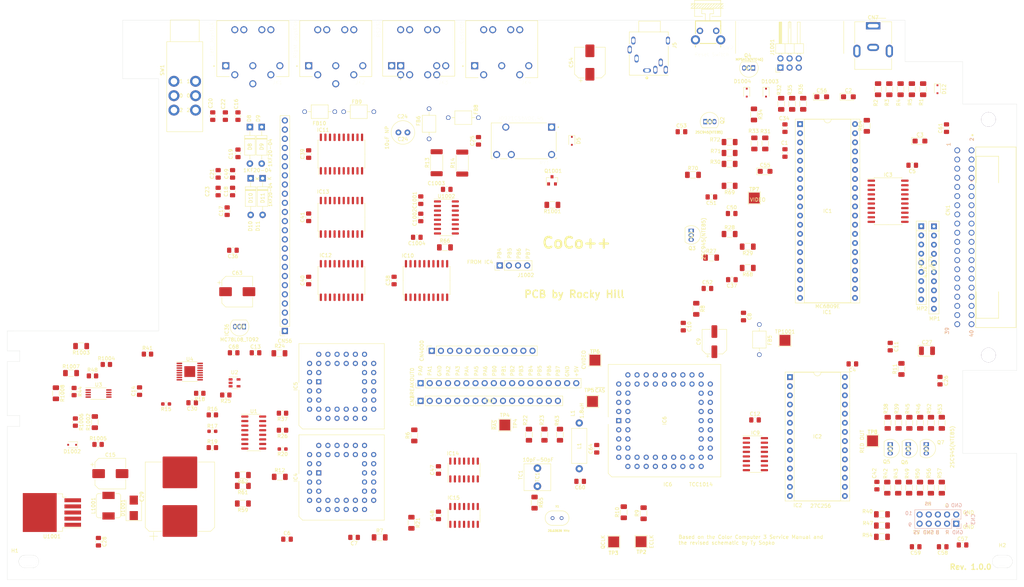
<source format=kicad_pcb>
(kicad_pcb (version 20171130) (host pcbnew 5.1.5+dfsg1-2build2)
  (title_block (title CoCo++) (date 2021-08-31) (rev 1.0.0) (comment 4 "Rocky Hill"))
  (layers (0 F.Cu signal) (31 B.Cu signal) (34 B.Paste user) (35 F.Paste user) (36 B.SilkS user) (37 F.SilkS user) (38 B.Mask user) (39 F.Mask user) (44 Edge.Cuts user))
  (net 0 "")
  (net 1 GNDS)
  (net 2 +5V)
  (net 3 /~RESET)
  (net 4 VCC1)
  (net 5 /QCLK)
  (net 6 /ECLK)
  (net 7 /peripherals/JOY0)
  (net 8 /peripherals/JOY1)
  (net 9 "Net-(C18-Pad1)")
  (net 10 "Net-(C19-Pad1)")
  (net 11 /peripherals/JOY2)
  (net 12 /peripherals/JOY3)
  (net 13 "Net-(C22-Pad1)")
  (net 14 "Net-(C23-Pad1)")
  (net 15 /peripherals/CASS_DATA_IN)
  (net 16 "Net-(C37-Pad2)")
  (net 17 "Net-(C49-Pad2)")
  (net 18 8V)
  (net 19 "Net-(C54-Pad1)")
  (net 20 "Net-(C55-Pad1)")
  (net 21 "Net-(C56-Pad1)")
  (net 22 /video/SOUND_OUT)
  (net 23 /gime/HSYNC)
  (net 24 /gime/VSYNC)
  (net 25 "Net-(C60-Pad2)")
  (net 26 "Net-(C61-Pad2)")
  (net 27 "Net-(C64-Pad2)")
  (net 28 /dram/~RAS)
  (net 29 /dram/~CAS)
  (net 30 "Net-(C68-Pad2)")
  (net 31 /peripherals/SOUND)
  (net 32 /~NMI)
  (net 33 /~CART)
  (net 34 /D0)
  (net 35 /D2)
  (net 36 /D4)
  (net 37 /D6)
  (net 38 /R~W)
  (net 39 /A1)
  (net 40 /A3)
  (net 41 /A5)
  (net 42 /A7)
  (net 43 /A9)
  (net 44 /A11)
  (net 45 /~SCS)
  (net 46 /A14)
  (net 47 /~SLENB)
  (net 48 /~HALT)
  (net 49 /D1)
  (net 50 /D3)
  (net 51 /D5)
  (net 52 /D7)
  (net 53 /A0)
  (net 54 /A2)
  (net 55 /A4)
  (net 56 /A6)
  (net 57 /A8)
  (net 58 /A10)
  (net 59 /A12)
  (net 60 /SND_IN_2)
  (net 61 /A13)
  (net 62 /A15)
  (net 63 /video/R_OUT)
  (net 64 /video/G_OUT)
  (net 65 /video/B_OUT)
  (net 66 "Net-(CN3-Pad10)")
  (net 67 /peripherals/CASS_MTR_OUT)
  (net 68 /peripherals/KR3)
  (net 69 /peripherals/KR2)
  (net 70 /peripherals/KR4)
  (net 71 /peripherals/KR1)
  (net 72 "Net-(FB6-Pad2)")
  (net 73 "Net-(FB8-Pad1)")
  (net 74 "Net-(FB9-Pad2)")
  (net 75 "Net-(FB10-Pad2)")
  (net 76 /~IRQ)
  (net 77 /~FIRQ)
  (net 78 /cpu/DN7)
  (net 79 /cpu/DN6)
  (net 80 /cpu/DN5)
  (net 81 /cpu/DN4)
  (net 82 /cpu/DN3)
  (net 83 /cpu/DN2)
  (net 84 /cpu/DN1)
  (net 85 /cpu/DN0)
  (net 86 /gime/~ROM)
  (net 87 /peripherals/RGB_OUT_10)
  (net 88 /gime/SERINT)
  (net 89 /gime/PIA_~CS2)
  (net 90 /peripherals/HI)
  (net 91 "Net-(IC15-Pad4)")
  (net 92 /peripherals/KR5)
  (net 93 /peripherals/KR6)
  (net 94 /peripherals/KR7)
  (net 95 /peripherals/PA7)
  (net 96 /gime/~VSYNC)
  (net 97 /peripherals/SELB)
  (net 98 /peripherals/SELA)
  (net 99 /gime/~HSYNC)
  (net 100 "Net-(IC6-Pad2)")
  (net 101 "Net-(IC6-Pad4)")
  (net 102 "Net-(IC6-Pad6)")
  (net 103 /gime/R)
  (net 104 /gime/B)
  (net 105 /gime/RAMD0)
  (net 106 /gime/RAMD2)
  (net 107 "Net-(IC6-Pad3)")
  (net 108 "Net-(IC6-Pad5)")
  (net 109 "Net-(IC6-Pad7)")
  (net 110 /gime/G)
  (net 111 /gime/CVIDEO)
  (net 112 /gime/RAMD1)
  (net 113 /dram/~WE1)
  (net 114 "Net-(IC15-Pad8)")
  (net 115 /dram/~WE0)
  (net 116 "Net-(IC15-Pad6)")
  (net 117 "Net-(IC6-Pad30)")
  (net 118 /dram/Z0)
  (net 119 /dram/Z2)
  (net 120 /dram/Z3)
  (net 121 /dram/Z5)
  (net 122 /dram/Z6)
  (net 123 "Net-(IC6-Pad29)")
  (net 124 "Net-(IC6-Pad31)")
  (net 125 /dram/Z1)
  (net 126 /dram/Z4)
  (net 127 "Net-(IC6-Pad39)")
  (net 128 /dram/Z7)
  (net 129 /gime/RAMD7)
  (net 130 /gime/RAMD5)
  (net 131 /gime/RAMD3)
  (net 132 /gime/RAMD6)
  (net 133 /gime/RAMD4)
  (net 134 /~CTS)
  (net 135 /dram/D0Q4)
  (net 136 /dram/D0Q0)
  (net 137 /dram/D0Q5)
  (net 138 /dram/D0Q1)
  (net 139 /dram/D0Q6)
  (net 140 /dram/D0Q2)
  (net 141 /dram/D0Q7)
  (net 142 /dram/D0Q3)
  (net 143 /dram/D1Q0)
  (net 144 /dram/D1Q4)
  (net 145 /dram/D1Q1)
  (net 146 /dram/D1Q5)
  (net 147 /dram/D1Q2)
  (net 148 /dram/D1Q6)
  (net 149 /dram/D1Q3)
  (net 150 /dram/D1Q7)
  (net 151 "Net-(IC13-Pad1)")
  (net 152 /gime/IL1)
  (net 153 "Net-(JK4-Pad1)")
  (net 154 "Net-(JK4-Pad3)")
  (net 155 "Net-(Q2-Pad3)")
  (net 156 "Net-(Q2-Pad2)")
  (net 157 "Net-(Q3-Pad2)")
  (net 158 "Net-(Q3-Pad1)")
  (net 159 "Net-(Q4-Pad3)")
  (net 160 "Net-(Q5-Pad3)")
  (net 161 "Net-(Q5-Pad2)")
  (net 162 "Net-(Q6-Pad2)")
  (net 163 "Net-(Q6-Pad3)")
  (net 164 "Net-(Q7-Pad3)")
  (net 165 "Net-(Q7-Pad2)")
  (net 166 /dram/Z8)
  (net 167 "Net-(C34-Pad2)")
  (net 168 "Net-(R30-Pad1)")
  (net 169 /peripherals/CD_IN_RS232)
  (net 170 /peripherals/SERIAL_DATA_IN_RS232)
  (net 171 /peripherals/CD_IN_TTL)
  (net 172 /peripherals/CASS_M_ON_TTL)
  (net 173 /peripherals/SER_OUT_TTL)
  (net 174 /peripherals/CASS_DATA_IN_TTL)
  (net 175 /peripherals/SERIAL_OUT_RS232)
  (net 176 "Net-(IC4-Pad12)")
  (net 177 /peripherals/K15)
  (net 178 /video/CVIDEO_OUT)
  (net 179 "Net-(C1001-Pad1)")
  (net 180 "Net-(C1001-Pad2)")
  (net 181 "Net-(C1002-Pad2)")
  (net 182 "Net-(C1002-Pad1)")
  (net 183 "Net-(C1003-Pad1)")
  (net 184 "Net-(C1004-Pad1)")
  (net 185 /power/12VDC)
  (net 186 "Net-(D1001-Pad1)")
  (net 187 "Net-(D1002-Pad1)")
  (net 188 "Net-(R1002-Pad2)")
  (net 189 "Net-(R1003-Pad2)")
  (net 190 /power/12VDC_PS)
  (net 191 "Net-(D1003-Pad1)")
  (net 192 "Net-(BREAKOUT0-Pad9)")
  (net 193 "Net-(BREAKOUT0-Pad10)")
  (net 194 "Net-(BREAKOUT0-Pad11)")
  (net 195 "Net-(BREAKOUT0-Pad12)")
  (net 196 "Net-(BREAKOUT0-Pad13)")
  (net 197 "Net-(BREAKOUT0-Pad14)")
  (net 198 "Net-(BREAKOUT0-Pad16)")
  (net 199 /peripherals/IC4_PB5)
  (net 200 /peripherals/IC4_PB4)
  (net 201 /peripherals/IC4_PB6)
  (net 202 /peripherals/IC4_PB7)
  (net 203 /cpu/BUS_TXRX_ENABLE)
  (net 204 "/peripherals/Color Computer DAC/CASSETTE_SND_IN")
  (net 205 "/peripherals/Color Computer DAC/CASSETTE_OUT")
  (net 206 "/peripherals/Color Computer DAC/D0")
  (net 207 "/peripherals/Color Computer DAC/D1")
  (net 208 "/peripherals/Color Computer DAC/D3")
  (net 209 "/peripherals/Color Computer DAC/D5")
  (net 210 "/peripherals/Color Computer DAC/D2")
  (net 211 "/peripherals/Color Computer DAC/D4")
  (net 212 "/peripherals/Color Computer DAC/SND_ENABLE")
  (net 213 "Net-(R16-Pad2)")
  (net 214 "Net-(R17-Pad2)")
  (net 215 "/peripherals/Color Computer DAC/DAC_OUT")
  (net 216 "Net-(R19-Pad2)")
  (net 217 "Net-(R20-Pad2)")
  (net 218 "Net-(R26-Pad2)")
  (net 219 "Net-(R37-Pad2)")
  (net 220 "Net-(R41-Pad1)")
  (net 221 "Net-(R41-Pad2)")
  (net 222 "Net-(U2-Pad1)")
  (module Capacitor_THT:C_Radial_D6.3mm_H5.0mm_P2.50mm (layer F.Cu) (at 148.301 47.474)
    (fp_text reference C24 (at 1.1304 -4.43) (layer F.SilkS))
    (fp_text value "10uF NP" (at -3.1696 1.47 90) (layer F.SilkS))
    (fp_text user %R (at 1.2304 1.87) (layer F.SilkS))
    (pad 2 thru_hole circle (at 2.5 0) (size 1.6 1.6) (drill 0.8) (layers *.Cu *.Mask) (net 204 "/peripherals/Color Computer DAC/CASSETTE_SND_IN"))
    (pad 1 thru_hole circle (at 0 0) (size 1.6 1.6) (drill 0.8) (layers *.Cu *.Mask) (net 15 /peripherals/CASS_DATA_IN))
  )
  (module coco2:EBC20DRAS (layer F.Cu) (at 307.251 52.444 270)
    (fp_text reference CN1 (at 16.63 6.5496 90) (layer F.SilkS))
    (fp_text value Conn_02x20_Odd_Even hide)
    (fp_text user 39 (at 50.09 6.78 90) (layer B.SilkS))
    (fp_text user 40 (at 50.83 0.02 90) (layer B.SilkS))
    (fp_text user 1 (at -1.67 6.35 90) (layer B.SilkS))
    (fp_text user 2 (at -3.07 -0.08 90) (layer B.SilkS))
    (fp_text user 39 (at 50.09 6.78 90) (layer F.SilkS))
    (fp_text user 40 (at 50.83 0.02 90) (layer F.SilkS))
    (fp_text user 1 (at -1.67 6.35 90) (layer F.SilkS))
    (fp_text user 2 (at -3.07 -0.08 90) (layer F.SilkS))
    (fp_text user 39 (at 50.09 6.78 90) (layer F.SilkS))
    (fp_text user 40 (at 50.81 0.02 90) (layer F.SilkS))
    (fp_text user 1 (at -1.67 6.35 90) (layer F.SilkS))
    (fp_text user 2 (at -3.07 -0.08 90) (layer F.SilkS))
    (fp_text user * (at -4.22 -0.56 90) (layer F.SilkS))
    (fp_text user * (at -4.22 -0.56 90) (layer F.SilkS))
    (pad "" thru_hole circle (at 56.8325 -4.699 270) (size 4 4) (drill 4) (layers *.Cu *.Mask))
    (pad "" thru_hole circle (at -8.5725 -4.699 270) (size 4 4) (drill 4) (layers *.Cu *.Mask))
    (pad 39 thru_hole circle (at 48.26 3.9624 270) (size 1.6002 1.6002) (drill 1.0922) (layers *.Cu *.Mask) (net 62 /A15))
    (pad 37 thru_hole circle (at 45.72 3.9624 270) (size 1.6002 1.6002) (drill 1.0922) (layers *.Cu *.Mask) (net 61 /A13))
    (pad 35 thru_hole circle (at 43.18 3.9624 270) (size 1.6002 1.6002) (drill 1.0922) (layers *.Cu *.Mask) (net 60 /SND_IN_2))
    (pad 33 thru_hole circle (at 40.64 3.9624 270) (size 1.6002 1.6002) (drill 1.0922) (layers *.Cu *.Mask) (net 1 GNDS))
    (pad 31 thru_hole circle (at 38.1 3.9624 270) (size 1.6002 1.6002) (drill 1.0922) (layers *.Cu *.Mask) (net 59 /A12))
    (pad 29 thru_hole circle (at 35.56 3.9624 270) (size 1.6002 1.6002) (drill 1.0922) (layers *.Cu *.Mask) (net 58 /A10))
    (pad 27 thru_hole circle (at 33.02 3.9624 270) (size 1.6002 1.6002) (drill 1.0922) (layers *.Cu *.Mask) (net 57 /A8))
    (pad 25 thru_hole circle (at 30.48 3.9624 270) (size 1.6002 1.6002) (drill 1.0922) (layers *.Cu *.Mask) (net 56 /A6))
    (pad 23 thru_hole circle (at 27.94 3.9624 270) (size 1.6002 1.6002) (drill 1.0922) (layers *.Cu *.Mask) (net 55 /A4))
    (pad 21 thru_hole circle (at 25.4 3.9624 270) (size 1.6002 1.6002) (drill 1.0922) (layers *.Cu *.Mask) (net 54 /A2))
    (pad 19 thru_hole circle (at 22.86 3.9624 270) (size 1.6002 1.6002) (drill 1.0922) (layers *.Cu *.Mask) (net 53 /A0))
    (pad 17 thru_hole circle (at 20.32 3.9624 270) (size 1.6002 1.6002) (drill 1.0922) (layers *.Cu *.Mask) (net 52 /D7))
    (pad 15 thru_hole circle (at 17.78 3.9624 270) (size 1.6002 1.6002) (drill 1.0922) (layers *.Cu *.Mask) (net 51 /D5))
    (pad 13 thru_hole circle (at 15.24 3.9624 270) (size 1.6002 1.6002) (drill 1.0922) (layers *.Cu *.Mask) (net 50 /D3))
    (pad 11 thru_hole circle (at 12.7 3.9624 270) (size 1.6002 1.6002) (drill 1.0922) (layers *.Cu *.Mask) (net 49 /D1))
    (pad 9 thru_hole circle (at 10.16 3.9624 270) (size 1.6002 1.6002) (drill 1.0922) (layers *.Cu *.Mask) (net 2 +5V))
    (pad 7 thru_hole circle (at 7.62 3.9624 270) (size 1.6002 1.6002) (drill 1.0922) (layers *.Cu *.Mask) (net 5 /QCLK))
    (pad 5 thru_hole circle (at 5.08 3.9624 270) (size 1.6002 1.6002) (drill 1.0922) (layers *.Cu *.Mask) (net 3 /~RESET))
    (pad 3 thru_hole circle (at 2.54 3.9624 270) (size 1.6002 1.6002) (drill 1.0922) (layers *.Cu *.Mask) (net 48 /~HALT))
    (pad 1 thru_hole circle (at 0 3.9624 270) (size 1.6002 1.6002) (drill 1.0922) (layers *.Cu *.Mask))
    (pad 40 thru_hole circle (at 48.26 0 270) (size 1.6002 1.6002) (drill 1.0922) (layers *.Cu *.Mask) (net 47 /~SLENB))
    (pad 38 thru_hole circle (at 45.72 0 270) (size 1.6002 1.6002) (drill 1.0922) (layers *.Cu *.Mask) (net 46 /A14))
    (pad 36 thru_hole circle (at 43.18 0 270) (size 1.6002 1.6002) (drill 1.0922) (layers *.Cu *.Mask) (net 45 /~SCS))
    (pad 34 thru_hole circle (at 40.64 0 270) (size 1.6002 1.6002) (drill 1.0922) (layers *.Cu *.Mask) (net 1 GNDS))
    (pad 32 thru_hole circle (at 38.1 0 270) (size 1.6002 1.6002) (drill 1.0922) (layers *.Cu *.Mask) (net 26 "Net-(C61-Pad2)"))
    (pad 30 thru_hole circle (at 35.56 0 270) (size 1.6002 1.6002) (drill 1.0922) (layers *.Cu *.Mask) (net 44 /A11))
    (pad 28 thru_hole circle (at 33.02 0 270) (size 1.6002 1.6002) (drill 1.0922) (layers *.Cu *.Mask) (net 43 /A9))
    (pad 26 thru_hole circle (at 30.48 0 270) (size 1.6002 1.6002) (drill 1.0922) (layers *.Cu *.Mask) (net 42 /A7))
    (pad 24 thru_hole circle (at 27.94 0 270) (size 1.6002 1.6002) (drill 1.0922) (layers *.Cu *.Mask) (net 41 /A5))
    (pad 22 thru_hole circle (at 25.4 0 270) (size 1.6002 1.6002) (drill 1.0922) (layers *.Cu *.Mask) (net 40 /A3))
    (pad 20 thru_hole circle (at 22.86 0 270) (size 1.6002 1.6002) (drill 1.0922) (layers *.Cu *.Mask) (net 39 /A1))
    (pad 18 thru_hole circle (at 20.32 0 270) (size 1.6002 1.6002) (drill 1.0922) (layers *.Cu *.Mask) (net 38 /R~W))
    (pad 16 thru_hole circle (at 17.78 0 270) (size 1.6002 1.6002) (drill 1.0922) (layers *.Cu *.Mask) (net 37 /D6))
    (pad 14 thru_hole circle (at 15.24 0 270) (size 1.6002 1.6002) (drill 1.0922) (layers *.Cu *.Mask) (net 36 /D4))
    (pad 12 thru_hole circle (at 12.7 0 270) (size 1.6002 1.6002) (drill 1.0922) (layers *.Cu *.Mask) (net 35 /D2))
    (pad 10 thru_hole circle (at 10.16 0 270) (size 1.6002 1.6002) (drill 1.0922) (layers *.Cu *.Mask) (net 34 /D0))
    (pad 8 thru_hole circle (at 7.62 0 270) (size 1.6002 1.6002) (drill 1.0922) (layers *.Cu *.Mask) (net 33 /~CART))
    (pad 6 thru_hole circle (at 5.08 0 270) (size 1.6002 1.6002) (drill 1.0922) (layers *.Cu *.Mask) (net 6 /ECLK))
    (pad 4 thru_hole circle (at 2.54 0 270) (size 1.6002 1.6002) (drill 1.0922) (layers *.Cu *.Mask) (net 32 /~NMI))
    (pad 2 thru_hole circle (at 0 0 270) (size 1.6002 1.6002) (drill 1.0922) (layers *.Cu *.Mask))
  )
  (module Connector_PinHeader_2.54mm:PinHeader_2x05_P2.54mm_Vertical (layer B.Cu) (at 303.001 156.074 90)
    (fp_text reference CN3 (at 1.2 4.7004 -90) (layer B.SilkS) (effects (justify mirror)))
    (fp_text value Conn_02x05_Odd_Even hide)
    (pad 1 thru_hole rect (at 0 0 90) (size 1.7 1.7) (drill 1) (layers *.Cu *.Mask) (net 1 GNDS))
    (pad 2 thru_hole oval (at 2.54 0 90) (size 1.7 1.7) (drill 1) (layers *.Cu *.Mask) (net 1 GNDS))
    (pad 3 thru_hole oval (at 0 -2.54 90) (size 1.7 1.7) (drill 1) (layers *.Cu *.Mask) (net 63 /video/R_OUT))
    (pad 4 thru_hole oval (at 2.54 -2.54 90) (size 1.7 1.7) (drill 1) (layers *.Cu *.Mask) (net 64 /video/G_OUT))
    (pad 5 thru_hole oval (at 0 -5.08 90) (size 1.7 1.7) (drill 1) (layers *.Cu *.Mask) (net 65 /video/B_OUT))
    (pad 6 thru_hole oval (at 2.54 -5.08 90) (size 1.7 1.7) (drill 1) (layers *.Cu *.Mask))
    (pad 7 thru_hole oval (at 0 -7.62 90) (size 1.7 1.7) (drill 1) (layers *.Cu *.Mask) (net 22 /video/SOUND_OUT))
    (pad 8 thru_hole oval (at 2.54 -7.62 90) (size 1.7 1.7) (drill 1) (layers *.Cu *.Mask) (net 23 /gime/HSYNC))
    (pad 9 thru_hole oval (at 0 -10.16 90) (size 1.7 1.7) (drill 1) (layers *.Cu *.Mask) (net 24 /gime/VSYNC))
    (pad 10 thru_hole oval (at 2.54 -10.16 90) (size 1.7 1.7) (drill 1) (layers *.Cu *.Mask) (net 66 "Net-(CN3-Pad10)"))
  )
  (module Diode_THT:D_A-405_P10.16mm_Horizontal (layer F.Cu) (at 107.111 45.964 270)
    (fp_text reference D8 (at -2.39 0.21 90) (layer F.SilkS))
    (fp_text value 1KF20-04 (at 7.16 -5.62 270) (layer F.SilkS))
    (fp_text user %R (at 5.47 0 90) (layer F.SilkS))
    (pad 1 thru_hole rect (at 0 0 270) (size 1.8 1.8) (drill 0.9) (layers *.Cu *.Mask) (net 10 "Net-(C19-Pad1)"))
    (pad 2 thru_hole oval (at 10.16 0 270) (size 1.8 1.8) (drill 0.9) (layers *.Cu *.Mask) (net 68 /peripherals/KR3))
  )
  (module Diode_THT:D_A-405_P10.16mm_Horizontal (layer F.Cu) (at 110.381 45.964 270)
    (fp_text reference D9 (at -2.39 0.98 90) (layer F.SilkS))
    (fp_text value 1KF20-04 (at 12.01 1.18 180) (layer F.SilkS))
    (fp_text user %R (at 5.47 0 90) (layer F.SilkS))
    (pad 2 thru_hole oval (at 10.16 0 270) (size 1.8 1.8) (drill 0.9) (layers *.Cu *.Mask) (net 69 /peripherals/KR2))
    (pad 1 thru_hole rect (at 0 0 270) (size 1.8 1.8) (drill 0.9) (layers *.Cu *.Mask) (net 13 "Net-(C22-Pad1)"))
  )
  (module Diode_THT:D_A-405_P10.16mm_Horizontal (layer F.Cu) (at 107.321 60.204 270)
    (fp_text reference D10 (at 13.3 0.09 90) (layer F.SilkS))
    (fp_text value 1KF20-04 hide)
    (fp_text user K (at 0 -1.9 90) (layer F.SilkS))
    (fp_text user %R (at 5.47 0 90) (layer F.SilkS))
    (pad 2 thru_hole oval (at 10.16 0 270) (size 1.8 1.8) (drill 0.9) (layers *.Cu *.Mask) (net 70 /peripherals/KR4))
    (pad 1 thru_hole rect (at 0 0 270) (size 1.8 1.8) (drill 0.9) (layers *.Cu *.Mask) (net 14 "Net-(C23-Pad1)"))
  )
  (module Diode_THT:D_A-405_P10.16mm_Horizontal (layer F.Cu) (at 110.631 60.194 270)
    (fp_text reference D11 (at 13.28 1.33 90) (layer F.SilkS))
    (fp_text value 1KF20-04 (at 4.55 -2.17 90) (layer F.SilkS) (effects (font (size 0.85 0.85))))
    (fp_text user %R (at 5.47 0 90) (layer F.SilkS))
    (fp_text user K (at 0 -1.9 90) (layer F.SilkS))
    (pad 1 thru_hole rect (at 0 0 270) (size 1.8 1.8) (drill 0.9) (layers *.Cu *.Mask) (net 9 "Net-(C18-Pad1)"))
    (pad 2 thru_hole oval (at 10.16 0 270) (size 1.8 1.8) (drill 0.9) (layers *.Cu *.Mask) (net 71 /peripherals/KR1))
  )
  (module Package_DIP:DIP-40_W15.24mm_Socket (layer F.Cu) (at 259.701 45.154)
    (fp_text reference IC1 (at 7.53 52.2) (layer F.SilkS))
    (fp_text value MC6809E (at 7.62 50.59) (layer F.SilkS))
    (fp_text user %R (at 7.62 24.13) (layer F.SilkS))
    (pad 1 thru_hole rect (at 0 0) (size 1.6 1.6) (drill 0.8) (layers *.Cu *.Mask) (net 1 GNDS))
    (pad 21 thru_hole oval (at 15.24 48.26) (size 1.6 1.6) (drill 0.8) (layers *.Cu *.Mask) (net 61 /A13))
    (pad 2 thru_hole oval (at 0 2.54) (size 1.6 1.6) (drill 0.8) (layers *.Cu *.Mask) (net 32 /~NMI))
    (pad 22 thru_hole oval (at 15.24 45.72) (size 1.6 1.6) (drill 0.8) (layers *.Cu *.Mask) (net 46 /A14))
    (pad 3 thru_hole oval (at 0 5.08) (size 1.6 1.6) (drill 0.8) (layers *.Cu *.Mask) (net 76 /~IRQ))
    (pad 23 thru_hole oval (at 15.24 43.18) (size 1.6 1.6) (drill 0.8) (layers *.Cu *.Mask) (net 62 /A15))
    (pad 4 thru_hole oval (at 0 7.62) (size 1.6 1.6) (drill 0.8) (layers *.Cu *.Mask) (net 77 /~FIRQ))
    (pad 24 thru_hole oval (at 15.24 40.64) (size 1.6 1.6) (drill 0.8) (layers *.Cu *.Mask) (net 78 /cpu/DN7))
    (pad 5 thru_hole oval (at 0 10.16) (size 1.6 1.6) (drill 0.8) (layers *.Cu *.Mask))
    (pad 25 thru_hole oval (at 15.24 38.1) (size 1.6 1.6) (drill 0.8) (layers *.Cu *.Mask) (net 79 /cpu/DN6))
    (pad 6 thru_hole oval (at 0 12.7) (size 1.6 1.6) (drill 0.8) (layers *.Cu *.Mask) (net 203 /cpu/BUS_TXRX_ENABLE))
    (pad 26 thru_hole oval (at 15.24 35.56) (size 1.6 1.6) (drill 0.8) (layers *.Cu *.Mask) (net 80 /cpu/DN5))
    (pad 7 thru_hole oval (at 0 15.24) (size 1.6 1.6) (drill 0.8) (layers *.Cu *.Mask) (net 2 +5V))
    (pad 27 thru_hole oval (at 15.24 33.02) (size 1.6 1.6) (drill 0.8) (layers *.Cu *.Mask) (net 81 /cpu/DN4))
    (pad 8 thru_hole oval (at 0 17.78) (size 1.6 1.6) (drill 0.8) (layers *.Cu *.Mask) (net 53 /A0))
    (pad 28 thru_hole oval (at 15.24 30.48) (size 1.6 1.6) (drill 0.8) (layers *.Cu *.Mask) (net 82 /cpu/DN3))
    (pad 9 thru_hole oval (at 0 20.32) (size 1.6 1.6) (drill 0.8) (layers *.Cu *.Mask) (net 39 /A1))
    (pad 29 thru_hole oval (at 15.24 27.94) (size 1.6 1.6) (drill 0.8) (layers *.Cu *.Mask) (net 83 /cpu/DN2))
    (pad 10 thru_hole oval (at 0 22.86) (size 1.6 1.6) (drill 0.8) (layers *.Cu *.Mask) (net 54 /A2))
    (pad 30 thru_hole oval (at 15.24 25.4) (size 1.6 1.6) (drill 0.8) (layers *.Cu *.Mask) (net 84 /cpu/DN1))
    (pad 11 thru_hole oval (at 0 25.4) (size 1.6 1.6) (drill 0.8) (layers *.Cu *.Mask) (net 40 /A3))
    (pad 31 thru_hole oval (at 15.24 22.86) (size 1.6 1.6) (drill 0.8) (layers *.Cu *.Mask) (net 85 /cpu/DN0))
    (pad 12 thru_hole oval (at 0 27.94) (size 1.6 1.6) (drill 0.8) (layers *.Cu *.Mask) (net 55 /A4))
    (pad 32 thru_hole oval (at 15.24 20.32) (size 1.6 1.6) (drill 0.8) (layers *.Cu *.Mask) (net 38 /R~W))
    (pad 13 thru_hole oval (at 0 30.48) (size 1.6 1.6) (drill 0.8) (layers *.Cu *.Mask) (net 41 /A5))
    (pad 33 thru_hole oval (at 15.24 17.78) (size 1.6 1.6) (drill 0.8) (layers *.Cu *.Mask))
    (pad 14 thru_hole oval (at 0 33.02) (size 1.6 1.6) (drill 0.8) (layers *.Cu *.Mask) (net 56 /A6))
    (pad 34 thru_hole oval (at 15.24 15.24) (size 1.6 1.6) (drill 0.8) (layers *.Cu *.Mask) (net 6 /ECLK))
    (pad 15 thru_hole oval (at 0 35.56) (size 1.6 1.6) (drill 0.8) (layers *.Cu *.Mask) (net 42 /A7))
    (pad 35 thru_hole oval (at 15.24 12.7) (size 1.6 1.6) (drill 0.8) (layers *.Cu *.Mask) (net 5 /QCLK))
    (pad 16 thru_hole oval (at 0 38.1) (size 1.6 1.6) (drill 0.8) (layers *.Cu *.Mask) (net 57 /A8))
    (pad 36 thru_hole oval (at 15.24 10.16) (size 1.6 1.6) (drill 0.8) (layers *.Cu *.Mask))
    (pad 17 thru_hole oval (at 0 40.64) (size 1.6 1.6) (drill 0.8) (layers *.Cu *.Mask) (net 43 /A9))
    (pad 37 thru_hole oval (at 15.24 7.62) (size 1.6 1.6) (drill 0.8) (layers *.Cu *.Mask) (net 3 /~RESET))
    (pad 18 thru_hole oval (at 0 43.18) (size 1.6 1.6) (drill 0.8) (layers *.Cu *.Mask) (net 58 /A10))
    (pad 38 thru_hole oval (at 15.24 5.08) (size 1.6 1.6) (drill 0.8) (layers *.Cu *.Mask))
    (pad 19 thru_hole oval (at 0 45.72) (size 1.6 1.6) (drill 0.8) (layers *.Cu *.Mask) (net 44 /A11))
    (pad 39 thru_hole oval (at 15.24 2.54) (size 1.6 1.6) (drill 0.8) (layers *.Cu *.Mask) (net 1 GNDS))
    (pad 20 thru_hole oval (at 0 48.26) (size 1.6 1.6) (drill 0.8) (layers *.Cu *.Mask) (net 59 /A12))
    (pad 40 thru_hole oval (at 15.24 0) (size 1.6 1.6) (drill 0.8) (layers *.Cu *.Mask) (net 48 /~HALT))
  )
  (module Package_LCC:PLCC-68_THT-Socket (layer F.Cu) (at 209.401 127.474 90)
    (fp_text reference IC6 (at -17.7 13.6004 180) (layer F.SilkS))
    (fp_text value TCC1014 (at -17.7 22.8004 180) (layer F.SilkS))
    (fp_text user %R (at 0 12.7 90) (layer F.SilkS))
    (pad 2 thru_hole circle (at 0 2.54 90) (size 1.4224 1.4224) (drill 0.8) (layers *.Cu *.Mask) (net 100 "Net-(IC6-Pad2)"))
    (pad 4 thru_hole circle (at -2.54 2.54 90) (size 1.4224 1.4224) (drill 0.8) (layers *.Cu *.Mask) (net 101 "Net-(IC6-Pad4)"))
    (pad 6 thru_hole circle (at -5.08 2.54 90) (size 1.4224 1.4224) (drill 0.8) (layers *.Cu *.Mask) (net 102 "Net-(IC6-Pad6)"))
    (pad 8 thru_hole circle (at -7.62 2.54 90) (size 1.4224 1.4224) (drill 0.8) (layers *.Cu *.Mask) (net 38 /R~W))
    (pad 68 thru_hole circle (at 2.54 2.54 90) (size 1.4224 1.4224) (drill 0.8) (layers *.Cu *.Mask) (net 103 /gime/R))
    (pad 66 thru_hole circle (at 5.08 2.54 90) (size 1.4224 1.4224) (drill 0.8) (layers *.Cu *.Mask) (net 104 /gime/B))
    (pad 64 thru_hole circle (at 7.62 2.54 90) (size 1.4224 1.4224) (drill 0.8) (layers *.Cu *.Mask) (net 105 /gime/RAMD0))
    (pad 62 thru_hole circle (at 10.16 2.54 90) (size 1.4224 1.4224) (drill 0.8) (layers *.Cu *.Mask) (net 106 /gime/RAMD2))
    (pad 1 thru_hole rect (at 0 0 90) (size 1.4224 1.4224) (drill 0.8) (layers *.Cu *.Mask) (net 1 GNDS))
    (pad 3 thru_hole circle (at -2.54 0 90) (size 1.4224 1.4224) (drill 0.8) (layers *.Cu *.Mask) (net 107 "Net-(IC6-Pad3)"))
    (pad 5 thru_hole circle (at -5.08 0 90) (size 1.4224 1.4224) (drill 0.8) (layers *.Cu *.Mask) (net 108 "Net-(IC6-Pad5)"))
    (pad 7 thru_hole circle (at -7.62 0 90) (size 1.4224 1.4224) (drill 0.8) (layers *.Cu *.Mask) (net 109 "Net-(IC6-Pad7)"))
    (pad 9 thru_hole circle (at -10.16 0 90) (size 1.4224 1.4224) (drill 0.8) (layers *.Cu *.Mask) (net 3 /~RESET))
    (pad 67 thru_hole circle (at 2.54 0 90) (size 1.4224 1.4224) (drill 0.8) (layers *.Cu *.Mask) (net 110 /gime/G))
    (pad 65 thru_hole circle (at 5.08 0 90) (size 1.4224 1.4224) (drill 0.8) (layers *.Cu *.Mask) (net 111 /gime/CVIDEO))
    (pad 63 thru_hole circle (at 7.62 0 90) (size 1.4224 1.4224) (drill 0.8) (layers *.Cu *.Mask) (net 112 /gime/RAMD1))
    (pad 11 thru_hole circle (at -10.16 2.54 90) (size 1.4224 1.4224) (drill 0.8) (layers *.Cu *.Mask) (net 113 /dram/~WE1))
    (pad 13 thru_hole circle (at -10.16 5.08 90) (size 1.4224 1.4224) (drill 0.8) (layers *.Cu *.Mask) (net 49 /D1))
    (pad 15 thru_hole circle (at -10.16 7.62 90) (size 1.4224 1.4224) (drill 0.8) (layers *.Cu *.Mask) (net 50 /D3))
    (pad 17 thru_hole circle (at -10.16 10.16 90) (size 1.4224 1.4224) (drill 0.8) (layers *.Cu *.Mask) (net 51 /D5))
    (pad 19 thru_hole circle (at -10.16 12.7 90) (size 1.4224 1.4224) (drill 0.8) (layers *.Cu *.Mask) (net 52 /D7))
    (pad 21 thru_hole circle (at -10.16 15.24 90) (size 1.4224 1.4224) (drill 0.8) (layers *.Cu *.Mask) (net 76 /~IRQ))
    (pad 23 thru_hole circle (at -10.16 17.78 90) (size 1.4224 1.4224) (drill 0.8) (layers *.Cu *.Mask) (net 114 "Net-(IC15-Pad8)"))
    (pad 25 thru_hole circle (at -10.16 20.32 90) (size 1.4224 1.4224) (drill 0.8) (layers *.Cu *.Mask) (net 53 /A0))
    (pad 10 thru_hole circle (at -12.7 2.54 90) (size 1.4224 1.4224) (drill 0.8) (layers *.Cu *.Mask) (net 115 /dram/~WE0))
    (pad 12 thru_hole circle (at -12.7 5.08 90) (size 1.4224 1.4224) (drill 0.8) (layers *.Cu *.Mask) (net 34 /D0))
    (pad 14 thru_hole circle (at -12.7 7.62 90) (size 1.4224 1.4224) (drill 0.8) (layers *.Cu *.Mask) (net 35 /D2))
    (pad 16 thru_hole circle (at -12.7 10.16 90) (size 1.4224 1.4224) (drill 0.8) (layers *.Cu *.Mask) (net 36 /D4))
    (pad 18 thru_hole circle (at -12.7 12.7 90) (size 1.4224 1.4224) (drill 0.8) (layers *.Cu *.Mask) (net 37 /D6))
    (pad 20 thru_hole circle (at -12.7 15.24 90) (size 1.4224 1.4224) (drill 0.8) (layers *.Cu *.Mask) (net 77 /~FIRQ))
    (pad 22 thru_hole circle (at -12.7 17.78 90) (size 1.4224 1.4224) (drill 0.8) (layers *.Cu *.Mask) (net 33 /~CART))
    (pad 24 thru_hole circle (at -12.7 20.32 90) (size 1.4224 1.4224) (drill 0.8) (layers *.Cu *.Mask) (net 116 "Net-(IC15-Pad6)"))
    (pad 26 thru_hole circle (at -12.7 22.86 90) (size 1.4224 1.4224) (drill 0.8) (layers *.Cu *.Mask) (net 39 /A1))
    (pad 28 thru_hole circle (at -10.16 22.86 90) (size 1.4224 1.4224) (drill 0.8) (layers *.Cu *.Mask) (net 40 /A3))
    (pad 30 thru_hole circle (at -7.62 22.86 90) (size 1.4224 1.4224) (drill 0.8) (layers *.Cu *.Mask) (net 117 "Net-(IC6-Pad30)"))
    (pad 32 thru_hole circle (at -5.08 22.86 90) (size 1.4224 1.4224) (drill 0.8) (layers *.Cu *.Mask) (net 118 /dram/Z0))
    (pad 34 thru_hole circle (at -2.54 22.86 90) (size 1.4224 1.4224) (drill 0.8) (layers *.Cu *.Mask) (net 119 /dram/Z2))
    (pad 36 thru_hole circle (at 0 22.86 90) (size 1.4224 1.4224) (drill 0.8) (layers *.Cu *.Mask) (net 120 /dram/Z3))
    (pad 38 thru_hole circle (at 2.54 22.86 90) (size 1.4224 1.4224) (drill 0.8) (layers *.Cu *.Mask) (net 121 /dram/Z5))
    (pad 40 thru_hole circle (at 5.08 22.86 90) (size 1.4224 1.4224) (drill 0.8) (layers *.Cu *.Mask) (net 122 /dram/Z6))
    (pad 42 thru_hole circle (at 7.62 22.86 90) (size 1.4224 1.4224) (drill 0.8) (layers *.Cu *.Mask) (net 166 /dram/Z8))
    (pad 44 thru_hole circle (at 12.7 22.86 90) (size 1.4224 1.4224) (drill 0.8) (layers *.Cu *.Mask) (net 41 /A5))
    (pad 27 thru_hole circle (at -10.16 25.4 90) (size 1.4224 1.4224) (drill 0.8) (layers *.Cu *.Mask) (net 54 /A2))
    (pad 29 thru_hole circle (at -7.62 25.4 90) (size 1.4224 1.4224) (drill 0.8) (layers *.Cu *.Mask) (net 123 "Net-(IC6-Pad29)"))
    (pad 31 thru_hole circle (at -5.08 25.4 90) (size 1.4224 1.4224) (drill 0.8) (layers *.Cu *.Mask) (net 124 "Net-(IC6-Pad31)"))
    (pad 33 thru_hole circle (at -2.54 25.4 90) (size 1.4224 1.4224) (drill 0.8) (layers *.Cu *.Mask) (net 125 /dram/Z1))
    (pad 35 thru_hole circle (at 0 25.4 90) (size 1.4224 1.4224) (drill 0.8) (layers *.Cu *.Mask) (net 4 VCC1))
    (pad 37 thru_hole circle (at 2.54 25.4 90) (size 1.4224 1.4224) (drill 0.8) (layers *.Cu *.Mask) (net 126 /dram/Z4))
    (pad 39 thru_hole circle (at 5.08 25.4 90) (size 1.4224 1.4224) (drill 0.8) (layers *.Cu *.Mask) (net 127 "Net-(IC6-Pad39)"))
    (pad 41 thru_hole circle (at 7.62 25.4 90) (size 1.4224 1.4224) (drill 0.8) (layers *.Cu *.Mask) (net 128 /dram/Z7))
    (pad 43 thru_hole circle (at 10.16 25.4 90) (size 1.4224 1.4224) (drill 0.8) (layers *.Cu *.Mask) (net 55 /A4))
    (pad 45 thru_hole circle (at 10.16 22.86 90) (size 1.4224 1.4224) (drill 0.8) (layers *.Cu *.Mask) (net 56 /A6))
    (pad 47 thru_hole circle (at 10.16 20.32 90) (size 1.4224 1.4224) (drill 0.8) (layers *.Cu *.Mask) (net 57 /A8))
    (pad 49 thru_hole circle (at 10.16 17.78 90) (size 1.4224 1.4224) (drill 0.8) (layers *.Cu *.Mask) (net 58 /A10))
    (pad 51 thru_hole circle (at 10.16 15.24 90) (size 1.4224 1.4224) (drill 0.8) (layers *.Cu *.Mask) (net 59 /A12))
    (pad 53 thru_hole circle (at 10.16 12.7 90) (size 1.4224 1.4224) (drill 0.8) (layers *.Cu *.Mask) (net 46 /A14))
    (pad 55 thru_hole circle (at 10.16 10.16 90) (size 1.4224 1.4224) (drill 0.8) (layers *.Cu *.Mask) (net 96 /gime/~VSYNC))
    (pad 57 thru_hole circle (at 10.16 7.62 90) (size 1.4224 1.4224) (drill 0.8) (layers *.Cu *.Mask) (net 129 /gime/RAMD7))
    (pad 59 thru_hole circle (at 10.16 5.08 90) (size 1.4224 1.4224) (drill 0.8) (layers *.Cu *.Mask) (net 130 /gime/RAMD5))
    (pad 61 thru_hole circle (at 10.16 0 90) (size 1.4224 1.4224) (drill 0.8) (layers *.Cu *.Mask) (net 131 /gime/RAMD3))
    (pad 46 thru_hole circle (at 12.7 20.32 90) (size 1.4224 1.4224) (drill 0.8) (layers *.Cu *.Mask) (net 42 /A7))
    (pad 48 thru_hole circle (at 12.7 17.78 90) (size 1.4224 1.4224) (drill 0.8) (layers *.Cu *.Mask) (net 43 /A9))
    (pad 50 thru_hole circle (at 12.7 15.24 90) (size 1.4224 1.4224) (drill 0.8) (layers *.Cu *.Mask) (net 44 /A11))
    (pad 52 thru_hole circle (at 12.7 12.7 90) (size 1.4224 1.4224) (drill 0.8) (layers *.Cu *.Mask) (net 61 /A13))
    (pad 54 thru_hole circle (at 12.7 10.16 90) (size 1.4224 1.4224) (drill 0.8) (layers *.Cu *.Mask) (net 62 /A15))
    (pad 56 thru_hole circle (at 12.7 7.62 90) (size 1.4224 1.4224) (drill 0.8) (layers *.Cu *.Mask) (net 99 /gime/~HSYNC))
    (pad 58 thru_hole circle (at 12.7 5.08 90) (size 1.4224 1.4224) (drill 0.8) (layers *.Cu *.Mask) (net 132 /gime/RAMD6))
    (pad 60 thru_hole circle (at 12.7 2.54 90) (size 1.4224 1.4224) (drill 0.8) (layers *.Cu *.Mask) (net 133 /gime/RAMD4))
  )
  (module Package_TO_SOT_THT:TO-92_Inline (layer F.Cu) (at 105.501 101.374 180)
    (fp_text reference IC36 (at 4.8 -0.9 90) (layer F.SilkS))
    (fp_text value MC78L08_TO92 (at 1.3 -3.6) (layer F.SilkS) (effects (font (size 0.95 0.95))))
    (fp_text user %R (at 1.27 0) (layer F.SilkS))
    (pad 1 thru_hole rect (at 0 0 180) (size 1.05 1.5) (drill 0.75) (layers *.Cu *.Mask) (net 18 8V))
    (pad 3 thru_hole oval (at 2.54 0 180) (size 1.05 1.5) (drill 0.75) (layers *.Cu *.Mask) (net 185 /power/12VDC))
    (pad 2 thru_hole oval (at 1.27 0 180) (size 1.05 1.5) (drill 0.75) (layers *.Cu *.Mask) (net 1 GNDS))
  )
  (module Connector_PinHeader_2.54mm:PinHeader_1x16_P2.54mm_Vertical (layer F.Cu) (at 154.441 121.984 90)
    (fp_text reference CN2 (at 0 -2.33 90) (layer F.SilkS))
    (fp_text value Conn_01x16_Female hide)
    (fp_text user %R (at 0 19.05) (layer F.SilkS))
    (pad 16 thru_hole oval (at 0 38.1 90) (size 1.7 1.7) (drill 1) (layers *.Cu *.Mask) (net 198 "Net-(BREAKOUT0-Pad16)"))
    (pad 15 thru_hole oval (at 0 35.56 90) (size 1.7 1.7) (drill 1) (layers *.Cu *.Mask) (net 177 /peripherals/K15))
    (pad 14 thru_hole oval (at 0 33.02 90) (size 1.7 1.7) (drill 1) (layers *.Cu *.Mask) (net 197 "Net-(BREAKOUT0-Pad14)"))
    (pad 13 thru_hole oval (at 0 30.48 90) (size 1.7 1.7) (drill 1) (layers *.Cu *.Mask) (net 196 "Net-(BREAKOUT0-Pad13)"))
    (pad 12 thru_hole oval (at 0 27.94 90) (size 1.7 1.7) (drill 1) (layers *.Cu *.Mask) (net 195 "Net-(BREAKOUT0-Pad12)"))
    (pad 11 thru_hole oval (at 0 25.4 90) (size 1.7 1.7) (drill 1) (layers *.Cu *.Mask) (net 194 "Net-(BREAKOUT0-Pad11)"))
    (pad 10 thru_hole oval (at 0 22.86 90) (size 1.7 1.7) (drill 1) (layers *.Cu *.Mask) (net 193 "Net-(BREAKOUT0-Pad10)"))
    (pad 9 thru_hole oval (at 0 20.32 90) (size 1.7 1.7) (drill 1) (layers *.Cu *.Mask) (net 192 "Net-(BREAKOUT0-Pad9)"))
    (pad 8 thru_hole oval (at 0 17.78 90) (size 1.7 1.7) (drill 1) (layers *.Cu *.Mask) (net 94 /peripherals/KR7))
    (pad 7 thru_hole oval (at 0 15.24 90) (size 1.7 1.7) (drill 1) (layers *.Cu *.Mask) (net 93 /peripherals/KR6))
    (pad 6 thru_hole oval (at 0 12.7 90) (size 1.7 1.7) (drill 1) (layers *.Cu *.Mask) (net 92 /peripherals/KR5))
    (pad 5 thru_hole oval (at 0 10.16 90) (size 1.7 1.7) (drill 1) (layers *.Cu *.Mask) (net 70 /peripherals/KR4))
    (pad 4 thru_hole oval (at 0 7.62 90) (size 1.7 1.7) (drill 1) (layers *.Cu *.Mask) (net 68 /peripherals/KR3))
    (pad 3 thru_hole oval (at 0 5.08 90) (size 1.7 1.7) (drill 1) (layers *.Cu *.Mask) (net 1 GNDS))
    (pad 2 thru_hole oval (at 0 2.54 90) (size 1.7 1.7) (drill 1) (layers *.Cu *.Mask) (net 69 /peripherals/KR2))
    (pad 1 thru_hole rect (at 0 0 90) (size 1.7 1.7) (drill 1) (layers *.Cu *.Mask) (net 71 /peripherals/KR1))
  )
  (module coco2:CUI_SDS-60J (layer F.Cu) (at 107.921 23.964 180)
    (fp_text reference JK1 (at -6.825 -9.635) (layer F.SilkS) (effects (font (thickness 0.015))))
    (fp_text value "Left Joystick" (at 11.4196 2.39 90) (layer F.SilkS) (effects (font (thickness 0.015))))
    (pad E1 thru_hole circle (at -5 5 180) (size 1.95 1.95) (drill 1.3) (layers *.Cu *.Mask))
    (pad E2 thru_hole circle (at 5 5 180) (size 1.95 1.95) (drill 1.3) (layers *.Cu *.Mask))
    (pad 6 thru_hole circle (at 0 -10 180) (size 1.95 1.95) (drill 1.3) (layers *.Cu *.Mask) (net 14 "Net-(C23-Pad1)"))
    (pad 5 thru_hole circle (at -7.5 -5 180) (size 1.95 1.95) (drill 1.3) (layers *.Cu *.Mask) (net 17 "Net-(C49-Pad2)"))
    (pad None np_thru_hole circle (at -7.5 0 180) (size 2.4 2.4) (drill 2.4) (layers *.Cu *.Mask))
    (pad None np_thru_hole circle (at 7.5 0 180) (size 2.4 2.4) (drill 2.4) (layers *.Cu *.Mask))
    (pad 2 thru_hole circle (at 5 -7.5 180) (size 1.95 1.95) (drill 1.3) (layers *.Cu *.Mask) (net 12 /peripherals/JOY3))
    (pad 4 thru_hole circle (at -5 -7.5 180) (size 1.95 1.95) (drill 1.3) (layers *.Cu *.Mask) (net 13 "Net-(C22-Pad1)"))
    (pad 1 thru_hole rect (at 7.5 -5 180) (size 1.95 1.95) (drill 1.3) (layers *.Cu *.Mask) (net 11 /peripherals/JOY2))
    (pad 3 thru_hole circle (at 0 -5 180) (size 1.95 1.95) (drill 1.3) (layers *.Cu *.Mask) (net 75 "Net-(FB10-Pad2)"))
    (pad E2 thru_hole circle (at 2.5 5 180) (size 1.95 1.95) (drill 1.3) (layers *.Cu *.Mask))
    (pad E1 thru_hole circle (at -2.5 5 180) (size 1.95 1.95) (drill 1.3) (layers *.Cu *.Mask))
  )
  (module coco2:CUI_SDS-60J (layer F.Cu) (at 130.921 23.964 180)
    (fp_text reference JK2 (at -6.825 -9.635) (layer F.SilkS) (effects (font (thickness 0.015))))
    (fp_text value "Right Joystick" (at 11.2196 2.39 90) (layer F.SilkS) (effects (font (thickness 0.015))))
    (pad E1 thru_hole circle (at -2.5 5 180) (size 1.95 1.95) (drill 1.3) (layers *.Cu *.Mask))
    (pad E2 thru_hole circle (at 2.5 5 180) (size 1.95 1.95) (drill 1.3) (layers *.Cu *.Mask))
    (pad 3 thru_hole circle (at 0 -5 180) (size 1.95 1.95) (drill 1.3) (layers *.Cu *.Mask) (net 74 "Net-(FB9-Pad2)"))
    (pad 1 thru_hole rect (at 7.5 -5 180) (size 1.95 1.95) (drill 1.3) (layers *.Cu *.Mask) (net 7 /peripherals/JOY0))
    (pad 4 thru_hole circle (at -5 -7.5 180) (size 1.95 1.95) (drill 1.3) (layers *.Cu *.Mask) (net 9 "Net-(C18-Pad1)"))
    (pad 2 thru_hole circle (at 5 -7.5 180) (size 1.95 1.95) (drill 1.3) (layers *.Cu *.Mask) (net 8 /peripherals/JOY1))
    (pad None np_thru_hole circle (at 7.5 0 180) (size 2.4 2.4) (drill 2.4) (layers *.Cu *.Mask))
    (pad None np_thru_hole circle (at -7.5 0 180) (size 2.4 2.4) (drill 2.4) (layers *.Cu *.Mask))
    (pad 5 thru_hole circle (at -7.5 -5 180) (size 1.95 1.95) (drill 1.3) (layers *.Cu *.Mask) (net 17 "Net-(C49-Pad2)"))
    (pad 6 thru_hole circle (at 0 -10 180) (size 1.95 1.95) (drill 1.3) (layers *.Cu *.Mask) (net 10 "Net-(C19-Pad1)"))
    (pad E2 thru_hole circle (at 5 5 180) (size 1.95 1.95) (drill 1.3) (layers *.Cu *.Mask))
    (pad E1 thru_hole circle (at -5 5 180) (size 1.95 1.95) (drill 1.3) (layers *.Cu *.Mask))
  )
  (module coco2:CUI_SDS-40J (layer F.Cu) (at 153.921 23.964 180)
    (fp_text reference JK3 (at -6.825 -9.635) (layer F.SilkS) (effects (font (thickness 0.015))))
    (fp_text value RS232 (at 11.1196 5.29 90) (layer F.SilkS) (effects (font (thickness 0.015))))
    (pad E1 thru_hole circle (at -2.5 5 180) (size 1.95 1.95) (drill 1.3) (layers *.Cu *.Mask))
    (pad E2 thru_hole circle (at 2.5 5 180) (size 1.95 1.95) (drill 1.3) (layers *.Cu *.Mask))
    (pad 4 thru_hole circle (at -5 -5 180) (size 1.95 1.95) (drill 1.3) (layers *.Cu *.Mask) (net 175 /peripherals/SERIAL_OUT_RS232))
    (pad 1 thru_hole rect (at 5 -5 180) (size 1.95 1.95) (drill 1.3) (layers *.Cu *.Mask) (net 169 /peripherals/CD_IN_RS232))
    (pad 3 thru_hole circle (at -2.5 -7.5 180) (size 1.95 1.95) (drill 1.3) (layers *.Cu *.Mask) (net 73 "Net-(FB8-Pad1)"))
    (pad 2 thru_hole circle (at 2.5 -7.5 180) (size 1.95 1.95) (drill 1.3) (layers *.Cu *.Mask) (net 170 /peripherals/SERIAL_DATA_IN_RS232))
    (pad None np_thru_hole circle (at 7.5 0 180) (size 2.4 2.4) (drill 2.4) (layers *.Cu *.Mask))
    (pad None np_thru_hole circle (at -7.5 0 180) (size 2.4 2.4) (drill 2.4) (layers *.Cu *.Mask))
    (pad E2 thru_hole circle (at 5 5 180) (size 1.95 1.95) (drill 1.3) (layers *.Cu *.Mask))
    (pad E1 thru_hole circle (at -5 5 180) (size 1.95 1.95) (drill 1.3) (layers *.Cu *.Mask))
    (pad 1 thru_hole rect (at 7.5 -5 180) (size 1.95 1.95) (drill 1.3) (layers *.Cu *.Mask) (net 169 /peripherals/CD_IN_RS232))
    (pad 4 thru_hole circle (at -7.5 -5 180) (size 1.95 1.95) (drill 1.3) (layers *.Cu *.Mask) (net 175 /peripherals/SERIAL_OUT_RS232))
    (pad 3 thru_hole circle (at -5 -7.5 180) (size 1.95 1.95) (drill 1.3) (layers *.Cu *.Mask) (net 73 "Net-(FB8-Pad1)"))
    (pad 2 thru_hole circle (at 5 -7.5 180) (size 1.95 1.95) (drill 1.3) (layers *.Cu *.Mask) (net 170 /peripherals/SERIAL_DATA_IN_RS232))
  )
  (module coco2:CUI_SDS-50J (layer F.Cu) (at 176.951 23.964 180)
    (fp_text reference JK4 (at -6.825 -9.635) (layer F.SilkS) (effects (font (thickness 0.015))))
    (fp_text value Cassette (at 11.1496 4.29 90) (layer F.SilkS) (effects (font (thickness 0.015))))
    (pad E1 thru_hole circle (at -2.5 5 180) (size 1.95 1.95) (drill 1.3) (layers *.Cu *.Mask))
    (pad E2 thru_hole circle (at 2.5 5 180) (size 1.95 1.95) (drill 1.3) (layers *.Cu *.Mask))
    (pad 2 thru_hole circle (at 0 -5 180) (size 1.95 1.95) (drill 1.3) (layers *.Cu *.Mask) (net 1 GNDS))
    (pad 1 thru_hole rect (at 7.5 -5 180) (size 1.95 1.95) (drill 1.3) (layers *.Cu *.Mask) (net 153 "Net-(JK4-Pad1)"))
    (pad 5 thru_hole circle (at -5 -7.5 180) (size 1.95 1.95) (drill 1.3) (layers *.Cu *.Mask) (net 72 "Net-(FB6-Pad2)"))
    (pad 4 thru_hole circle (at 5 -7.5 180) (size 1.95 1.95) (drill 1.3) (layers *.Cu *.Mask) (net 15 /peripherals/CASS_DATA_IN))
    (pad None np_thru_hole circle (at 7.5 0 180) (size 2.4 2.4) (drill 2.4) (layers *.Cu *.Mask))
    (pad None np_thru_hole circle (at -7.5 0 180) (size 2.4 2.4) (drill 2.4) (layers *.Cu *.Mask))
    (pad 3 thru_hole circle (at -7.5 -5 180) (size 1.95 1.95) (drill 1.3) (layers *.Cu *.Mask) (net 154 "Net-(JK4-Pad3)"))
    (pad E1 thru_hole circle (at -5 5 180) (size 1.95 1.95) (drill 1.3) (layers *.Cu *.Mask))
    (pad E2 thru_hole circle (at 5 5 180) (size 1.95 1.95) (drill 1.3) (layers *.Cu *.Mask))
  )
  (module Inductor_THT:L_Axial_L9.5mm_D4.0mm_P12.70mm_Horizontal_Fastron_SMCC (layer F.Cu) (at 198.451 140.824 90)
    (fp_text reference L1 (at 15.4 -1.8 90) (layer F.SilkS))
    (fp_text value 1.8uH (at 16.1 0.7 90) (layer F.SilkS))
    (fp_text user %R (at 6.35 0 90) (layer F.SilkS))
    (pad 2 thru_hole oval (at 12.7 0 90) (size 2 2) (drill 1) (layers *.Cu *.Mask) (net 27 "Net-(C64-Pad2)"))
    (pad 1 thru_hole circle (at 0 0 90) (size 2 2) (drill 1) (layers *.Cu *.Mask) (net 25 "Net-(C60-Pad2)"))
  )
  (module Resistor_THT:R_Array_SIP10 (layer F.Cu) (at 296.826 73.549 270)
    (fp_text reference MP1 (at 25.62 -0.22 180) (layer F.SilkS))
    (fp_text value 4.7k (at 12.7 2.4 90) (layer F.SilkS))
    (fp_text user %R (at 11.43 0 90) (layer F.SilkS))
    (pad 10 thru_hole oval (at 22.86 0 270) (size 1.6 1.6) (drill 0.8) (layers *.Cu *.Mask) (net 38 /R~W))
    (pad 9 thru_hole oval (at 20.32 0 270) (size 1.6 1.6) (drill 0.8) (layers *.Cu *.Mask) (net 62 /A15))
    (pad 8 thru_hole oval (at 17.78 0 270) (size 1.6 1.6) (drill 0.8) (layers *.Cu *.Mask) (net 46 /A14))
    (pad 7 thru_hole oval (at 15.24 0 270) (size 1.6 1.6) (drill 0.8) (layers *.Cu *.Mask) (net 61 /A13))
    (pad 6 thru_hole oval (at 12.7 0 270) (size 1.6 1.6) (drill 0.8) (layers *.Cu *.Mask) (net 59 /A12))
    (pad 5 thru_hole oval (at 10.16 0 270) (size 1.6 1.6) (drill 0.8) (layers *.Cu *.Mask) (net 44 /A11))
    (pad 4 thru_hole oval (at 7.62 0 270) (size 1.6 1.6) (drill 0.8) (layers *.Cu *.Mask) (net 58 /A10))
    (pad 3 thru_hole oval (at 5.08 0 270) (size 1.6 1.6) (drill 0.8) (layers *.Cu *.Mask) (net 43 /A9))
    (pad 2 thru_hole oval (at 2.54 0 270) (size 1.6 1.6) (drill 0.8) (layers *.Cu *.Mask) (net 57 /A8))
    (pad 1 thru_hole rect (at 0 0 270) (size 1.6 1.6) (drill 0.8) (layers *.Cu *.Mask) (net 2 +5V))
  )
  (module Resistor_THT:R_Array_SIP9 (layer F.Cu) (at 293.301 73.499 270)
    (fp_text reference MP2 (at 22.87 -0.22 180) (layer F.SilkS))
    (fp_text value 4.7k (at 9.8 -2.61 90) (layer F.SilkS))
    (fp_text user %R (at 10.16 0 90) (layer F.SilkS))
    (pad 9 thru_hole oval (at 20.32 0 270) (size 1.6 1.6) (drill 0.8) (layers *.Cu *.Mask) (net 42 /A7))
    (pad 8 thru_hole oval (at 17.78 0 270) (size 1.6 1.6) (drill 0.8) (layers *.Cu *.Mask) (net 56 /A6))
    (pad 7 thru_hole oval (at 15.24 0 270) (size 1.6 1.6) (drill 0.8) (layers *.Cu *.Mask) (net 41 /A5))
    (pad 6 thru_hole oval (at 12.7 0 270) (size 1.6 1.6) (drill 0.8) (layers *.Cu *.Mask) (net 55 /A4))
    (pad 5 thru_hole oval (at 10.16 0 270) (size 1.6 1.6) (drill 0.8) (layers *.Cu *.Mask) (net 40 /A3))
    (pad 4 thru_hole oval (at 7.62 0 270) (size 1.6 1.6) (drill 0.8) (layers *.Cu *.Mask) (net 54 /A2))
    (pad 3 thru_hole oval (at 5.08 0 270) (size 1.6 1.6) (drill 0.8) (layers *.Cu *.Mask) (net 39 /A1))
    (pad 2 thru_hole oval (at 2.54 0 270) (size 1.6 1.6) (drill 0.8) (layers *.Cu *.Mask) (net 53 /A0))
    (pad 1 thru_hole rect (at 0 0 270) (size 1.6 1.6) (drill 0.8) (layers *.Cu *.Mask) (net 2 +5V))
  )
  (module Package_TO_SOT_THT:TO-92L_Inline (layer F.Cu) (at 233.401 44.474)
    (fp_text reference Q2 (at 4.75 -0.35 90) (layer F.SilkS))
    (fp_text value "2SC945(NTE85)" (at 1.05 2.95 180) (layer F.SilkS) (effects (font (size 0.65 0.65))))
    (fp_text user %R (at 1.19 0) (layer F.SilkS))
    (pad 2 thru_hole oval (at 1.27 0) (size 1.05 1.5) (drill 0.75) (layers *.Cu *.Mask) (net 156 "Net-(Q2-Pad2)"))
    (pad 3 thru_hole oval (at 2.54 0) (size 1.05 1.5) (drill 0.75) (layers *.Cu *.Mask) (net 155 "Net-(Q2-Pad3)"))
    (pad 1 thru_hole rect (at 0 0) (size 1.05 1.5) (drill 0.75) (layers *.Cu *.Mask) (net 19 "Net-(C54-Pad1)"))
  )
  (module Package_TO_SOT_THT:TO-92L_Inline (layer F.Cu) (at 229.491 74.724 270)
    (fp_text reference Q3 (at 4.9 -0.25 180) (layer F.SilkS))
    (fp_text value "2SC945(NTE85)" (at 2.25 -3.45 90) (layer F.SilkS))
    (fp_text user %R (at 1.19 0 90) (layer F.SilkS))
    (pad 1 thru_hole rect (at 0 0 270) (size 1.05 1.5) (drill 0.75) (layers *.Cu *.Mask) (net 158 "Net-(Q3-Pad1)"))
    (pad 3 thru_hole oval (at 2.54 0 270) (size 1.05 1.5) (drill 0.75) (layers *.Cu *.Mask) (net 16 "Net-(C37-Pad2)"))
    (pad 2 thru_hole oval (at 1.27 0 270) (size 1.05 1.5) (drill 0.75) (layers *.Cu *.Mask) (net 157 "Net-(Q3-Pad2)"))
  )
  (module Package_TO_SOT_THT:TO-92L_Inline (layer F.Cu) (at 246.701 29.574 180)
    (fp_text reference Q4 (at 1.5 3.45) (layer F.SilkS))
    (fp_text value "MPSA13(NTE46)" (at 1.05 2.35) (layer F.SilkS) (effects (font (size 0.65 0.65))))
    (fp_text user %R (at 1.19 0) (layer F.SilkS))
    (pad 1 thru_hole rect (at 0 0 180) (size 1.05 1.5) (drill 0.75) (layers *.Cu *.Mask) (net 21 "Net-(C56-Pad1)"))
    (pad 3 thru_hole oval (at 2.54 0 180) (size 1.05 1.5) (drill 0.75) (layers *.Cu *.Mask) (net 159 "Net-(Q4-Pad3)"))
    (pad 2 thru_hole oval (at 1.27 0 180) (size 1.05 1.5) (drill 0.75) (layers *.Cu *.Mask) (net 20 "Net-(C55-Pad1)"))
  )
  (module Package_TO_SOT_THT:TO-92L_Inline (layer F.Cu) (at 284.701 134.024 270)
    (fp_text reference Q5 (at 4.85 0.9996 180) (layer F.SilkS))
    (fp_text value "2SC945(NTE85)" hide)
    (fp_text user %R (at 1.19 0 90) (layer F.SilkS))
    (pad 2 thru_hole oval (at 1.27 0 270) (size 1.05 1.5) (drill 0.75) (layers *.Cu *.Mask) (net 161 "Net-(Q5-Pad2)"))
    (pad 3 thru_hole oval (at 2.54 0 270) (size 1.05 1.5) (drill 0.75) (layers *.Cu *.Mask) (net 160 "Net-(Q5-Pad3)"))
    (pad 1 thru_hole rect (at 0 0 270) (size 1.05 1.5) (drill 0.75) (layers *.Cu *.Mask) (net 63 /video/R_OUT))
  )
  (module Package_TO_SOT_THT:TO-92L_Inline (layer F.Cu) (at 289.701 134.024 270)
    (fp_text reference Q6 (at 5 1 180) (layer F.SilkS))
    (fp_text value "2SC945(NTE85)" hide)
    (fp_text user %R (at 1.19 0 90) (layer F.SilkS))
    (pad 1 thru_hole rect (at 0 0 270) (size 1.05 1.5) (drill 0.75) (layers *.Cu *.Mask) (net 64 /video/G_OUT))
    (pad 3 thru_hole oval (at 2.54 0 270) (size 1.05 1.5) (drill 0.75) (layers *.Cu *.Mask) (net 163 "Net-(Q6-Pad3)"))
    (pad 2 thru_hole oval (at 1.27 0 270) (size 1.05 1.5) (drill 0.75) (layers *.Cu *.Mask) (net 162 "Net-(Q6-Pad2)"))
  )
  (module Package_TO_SOT_THT:TO-92L_Inline (layer F.Cu) (at 294.701 134.024 270)
    (fp_text reference Q7 (at -0.5 -4 180) (layer F.SilkS))
    (fp_text value "2SC945(NTE85)" (at 0.75 -7.2004 90) (layer F.SilkS))
    (fp_text user %R (at 1.19 0 90) (layer F.SilkS))
    (pad 2 thru_hole oval (at 1.27 0 270) (size 1.05 1.5) (drill 0.75) (layers *.Cu *.Mask) (net 165 "Net-(Q7-Pad2)"))
    (pad 3 thru_hole oval (at 2.54 0 270) (size 1.05 1.5) (drill 0.75) (layers *.Cu *.Mask) (net 164 "Net-(Q7-Pad3)"))
    (pad 1 thru_hole rect (at 0 0 270) (size 1.05 1.5) (drill 0.75) (layers *.Cu *.Mask) (net 65 /video/B_OUT))
  )
  (module coco2:RELAY_J0971CS5VDC.45 (layer F.Cu) (at 183.051 49.804 180)
    (fp_text reference RY1 (at -5.725 -6.135) (layer F.SilkS) (effects (font (thickness 0.015))))
    (fp_text value J0971CS5VDC.45 (at 0.8496 6.23) (layer F.SilkS) (effects (font (thickness 0.015))))
    (pad A2 thru_hole circle (at -7.73 -3.81 180) (size 1.95 1.95) (drill 1.3) (layers *.Cu *.Mask) (net 67 /peripherals/CASS_MTR_OUT))
    (pad A1 thru_hole rect (at -7.73 3.81 180) (size 1.95 1.95) (drill 1.3) (layers *.Cu *.Mask) (net 2 +5V))
    (pad 11 thru_hole circle (at 4.97 3.81 180) (size 1.95 1.95) (drill 1.3) (layers *.Cu *.Mask) (net 154 "Net-(JK4-Pad3)"))
    (pad 12 thru_hole circle (at 3.446 -3.81 180) (size 1.95 1.95) (drill 1.3) (layers *.Cu *.Mask))
    (pad 14 thru_hole circle (at 7.51 -3.81 180) (size 1.95 1.95) (drill 1.3) (layers *.Cu *.Mask) (net 153 "Net-(JK4-Pad1)"))
  )
  (module coco2:F2UEE (layer F.Cu) (at 92.0414 33.274)
    (fp_text reference SW1 (at -9.24 -3.1 90) (layer F.SilkS))
    (fp_text value SW_DPDT_x2 hide)
    (fp_text user 1 (at -4 0) (layer F.SilkS))
    (fp_text user 1 (at -2 0) (layer F.SilkS))
    (fp_text user 0 (at -4 4) (layer F.SilkS))
    (fp_text user 0 (at -2 4) (layer F.SilkS))
    (fp_text user 2 (at -4 8) (layer F.SilkS))
    (fp_text user 2 (at -2 8) (layer F.SilkS))
    (pad 1 thru_hole circle (at -6 0) (size 3.044 3.044) (drill 1.8) (layers *.Cu *.Mask))
    (pad 2 thru_hole circle (at -6 4) (size 3.044 3.044) (drill 1.8) (layers *.Cu *.Mask) (net 1 GNDS))
    (pad 3 thru_hole circle (at -6 8) (size 3.044 3.044) (drill 1.8) (layers *.Cu *.Mask) (net 1 GNDS))
    (pad 4 thru_hole circle (at 0 0) (size 3.044 3.044) (drill 1.8) (layers *.Cu *.Mask))
    (pad 5 thru_hole circle (at 0 4) (size 3.044 3.044) (drill 1.8) (layers *.Cu *.Mask) (net 190 /power/12VDC_PS))
    (pad 6 thru_hole circle (at 0 8) (size 3.044 3.044) (drill 1.8) (layers *.Cu *.Mask) (net 185 /power/12VDC))
  )
  (module coco2:B3F3152 (layer F.Cu) (at 237.681 21.774 180)
    (fp_text reference SW2 (at -1.99 -2.19 180) (layer F.SilkS) (effects (font (thickness 0.015))))
    (fp_text value "Reset Switch" (at 2.5 -4.04 180) (layer F.SilkS) (effects (font (thickness 0.015))))
    (pad 2 thru_hole circle (at 5.75 2.5 180) (size 1.778 1.778) (drill 1.016) (layers *.Cu *.Mask) (net 1 GNDS))
    (pad 1 thru_hole circle (at 1.25 2.5 180) (size 1.778 1.778) (drill 1.016) (layers *.Cu *.Mask) (net 3 /~RESET))
    (pad GNDS thru_hole circle (at 7 0 180) (size 2.54 2.54) (drill 1.5) (layers *.Cu *.Mask))
    (pad GNDS thru_hole circle (at 0 0 180) (size 2.54 2.54) (drill 1.5) (layers *.Cu *.Mask))
  )
  (module coco2:C_Rect_L7.2mm_W7.2mm_P5.00mm_FKS2_FKP2_MKS2_MKP2 (layer F.Cu) (at 186.851 140.674 270)
    (fp_text reference TC1 (at 1.85 4.65 270) (layer F.SilkS))
    (fp_text value 10pF-50pF (at -2.35 -0.2 180) (layer F.SilkS))
    (fp_text user %R (at 2.5 0 90) (layer F.SilkS))
    (pad 1 thru_hole circle (at 0 0 270) (size 2.1 2.1) (drill 1.05) (layers *.Cu *.Mask) (net 107 "Net-(IC6-Pad3)"))
    (pad 2 thru_hole circle (at 5 0 270) (size 2.1 2.1) (drill 1.05) (layers *.Cu *.Mask) (net 1 GNDS))
  )
  (module coco2:XTAL_ECS-286.3-20-46X (layer F.Cu) (at 192.301 154.524 180)
    (fp_text reference X1 (at -0.05 3.25) (layer F.SilkS) (effects (font (size 0.552748 0.552748))))
    (fp_text value "28.63636 MHz" (at -0.45 -3.5) (layer F.SilkS) (effects (font (size 0.552333 0.552333))))
    (pad 2 thru_hole circle (at 1.25 0 180) (size 1.03 1.03) (drill 0.63) (layers *.Cu *.Mask) (net 107 "Net-(IC6-Pad3)"))
    (pad 1 thru_hole circle (at -1.25 0 180) (size 1.03 1.03) (drill 0.63) (layers *.Cu *.Mask) (net 25 "Net-(C60-Pad2)"))
  )
  (module Package_DIP:DIP-28_W15.24mm_Socket (layer F.Cu) (at 256.881 115.374)
    (fp_text reference IC2 (at 2.17 35.6) (layer F.SilkS))
    (fp_text value 27C256 (at 8.52 35.75) (layer F.SilkS))
    (fp_text user %R (at 7.62 16.51) (layer F.SilkS))
    (pad 1 thru_hole rect (at 0 0) (size 1.6 1.6) (drill 0.8) (layers *.Cu *.Mask))
    (pad 15 thru_hole oval (at 15.24 33.02) (size 1.6 1.6) (drill 0.8) (layers *.Cu *.Mask) (net 50 /D3))
    (pad 2 thru_hole oval (at 0 2.54) (size 1.6 1.6) (drill 0.8) (layers *.Cu *.Mask) (net 59 /A12))
    (pad 16 thru_hole oval (at 15.24 30.48) (size 1.6 1.6) (drill 0.8) (layers *.Cu *.Mask) (net 36 /D4))
    (pad 3 thru_hole oval (at 0 5.08) (size 1.6 1.6) (drill 0.8) (layers *.Cu *.Mask) (net 42 /A7))
    (pad 17 thru_hole oval (at 15.24 27.94) (size 1.6 1.6) (drill 0.8) (layers *.Cu *.Mask) (net 51 /D5))
    (pad 4 thru_hole oval (at 0 7.62) (size 1.6 1.6) (drill 0.8) (layers *.Cu *.Mask) (net 56 /A6))
    (pad 18 thru_hole oval (at 15.24 25.4) (size 1.6 1.6) (drill 0.8) (layers *.Cu *.Mask) (net 37 /D6))
    (pad 5 thru_hole oval (at 0 10.16) (size 1.6 1.6) (drill 0.8) (layers *.Cu *.Mask) (net 41 /A5))
    (pad 19 thru_hole oval (at 15.24 22.86) (size 1.6 1.6) (drill 0.8) (layers *.Cu *.Mask) (net 52 /D7))
    (pad 6 thru_hole oval (at 0 12.7) (size 1.6 1.6) (drill 0.8) (layers *.Cu *.Mask) (net 55 /A4))
    (pad 20 thru_hole oval (at 15.24 20.32) (size 1.6 1.6) (drill 0.8) (layers *.Cu *.Mask) (net 86 /gime/~ROM))
    (pad 7 thru_hole oval (at 0 15.24) (size 1.6 1.6) (drill 0.8) (layers *.Cu *.Mask) (net 40 /A3))
    (pad 21 thru_hole oval (at 15.24 17.78) (size 1.6 1.6) (drill 0.8) (layers *.Cu *.Mask) (net 58 /A10))
    (pad 8 thru_hole oval (at 0 17.78) (size 1.6 1.6) (drill 0.8) (layers *.Cu *.Mask) (net 54 /A2))
    (pad 22 thru_hole oval (at 15.24 15.24) (size 1.6 1.6) (drill 0.8) (layers *.Cu *.Mask) (net 1 GNDS))
    (pad 9 thru_hole oval (at 0 20.32) (size 1.6 1.6) (drill 0.8) (layers *.Cu *.Mask) (net 39 /A1))
    (pad 23 thru_hole oval (at 15.24 12.7) (size 1.6 1.6) (drill 0.8) (layers *.Cu *.Mask) (net 44 /A11))
    (pad 10 thru_hole oval (at 0 22.86) (size 1.6 1.6) (drill 0.8) (layers *.Cu *.Mask) (net 53 /A0))
    (pad 24 thru_hole oval (at 15.24 10.16) (size 1.6 1.6) (drill 0.8) (layers *.Cu *.Mask) (net 43 /A9))
    (pad 11 thru_hole oval (at 0 25.4) (size 1.6 1.6) (drill 0.8) (layers *.Cu *.Mask) (net 34 /D0))
    (pad 25 thru_hole oval (at 15.24 7.62) (size 1.6 1.6) (drill 0.8) (layers *.Cu *.Mask) (net 57 /A8))
    (pad 12 thru_hole oval (at 0 27.94) (size 1.6 1.6) (drill 0.8) (layers *.Cu *.Mask) (net 49 /D1))
    (pad 26 thru_hole oval (at 15.24 5.08) (size 1.6 1.6) (drill 0.8) (layers *.Cu *.Mask) (net 61 /A13))
    (pad 13 thru_hole oval (at 0 30.48) (size 1.6 1.6) (drill 0.8) (layers *.Cu *.Mask) (net 35 /D2))
    (pad 27 thru_hole oval (at 15.24 2.54) (size 1.6 1.6) (drill 0.8) (layers *.Cu *.Mask) (net 46 /A14))
    (pad 14 thru_hole oval (at 0 33.02) (size 1.6 1.6) (drill 0.8) (layers *.Cu *.Mask) (net 1 GNDS))
    (pad 28 thru_hole oval (at 15.24 0) (size 1.6 1.6) (drill 0.8) (layers *.Cu *.Mask) (net 2 +5V))
  )
  (module MountingHole:MountingHole_3.5mm (layer F.Cu) (at 45.8014 166.574)
    (fp_text reference H1 (at -3.9 -3) (layer F.SilkS))
    (fp_text value MountingHole hide)
    (pad "" np_thru_hole oval (at 0 0) (size 5.5 3.5) (drill oval 5.5 3.5) (layers *.Cu *.Mask))
  )
  (module MountingHole:MountingHole_3.5mm (layer F.Cu) (at 315.801 166.574)
    (fp_text reference H2 (at 0 -4.5) (layer F.SilkS))
    (fp_text value MountingHole hide)
    (pad "" np_thru_hole oval (at 0 0) (size 5.5 3.5) (drill oval 5.5 3.5) (layers *.Cu *.Mask))
  )
  (module coco2:coco3_outline_and_layout (layer F.Cu) (at 179.5014 93.474)
    (fp_text reference H3 hide)
    (fp_text value MountingHole hide)
  )
  (module coco2:FB_28L0138-10R-10 (layer F.Cu) (at 126.471 41.714 180)
    (fp_text reference FB10 (at 0.1096 -3.23) (layer F.SilkS))
    (fp_text value " " (at 8.445 2.965) (layer F.SilkS))
    (pad 1 thru_hole circle (at -4.185 0 180) (size 1.24 1.24) (drill 0.89) (layers *.Cu *.Mask) (net 1 GNDS))
    (pad 2 thru_hole circle (at 4.185 0 180) (size 1.24 1.24) (drill 0.89) (layers *.Cu *.Mask) (net 75 "Net-(FB10-Pad2)"))
  )
  (module coco2:FB_28L0138-10R-10 (layer F.Cu) (at 248.401 104.974 90)
    (fp_text reference FB5 (at -0.2 2.9 270) (layer F.SilkS))
    (fp_text value " " (at 8.445 2.965 90) (layer F.SilkS))
    (pad 1 thru_hole circle (at -4.185 0 90) (size 1.24 1.24) (drill 0.89) (layers *.Cu *.Mask) (net 4 VCC1))
    (pad 2 thru_hole circle (at 4.185 0 90) (size 1.24 1.24) (drill 0.89) (layers *.Cu *.Mask) (net 2 +5V))
  )
  (module coco2:FB_28L0138-10R-10 (layer F.Cu) (at 156.801 45.074 90)
    (fp_text reference FB6 (at 0.825 -2.965 90) (layer F.SilkS))
    (fp_text value " " (at 8.445 2.965 90) (layer F.SilkS))
    (pad 1 thru_hole circle (at -4.185 0 90) (size 1.24 1.24) (drill 0.89) (layers *.Cu *.Mask) (net 205 "/peripherals/Color Computer DAC/CASSETTE_OUT"))
    (pad 2 thru_hole circle (at 4.185 0 90) (size 1.24 1.24) (drill 0.89) (layers *.Cu *.Mask) (net 72 "Net-(FB6-Pad2)"))
  )
  (module coco2:FB_28L0138-10R-10 (layer F.Cu) (at 166.301 43.374)
    (fp_text reference FB8 (at 3.5 -2.25 90) (layer F.SilkS))
    (fp_text value " " (at 8.445 2.965) (layer F.SilkS))
    (pad 2 thru_hole circle (at 4.185 0) (size 1.24 1.24) (drill 0.89) (layers *.Cu *.Mask) (net 1 GNDS))
    (pad 1 thru_hole circle (at -4.185 0) (size 1.24 1.24) (drill 0.89) (layers *.Cu *.Mask) (net 73 "Net-(FB8-Pad1)"))
  )
  (module coco2:FB_28L0138-10R-10 (layer F.Cu) (at 137.301 41.724)
    (fp_text reference FB9 (at -0.5496 -2.73) (layer F.SilkS))
    (fp_text value " " (at 8.445 2.965) (layer F.SilkS))
    (pad 2 thru_hole circle (at 4.185 0) (size 1.24 1.24) (drill 0.89) (layers *.Cu *.Mask) (net 74 "Net-(FB9-Pad2)"))
    (pad 1 thru_hole circle (at -4.185 0) (size 1.24 1.24) (drill 0.89) (layers *.Cu *.Mask) (net 1 GNDS))
  )
  (module TestPoint:TestPoint_Pad_3.0x3.0mm (layer F.Cu) (at 246.991 65.674)
    (fp_text reference TP7 (at 0 -2.398) (layer F.SilkS))
    (fp_text value VIDEO (at 0.974999 0.474999) (layer F.SilkS))
    (fp_text user %R (at 0 -2.4) (layer F.SilkS))
    (pad 1 smd rect (at 0 0) (size 3 3) (layers F.Cu F.Mask) (net 168 "Net-(R30-Pad1)"))
  )
  (module TestPoint:TestPoint_Pad_3.0x3.0mm (layer F.Cu) (at 279.801 133.074)
    (fp_text reference TP8 (at 0 -2.5) (layer F.SilkS))
    (fp_text value "RED OUT" (at -2.9 0.2 90) (layer F.SilkS))
    (fp_text user %R (at 0 -2.4) (layer F.SilkS))
    (pad 1 smd rect (at 0 0) (size 3 3) (layers F.Cu F.Mask) (net 63 /video/R_OUT))
  )
  (module TestPoint:TestPoint_Pad_3.0x3.0mm (layer F.Cu) (at 177.801 128.674)
    (fp_text reference TP4 (at 2.9 -0.4 90) (layer F.SilkS))
    (fp_text value ~RAS (at -2.8 -0.05 90) (layer F.SilkS))
    (fp_text user %R (at 0 -2.7) (layer F.SilkS))
    (pad 1 smd rect (at 0 0) (size 3 3) (layers F.Cu F.Mask) (net 28 /dram/~RAS))
  )
  (module TestPoint:TestPoint_Pad_3.0x3.0mm (layer F.Cu) (at 202.126 122.149)
    (fp_text reference TP5 (at -0.9 -3.1) (layer F.SilkS))
    (fp_text value ~CAS (at 2.1 -3.05) (layer F.SilkS))
    (fp_text user %R (at -0.9 -3.1) (layer F.SilkS))
    (pad 1 smd rect (at 0 0) (size 3 3) (layers F.Cu F.Mask) (net 29 /dram/~CAS))
  )
  (module TestPoint:TestPoint_Pad_3.0x3.0mm (layer F.Cu) (at 202.801 110.674)
    (fp_text reference TP6 (at 0 -2.398) (layer F.SilkS))
    (fp_text value CVIDEO (at -3.1 -0.1 90) (layer F.SilkS))
    (fp_text user %R (at 0 -2.4) (layer F.SilkS))
    (pad 1 smd rect (at 0 0) (size 3 3) (layers F.Cu F.Mask) (net 111 /gime/CVIDEO))
  )
  (module TestPoint:TestPoint_Pad_3.0x3.0mm (layer F.Cu) (at 215.601 161.074)
    (fp_text reference TP2 (at 0.1 2.85) (layer F.SilkS))
    (fp_text value ECLK (at 2.9 0 90) (layer F.SilkS))
    (fp_text user %R (at 0.1 2.85) (layer F.SilkS))
    (pad 1 smd rect (at 0 0) (size 3 3) (layers F.Cu F.Mask) (net 6 /ECLK))
  )
  (module TestPoint:TestPoint_Pad_3.0x3.0mm (layer F.Cu) (at 208.001 161.124)
    (fp_text reference TP3 (at -0.05 3.1) (layer F.SilkS))
    (fp_text value QCLK (at -2.95 0.05 90) (layer F.SilkS))
    (fp_text user %R (at -0.05 3.1) (layer F.SilkS))
    (pad 1 smd rect (at 0 0) (size 3 3) (layers F.Cu F.Mask) (net 5 /QCLK))
  )
  (module Package_LCC:PLCC-44_THT-Socket (layer F.Cu) (at 126.201 116.674 90)
    (fp_text reference IC5 (at -1.27 -6.4 90) (layer F.SilkS))
    (fp_text value W65C21N6TPLG-14)
    (pad 1 thru_hole rect (at 0 0 90) (size 1.4224 1.4224) (drill 0.8) (layers *.Cu *.Mask) (net 1 GNDS))
    (pad 3 thru_hole circle (at -2.54 0 90) (size 1.4224 1.4224) (drill 0.8) (layers *.Cu *.Mask) (net 71 /peripherals/KR1))
    (pad 5 thru_hole circle (at -5.08 0 90) (size 1.4224 1.4224) (drill 0.8) (layers *.Cu *.Mask) (net 68 /peripherals/KR3))
    (pad 43 thru_hole circle (at 2.54 0 90) (size 1.4224 1.4224) (drill 0.8) (layers *.Cu *.Mask) (net 98 /peripherals/SELA))
    (pad 41 thru_hole circle (at 5.08 0 90) (size 1.4224 1.4224) (drill 0.8) (layers *.Cu *.Mask) (net 76 /~IRQ))
    (pad 2 thru_hole circle (at -2.54 -2.54 90) (size 1.4224 1.4224) (drill 0.8) (layers *.Cu *.Mask))
    (pad 4 thru_hole circle (at -5.08 -2.54 90) (size 1.4224 1.4224) (drill 0.8) (layers *.Cu *.Mask) (net 69 /peripherals/KR2))
    (pad 6 thru_hole circle (at -7.62 -2.54 90) (size 1.4224 1.4224) (drill 0.8) (layers *.Cu *.Mask) (net 70 /peripherals/KR4))
    (pad 44 thru_hole circle (at 0 -2.54 90) (size 1.4224 1.4224) (drill 0.8) (layers *.Cu *.Mask) (net 99 /gime/~HSYNC))
    (pad 42 thru_hole circle (at 2.54 -2.54 90) (size 1.4224 1.4224) (drill 0.8) (layers *.Cu *.Mask) (net 76 /~IRQ))
    (pad 8 thru_hole circle (at -7.62 0 90) (size 1.4224 1.4224) (drill 0.8) (layers *.Cu *.Mask) (net 93 /peripherals/KR6))
    (pad 10 thru_hole circle (at -7.62 2.54 90) (size 1.4224 1.4224) (drill 0.8) (layers *.Cu *.Mask) (net 95 /peripherals/PA7))
    (pad 12 thru_hole circle (at -7.62 5.08 90) (size 1.4224 1.4224) (drill 0.8) (layers *.Cu *.Mask) (net 193 "Net-(BREAKOUT0-Pad10)"))
    (pad 14 thru_hole circle (at -7.62 7.62 90) (size 1.4224 1.4224) (drill 0.8) (layers *.Cu *.Mask) (net 195 "Net-(BREAKOUT0-Pad12)"))
    (pad 16 thru_hole circle (at -7.62 10.16 90) (size 1.4224 1.4224) (drill 0.8) (layers *.Cu *.Mask) (net 197 "Net-(BREAKOUT0-Pad14)"))
    (pad 7 thru_hole circle (at -10.16 0 90) (size 1.4224 1.4224) (drill 0.8) (layers *.Cu *.Mask) (net 92 /peripherals/KR5))
    (pad 9 thru_hole circle (at -10.16 2.54 90) (size 1.4224 1.4224) (drill 0.8) (layers *.Cu *.Mask) (net 94 /peripherals/KR7))
    (pad 11 thru_hole circle (at -10.16 5.08 90) (size 1.4224 1.4224) (drill 0.8) (layers *.Cu *.Mask) (net 192 "Net-(BREAKOUT0-Pad9)"))
    (pad 13 thru_hole circle (at -10.16 7.62 90) (size 1.4224 1.4224) (drill 0.8) (layers *.Cu *.Mask) (net 194 "Net-(BREAKOUT0-Pad11)"))
    (pad 15 thru_hole circle (at -10.16 10.16 90) (size 1.4224 1.4224) (drill 0.8) (layers *.Cu *.Mask) (net 196 "Net-(BREAKOUT0-Pad13)"))
    (pad 17 thru_hole circle (at -10.16 12.7 90) (size 1.4224 1.4224) (drill 0.8) (layers *.Cu *.Mask) (net 177 /peripherals/K15))
    (pad 19 thru_hole circle (at -7.62 12.7 90) (size 1.4224 1.4224) (drill 0.8) (layers *.Cu *.Mask) (net 96 /gime/~VSYNC))
    (pad 21 thru_hole circle (at -5.08 12.7 90) (size 1.4224 1.4224) (drill 0.8) (layers *.Cu *.Mask) (net 2 +5V))
    (pad 23 thru_hole circle (at -2.54 12.7 90) (size 1.4224 1.4224) (drill 0.8) (layers *.Cu *.Mask) (net 38 /R~W))
    (pad 25 thru_hole circle (at 0 12.7 90) (size 1.4224 1.4224) (drill 0.8) (layers *.Cu *.Mask) (net 89 /gime/PIA_~CS2))
    (pad 27 thru_hole circle (at 2.54 12.7 90) (size 1.4224 1.4224) (drill 0.8) (layers *.Cu *.Mask))
    (pad 29 thru_hole circle (at 7.62 12.7 90) (size 1.4224 1.4224) (drill 0.8) (layers *.Cu *.Mask) (net 52 /D7))
    (pad 18 thru_hole circle (at -7.62 15.24 90) (size 1.4224 1.4224) (drill 0.8) (layers *.Cu *.Mask) (net 198 "Net-(BREAKOUT0-Pad16)"))
    (pad 20 thru_hole circle (at -5.08 15.24 90) (size 1.4224 1.4224) (drill 0.8) (layers *.Cu *.Mask) (net 97 /peripherals/SELB))
    (pad 22 thru_hole circle (at -2.54 15.24 90) (size 1.4224 1.4224) (drill 0.8) (layers *.Cu *.Mask))
    (pad 24 thru_hole circle (at 0 15.24 90) (size 1.4224 1.4224) (drill 0.8) (layers *.Cu *.Mask) (net 90 /peripherals/HI))
    (pad 26 thru_hole circle (at 2.54 15.24 90) (size 1.4224 1.4224) (drill 0.8) (layers *.Cu *.Mask) (net 91 "Net-(IC15-Pad4)"))
    (pad 28 thru_hole circle (at 5.08 15.24 90) (size 1.4224 1.4224) (drill 0.8) (layers *.Cu *.Mask) (net 6 /ECLK))
    (pad 30 thru_hole circle (at 5.08 12.7 90) (size 1.4224 1.4224) (drill 0.8) (layers *.Cu *.Mask) (net 37 /D6))
    (pad 32 thru_hole circle (at 5.08 10.16 90) (size 1.4224 1.4224) (drill 0.8) (layers *.Cu *.Mask) (net 36 /D4))
    (pad 34 thru_hole circle (at 5.08 7.62 90) (size 1.4224 1.4224) (drill 0.8) (layers *.Cu *.Mask) (net 35 /D2))
    (pad 36 thru_hole circle (at 5.08 5.08 90) (size 1.4224 1.4224) (drill 0.8) (layers *.Cu *.Mask) (net 34 /D0))
    (pad 38 thru_hole circle (at 5.08 2.54 90) (size 1.4224 1.4224) (drill 0.8) (layers *.Cu *.Mask) (net 39 /A1))
    (pad 40 thru_hole circle (at 5.08 -2.54 90) (size 1.4224 1.4224) (drill 0.8) (layers *.Cu *.Mask))
    (pad 31 thru_hole circle (at 7.62 10.16 90) (size 1.4224 1.4224) (drill 0.8) (layers *.Cu *.Mask) (net 51 /D5))
    (pad 33 thru_hole circle (at 7.62 7.62 90) (size 1.4224 1.4224) (drill 0.8) (layers *.Cu *.Mask) (net 50 /D3))
    (pad 35 thru_hole circle (at 7.62 5.08 90) (size 1.4224 1.4224) (drill 0.8) (layers *.Cu *.Mask) (net 49 /D1))
    (pad 37 thru_hole circle (at 7.62 2.54 90) (size 1.4224 1.4224) (drill 0.8) (layers *.Cu *.Mask) (net 3 /~RESET))
    (pad 39 thru_hole circle (at 7.62 0 90) (size 1.4224 1.4224) (drill 0.8) (layers *.Cu *.Mask) (net 53 /A0))
  )
  (module Package_LCC:PLCC-44_THT-Socket (layer F.Cu) (at 126.201 141.974 90)
    (fp_text reference IC4 (at -1.27 -6.4 90) (layer F.SilkS))
    (fp_text value W65C21N6TPLG-14)
    (pad 1 thru_hole rect (at 0 0 90) (size 1.4224 1.4224) (drill 0.8) (layers *.Cu *.Mask) (net 1 GNDS))
    (pad 3 thru_hole circle (at -2.54 0 90) (size 1.4224 1.4224) (drill 0.8) (layers *.Cu *.Mask) (net 174 /peripherals/CASS_DATA_IN_TTL))
    (pad 5 thru_hole circle (at -5.08 0 90) (size 1.4224 1.4224) (drill 0.8) (layers *.Cu *.Mask) (net 206 "/peripherals/Color Computer DAC/D0"))
    (pad 43 thru_hole circle (at 2.54 0 90) (size 1.4224 1.4224) (drill 0.8) (layers *.Cu *.Mask) (net 172 /peripherals/CASS_M_ON_TTL))
    (pad 41 thru_hole circle (at 5.08 0 90) (size 1.4224 1.4224) (drill 0.8) (layers *.Cu *.Mask) (net 77 /~FIRQ))
    (pad 2 thru_hole circle (at -2.54 -2.54 90) (size 1.4224 1.4224) (drill 0.8) (layers *.Cu *.Mask))
    (pad 4 thru_hole circle (at -5.08 -2.54 90) (size 1.4224 1.4224) (drill 0.8) (layers *.Cu *.Mask) (net 173 /peripherals/SER_OUT_TTL))
    (pad 6 thru_hole circle (at -7.62 -2.54 90) (size 1.4224 1.4224) (drill 0.8) (layers *.Cu *.Mask) (net 207 "/peripherals/Color Computer DAC/D1"))
    (pad 44 thru_hole circle (at 0 -2.54 90) (size 1.4224 1.4224) (drill 0.8) (layers *.Cu *.Mask) (net 171 /peripherals/CD_IN_TTL))
    (pad 42 thru_hole circle (at 2.54 -2.54 90) (size 1.4224 1.4224) (drill 0.8) (layers *.Cu *.Mask) (net 77 /~FIRQ))
    (pad 8 thru_hole circle (at -7.62 0 90) (size 1.4224 1.4224) (drill 0.8) (layers *.Cu *.Mask) (net 208 "/peripherals/Color Computer DAC/D3"))
    (pad 10 thru_hole circle (at -7.62 2.54 90) (size 1.4224 1.4224) (drill 0.8) (layers *.Cu *.Mask) (net 209 "/peripherals/Color Computer DAC/D5"))
    (pad 12 thru_hole circle (at -7.62 5.08 90) (size 1.4224 1.4224) (drill 0.8) (layers *.Cu *.Mask) (net 176 "Net-(IC4-Pad12)"))
    (pad 14 thru_hole circle (at -7.62 7.62 90) (size 1.4224 1.4224) (drill 0.8) (layers *.Cu *.Mask) (net 87 /peripherals/RGB_OUT_10))
    (pad 16 thru_hole circle (at -7.62 10.16 90) (size 1.4224 1.4224) (drill 0.8) (layers *.Cu *.Mask) (net 199 /peripherals/IC4_PB5))
    (pad 7 thru_hole circle (at -10.16 0 90) (size 1.4224 1.4224) (drill 0.8) (layers *.Cu *.Mask) (net 210 "/peripherals/Color Computer DAC/D2"))
    (pad 9 thru_hole circle (at -10.16 2.54 90) (size 1.4224 1.4224) (drill 0.8) (layers *.Cu *.Mask) (net 211 "/peripherals/Color Computer DAC/D4"))
    (pad 11 thru_hole circle (at -10.16 5.08 90) (size 1.4224 1.4224) (drill 0.8) (layers *.Cu *.Mask) (net 88 /gime/SERINT))
    (pad 13 thru_hole circle (at -10.16 7.62 90) (size 1.4224 1.4224) (drill 0.8) (layers *.Cu *.Mask) (net 177 /peripherals/K15))
    (pad 15 thru_hole circle (at -10.16 10.16 90) (size 1.4224 1.4224) (drill 0.8) (layers *.Cu *.Mask) (net 200 /peripherals/IC4_PB4))
    (pad 17 thru_hole circle (at -10.16 12.7 90) (size 1.4224 1.4224) (drill 0.8) (layers *.Cu *.Mask) (net 201 /peripherals/IC4_PB6))
    (pad 19 thru_hole circle (at -7.62 12.7 90) (size 1.4224 1.4224) (drill 0.8) (layers *.Cu *.Mask) (net 33 /~CART))
    (pad 21 thru_hole circle (at -5.08 12.7 90) (size 1.4224 1.4224) (drill 0.8) (layers *.Cu *.Mask) (net 2 +5V))
    (pad 23 thru_hole circle (at -2.54 12.7 90) (size 1.4224 1.4224) (drill 0.8) (layers *.Cu *.Mask) (net 38 /R~W))
    (pad 25 thru_hole circle (at 0 12.7 90) (size 1.4224 1.4224) (drill 0.8) (layers *.Cu *.Mask) (net 89 /gime/PIA_~CS2))
    (pad 27 thru_hole circle (at 2.54 12.7 90) (size 1.4224 1.4224) (drill 0.8) (layers *.Cu *.Mask))
    (pad 29 thru_hole circle (at 7.62 12.7 90) (size 1.4224 1.4224) (drill 0.8) (layers *.Cu *.Mask) (net 52 /D7))
    (pad 18 thru_hole circle (at -7.62 15.24 90) (size 1.4224 1.4224) (drill 0.8) (layers *.Cu *.Mask) (net 202 /peripherals/IC4_PB7))
    (pad 20 thru_hole circle (at -5.08 15.24 90) (size 1.4224 1.4224) (drill 0.8) (layers *.Cu *.Mask) (net 212 "/peripherals/Color Computer DAC/SND_ENABLE"))
    (pad 22 thru_hole circle (at -2.54 15.24 90) (size 1.4224 1.4224) (drill 0.8) (layers *.Cu *.Mask))
    (pad 24 thru_hole circle (at 0 15.24 90) (size 1.4224 1.4224) (drill 0.8) (layers *.Cu *.Mask) (net 90 /peripherals/HI))
    (pad 26 thru_hole circle (at 2.54 15.24 90) (size 1.4224 1.4224) (drill 0.8) (layers *.Cu *.Mask) (net 41 /A5))
    (pad 28 thru_hole circle (at 5.08 15.24 90) (size 1.4224 1.4224) (drill 0.8) (layers *.Cu *.Mask) (net 6 /ECLK))
    (pad 30 thru_hole circle (at 5.08 12.7 90) (size 1.4224 1.4224) (drill 0.8) (layers *.Cu *.Mask) (net 37 /D6))
    (pad 32 thru_hole circle (at 5.08 10.16 90) (size 1.4224 1.4224) (drill 0.8) (layers *.Cu *.Mask) (net 36 /D4))
    (pad 34 thru_hole circle (at 5.08 7.62 90) (size 1.4224 1.4224) (drill 0.8) (layers *.Cu *.Mask) (net 35 /D2))
    (pad 36 thru_hole circle (at 5.08 5.08 90) (size 1.4224 1.4224) (drill 0.8) (layers *.Cu *.Mask) (net 34 /D0))
    (pad 38 thru_hole circle (at 5.08 2.54 90) (size 1.4224 1.4224) (drill 0.8) (layers *.Cu *.Mask) (net 39 /A1))
    (pad 40 thru_hole circle (at 5.08 -2.54 90) (size 1.4224 1.4224) (drill 0.8) (layers *.Cu *.Mask))
    (pad 31 thru_hole circle (at 7.62 10.16 90) (size 1.4224 1.4224) (drill 0.8) (layers *.Cu *.Mask) (net 51 /D5))
    (pad 33 thru_hole circle (at 7.62 7.62 90) (size 1.4224 1.4224) (drill 0.8) (layers *.Cu *.Mask) (net 50 /D3))
    (pad 35 thru_hole circle (at 7.62 5.08 90) (size 1.4224 1.4224) (drill 0.8) (layers *.Cu *.Mask) (net 49 /D1))
    (pad 37 thru_hole circle (at 7.62 2.54 90) (size 1.4224 1.4224) (drill 0.8) (layers *.Cu *.Mask) (net 3 /~RESET))
    (pad 39 thru_hole circle (at 7.62 0 90) (size 1.4224 1.4224) (drill 0.8) (layers *.Cu *.Mask) (net 53 /A0))
  )
  (module Capacitor_SMD:C_0805_2012Metric_Pad1.18x1.45mm_HandSolder (layer F.Cu) (at 255.501 53.174 270)
    (fp_text reference C1 (at -2.8 0.1 180) (layer F.SilkS))
    (fp_text value .1uF)
    (pad 1 smd roundrect (at -1.0375 0 270) (size 1.175 1.45) (layers F.Cu F.Paste F.Mask) (roundrect_rratio 0.212766) (net 1 GNDS))
    (pad 2 smd roundrect (at 1.0375 0 270) (size 1.175 1.45) (layers F.Cu F.Paste F.Mask) (roundrect_rratio 0.212766) (net 2 +5V))
  )
  (module Capacitor_SMD:C_0805_2012Metric_Pad1.18x1.45mm_HandSolder (layer F.Cu) (at 274.201 111.724 180)
    (fp_text reference C4 (at 0 -1.68) (layer F.SilkS))
    (fp_text value .1uF)
    (pad 1 smd roundrect (at -1.0375 0 180) (size 1.175 1.45) (layers F.Cu F.Paste F.Mask) (roundrect_rratio 0.212766) (net 2 +5V))
    (pad 2 smd roundrect (at 1.0375 0 180) (size 1.175 1.45) (layers F.Cu F.Paste F.Mask) (roundrect_rratio 0.212766) (net 1 GNDS))
  )
  (module Capacitor_SMD:C_0805_2012Metric_Pad1.18x1.45mm_HandSolder (layer F.Cu) (at 117.401 160.374)
    (fp_text reference C6 (at 0 -1.68) (layer F.SilkS))
    (fp_text value .1uF)
    (pad 1 smd roundrect (at -1.0375 0) (size 1.175 1.45) (layers F.Cu F.Paste F.Mask) (roundrect_rratio 0.212766) (net 1 GNDS))
    (pad 2 smd roundrect (at 1.0375 0) (size 1.175 1.45) (layers F.Cu F.Paste F.Mask) (roundrect_rratio 0.212766) (net 2 +5V))
  )
  (module Capacitor_SMD:C_0805_2012Metric_Pad1.18x1.45mm_HandSolder (layer F.Cu) (at 136.001 159.874 180)
    (fp_text reference C7 (at 0 -1.68) (layer F.SilkS))
    (fp_text value .1uF)
    (pad 2 smd roundrect (at 1.0375 0 180) (size 1.175 1.45) (layers F.Cu F.Paste F.Mask) (roundrect_rratio 0.212766) (net 2 +5V))
    (pad 1 smd roundrect (at -1.0375 0 180) (size 1.175 1.45) (layers F.Cu F.Paste F.Mask) (roundrect_rratio 0.212766) (net 1 GNDS))
  )
  (module Capacitor_SMD:C_0805_2012Metric_Pad1.18x1.45mm_HandSolder (layer F.Cu) (at 244.001 98.574 270)
    (fp_text reference C8 (at 0 -1.68 90) (layer F.SilkS))
    (fp_text value .1uF)
    (pad 2 smd roundrect (at 1.0375 0 270) (size 1.175 1.45) (layers F.Cu F.Paste F.Mask) (roundrect_rratio 0.212766) (net 4 VCC1))
    (pad 1 smd roundrect (at -1.0375 0 270) (size 1.175 1.45) (layers F.Cu F.Paste F.Mask) (roundrect_rratio 0.212766) (net 1 GNDS))
  )
  (module Capacitor_SMD:C_0805_2012Metric_Pad1.18x1.45mm_HandSolder (layer F.Cu) (at 247.201 127.274)
    (fp_text reference C12 (at 0 -1.68) (layer F.SilkS))
    (fp_text value .1uF)
    (pad 2 smd roundrect (at 1.0375 0) (size 1.175 1.45) (layers F.Cu F.Paste F.Mask) (roundrect_rratio 0.212766) (net 2 +5V))
    (pad 1 smd roundrect (at -1.0375 0) (size 1.175 1.45) (layers F.Cu F.Paste F.Mask) (roundrect_rratio 0.212766) (net 1 GNDS))
  )
  (module Capacitor_SMD:C_0805_2012Metric_Pad1.18x1.45mm_HandSolder (layer F.Cu) (at 108.666 108.634)
    (fp_text reference C13 (at 0 -1.68) (layer F.SilkS))
    (fp_text value .1uF)
    (pad 1 smd roundrect (at -1.0375 0) (size 1.175 1.45) (layers F.Cu F.Paste F.Mask) (roundrect_rratio 0.212766) (net 1 GNDS))
    (pad 2 smd roundrect (at 1.0375 0) (size 1.175 1.45) (layers F.Cu F.Paste F.Mask) (roundrect_rratio 0.212766) (net 2 +5V))
  )
  (module Capacitor_SMD:C_0805_2012Metric_Pad1.18x1.45mm_HandSolder (layer F.Cu) (at 298.501 116.374 270)
    (fp_text reference C26 (at 0 -1.68 90) (layer F.SilkS))
    (fp_text value .1uF)
    (pad 2 smd roundrect (at 1.0375 0 270) (size 1.175 1.45) (layers F.Cu F.Paste F.Mask) (roundrect_rratio 0.212766) (net 1 GNDS))
    (pad 1 smd roundrect (at -1.0375 0 270) (size 1.175 1.45) (layers F.Cu F.Paste F.Mask) (roundrect_rratio 0.212766) (net 2 +5V))
  )
  (module Capacitor_SMD:C_0805_2012Metric_Pad1.18x1.45mm_HandSolder (layer F.Cu) (at 65.1014 161.074 270)
    (fp_text reference C28 (at 0 -1.68 90) (layer F.SilkS))
    (fp_text value .1uF)
    (pad 1 smd roundrect (at -1.0375 0 270) (size 1.175 1.45) (layers F.Cu F.Paste F.Mask) (roundrect_rratio 0.212766) (net 185 /power/12VDC))
    (pad 2 smd roundrect (at 1.0375 0 270) (size 1.175 1.45) (layers F.Cu F.Paste F.Mask) (roundrect_rratio 0.212766) (net 1 GNDS))
  )
  (module Capacitor_SMD:C_0805_2012Metric_Pad1.18x1.45mm_HandSolder (layer F.Cu) (at 147.101 88.574 90)
    (fp_text reference C38 (at 0 -1.68 90) (layer F.SilkS))
    (fp_text value .1uF)
    (pad 2 smd roundrect (at 1.0375 0 90) (size 1.175 1.45) (layers F.Cu F.Paste F.Mask) (roundrect_rratio 0.212766) (net 2 +5V))
    (pad 1 smd roundrect (at -1.0375 0 90) (size 1.175 1.45) (layers F.Cu F.Paste F.Mask) (roundrect_rratio 0.212766) (net 1 GNDS))
  )
  (module Capacitor_SMD:C_0805_2012Metric_Pad1.18x1.45mm_HandSolder (layer F.Cu) (at 123.401 53.474 90)
    (fp_text reference C39 (at 0 -1.68 90) (layer F.SilkS))
    (fp_text value .1uF)
    (pad 2 smd roundrect (at 1.0375 0 90) (size 1.175 1.45) (layers F.Cu F.Paste F.Mask) (roundrect_rratio 0.212766) (net 2 +5V))
    (pad 1 smd roundrect (at -1.0375 0 90) (size 1.175 1.45) (layers F.Cu F.Paste F.Mask) (roundrect_rratio 0.212766) (net 1 GNDS))
  )
  (module Capacitor_SMD:C_0805_2012Metric_Pad1.18x1.45mm_HandSolder (layer F.Cu) (at 123.401 88.574 90)
    (fp_text reference C40 (at 0 -1.68 90) (layer F.SilkS))
    (fp_text value .1uF)
    (pad 1 smd roundrect (at -1.0375 0 90) (size 1.175 1.45) (layers F.Cu F.Paste F.Mask) (roundrect_rratio 0.212766) (net 1 GNDS))
    (pad 2 smd roundrect (at 1.0375 0 90) (size 1.175 1.45) (layers F.Cu F.Paste F.Mask) (roundrect_rratio 0.212766) (net 2 +5V))
  )
  (module Capacitor_SMD:C_0805_2012Metric_Pad1.18x1.45mm_HandSolder (layer F.Cu) (at 123.401 71.024 90)
    (fp_text reference C41 (at 0 -1.68 90) (layer F.SilkS))
    (fp_text value .1uF)
    (pad 1 smd roundrect (at -1.0375 0 90) (size 1.175 1.45) (layers F.Cu F.Paste F.Mask) (roundrect_rratio 0.212766) (net 1 GNDS))
    (pad 2 smd roundrect (at 1.0375 0 90) (size 1.175 1.45) (layers F.Cu F.Paste F.Mask) (roundrect_rratio 0.212766) (net 2 +5V))
  )
  (module Capacitor_SMD:C_0805_2012Metric_Pad1.18x1.45mm_HandSolder (layer F.Cu) (at 281.001 145.504 90)
    (fp_text reference C42 (at 3.43 -0.6996 90) (layer F.SilkS))
    (fp_text value .1uF)
    (pad 2 smd roundrect (at 1.0375 0 90) (size 1.175 1.45) (layers F.Cu F.Paste F.Mask) (roundrect_rratio 0.212766) (net 2 +5V))
    (pad 1 smd roundrect (at -1.0375 0 90) (size 1.175 1.45) (layers F.Cu F.Paste F.Mask) (roundrect_rratio 0.212766) (net 1 GNDS))
  )
  (module Capacitor_SMD:C_0805_2012Metric_Pad1.18x1.45mm_HandSolder (layer F.Cu) (at 159.401 141.174 90)
    (fp_text reference C47 (at 0 -1.68 90) (layer F.SilkS))
    (fp_text value .1uF)
    (pad 2 smd roundrect (at 1.0375 0 90) (size 1.175 1.45) (layers F.Cu F.Paste F.Mask) (roundrect_rratio 0.212766) (net 2 +5V))
    (pad 1 smd roundrect (at -1.0375 0 90) (size 1.175 1.45) (layers F.Cu F.Paste F.Mask) (roundrect_rratio 0.212766) (net 1 GNDS))
  )
  (module Capacitor_SMD:C_0805_2012Metric_Pad1.18x1.45mm_HandSolder (layer F.Cu) (at 159.401 153.774 90)
    (fp_text reference C48 (at 0 -1.68 90) (layer F.SilkS))
    (fp_text value .1uF)
    (pad 1 smd roundrect (at -1.0375 0 90) (size 1.175 1.45) (layers F.Cu F.Paste F.Mask) (roundrect_rratio 0.212766) (net 1 GNDS))
    (pad 2 smd roundrect (at 1.0375 0 90) (size 1.175 1.45) (layers F.Cu F.Paste F.Mask) (roundrect_rratio 0.212766) (net 2 +5V))
  )
  (module Capacitor_SMD:C_0805_2012Metric_Pad1.18x1.45mm_HandSolder (layer F.Cu) (at 240.721 69.974)
    (fp_text reference C50 (at 0 -1.68) (layer F.SilkS))
    (fp_text value .1uF)
    (pad 1 smd roundrect (at -1.0375 0) (size 1.175 1.45) (layers F.Cu F.Paste F.Mask) (roundrect_rratio 0.212766) (net 1 GNDS))
    (pad 2 smd roundrect (at 1.0375 0) (size 1.175 1.45) (layers F.Cu F.Paste F.Mask) (roundrect_rratio 0.212766) (net 4 VCC1))
  )
  (module Capacitor_SMD:C_0805_2012Metric_Pad1.18x1.45mm_HandSolder (layer F.Cu) (at 235.101 65.374 180)
    (fp_text reference C51 (at 0 -1.68) (layer F.SilkS))
    (fp_text value .1uF)
    (pad 1 smd roundrect (at -1.0375 0 180) (size 1.175 1.45) (layers F.Cu F.Paste F.Mask) (roundrect_rratio 0.212766) (net 1 GNDS))
    (pad 2 smd roundrect (at 1.0375 0 180) (size 1.175 1.45) (layers F.Cu F.Paste F.Mask) (roundrect_rratio 0.212766) (net 18 8V))
  )
  (module Capacitor_SMD:C_0805_2012Metric_Pad1.18x1.45mm_HandSolder (layer F.Cu) (at 290.801 56.574 180)
    (fp_text reference C5 (at 0 -1.68) (layer F.SilkS))
    (fp_text value .033uF)
    (pad 1 smd roundrect (at -1.0375 0 180) (size 1.175 1.45) (layers F.Cu F.Paste F.Mask) (roundrect_rratio 0.212766) (net 2 +5V))
    (pad 2 smd roundrect (at 1.0375 0 180) (size 1.175 1.45) (layers F.Cu F.Paste F.Mask) (roundrect_rratio 0.212766) (net 1 GNDS))
  )
  (module Capacitor_SMD:C_0805_2012Metric_Pad1.18x1.45mm_HandSolder (layer F.Cu) (at 103.801 42.944 270)
    (fp_text reference C16 (at -3.37 0.5 90) (layer F.SilkS))
    (fp_text value .022uF)
    (pad 1 smd roundrect (at -1.0375 0 270) (size 1.175 1.45) (layers F.Cu F.Paste F.Mask) (roundrect_rratio 0.212766) (net 7 /peripherals/JOY0))
    (pad 2 smd roundrect (at 1.0375 0 270) (size 1.175 1.45) (layers F.Cu F.Paste F.Mask) (roundrect_rratio 0.212766) (net 1 GNDS))
  )
  (module Capacitor_SMD:C_0805_2012Metric_Pad1.18x1.45mm_HandSolder (layer F.Cu) (at 100.801 69.324 90)
    (fp_text reference C17 (at 0 -1.68 90) (layer F.SilkS))
    (fp_text value .022uF)
    (pad 2 smd roundrect (at 1.0375 0 90) (size 1.175 1.45) (layers F.Cu F.Paste F.Mask) (roundrect_rratio 0.212766) (net 8 /peripherals/JOY1))
    (pad 1 smd roundrect (at -1.0375 0 90) (size 1.175 1.45) (layers F.Cu F.Paste F.Mask) (roundrect_rratio 0.212766) (net 1 GNDS))
  )
  (module Capacitor_SMD:C_0805_2012Metric_Pad1.18x1.45mm_HandSolder (layer F.Cu) (at 96.8014 42.944 270)
    (fp_text reference C20 (at -3.57 0.6 90) (layer F.SilkS))
    (fp_text value .022uF)
    (pad 1 smd roundrect (at -1.0375 0 270) (size 1.175 1.45) (layers F.Cu F.Paste F.Mask) (roundrect_rratio 0.212766) (net 11 /peripherals/JOY2))
    (pad 2 smd roundrect (at 1.0375 0 270) (size 1.175 1.45) (layers F.Cu F.Paste F.Mask) (roundrect_rratio 0.212766) (net 1 GNDS))
  )
  (module Capacitor_SMD:C_0805_2012Metric_Pad1.18x1.45mm_HandSolder (layer F.Cu) (at 98.3014 58.974 90)
    (fp_text reference C21 (at 0 -1.68 90) (layer F.SilkS))
    (fp_text value .022uF)
    (pad 2 smd roundrect (at 1.0375 0 90) (size 1.175 1.45) (layers F.Cu F.Paste F.Mask) (roundrect_rratio 0.212766) (net 12 /peripherals/JOY3))
    (pad 1 smd roundrect (at -1.0375 0 90) (size 1.175 1.45) (layers F.Cu F.Paste F.Mask) (roundrect_rratio 0.212766) (net 1 GNDS))
  )
  (module Capacitor_SMD:C_0805_2012Metric_Pad1.18x1.45mm_HandSolder (layer F.Cu) (at 170.501 49.804 90)
    (fp_text reference C25 (at 0 -1.68 90) (layer F.SilkS))
    (fp_text value .022uF)
    (pad 2 smd roundrect (at 1.0375 0 90) (size 1.175 1.45) (layers F.Cu F.Paste F.Mask) (roundrect_rratio 0.212766) (net 15 /peripherals/CASS_DATA_IN))
    (pad 1 smd roundrect (at -1.0375 0 90) (size 1.175 1.45) (layers F.Cu F.Paste F.Mask) (roundrect_rratio 0.212766) (net 1 GNDS))
  )
  (module Capacitor_SMD:C_0805_2012Metric_Pad1.18x1.45mm_HandSolder (layer F.Cu) (at 102.401 80.174 180)
    (fp_text reference C36 (at 0 -1.68) (layer F.SilkS))
    (fp_text value .022uF)
    (pad 1 smd roundrect (at -1.0375 0 180) (size 1.175 1.45) (layers F.Cu F.Paste F.Mask) (roundrect_rratio 0.212766) (net 1 GNDS))
    (pad 2 smd roundrect (at 1.0375 0 180) (size 1.175 1.45) (layers F.Cu F.Paste F.Mask) (roundrect_rratio 0.212766) (net 1 GNDS))
  )
  (module Capacitor_SMD:C_0805_2012Metric_Pad1.18x1.45mm_HandSolder (layer F.Cu) (at 102.301 58.974 90)
    (fp_text reference C49 (at 0 -1.68 90) (layer F.SilkS))
    (fp_text value .022uF)
    (pad 1 smd roundrect (at -1.0375 0 90) (size 1.175 1.45) (layers F.Cu F.Paste F.Mask) (roundrect_rratio 0.212766) (net 1 GNDS))
    (pad 2 smd roundrect (at 1.0375 0 90) (size 1.175 1.45) (layers F.Cu F.Paste F.Mask) (roundrect_rratio 0.212766) (net 17 "Net-(C49-Pad2)"))
  )
  (module Capacitor_SMD:C_0805_2012Metric_Pad1.18x1.45mm_HandSolder (layer F.Cu) (at 234.001 90.774)
    (fp_text reference C52 (at 0 -1.68) (layer F.SilkS))
    (fp_text value .033uF)
    (pad 2 smd roundrect (at 1.0375 0) (size 1.175 1.45) (layers F.Cu F.Paste F.Mask) (roundrect_rratio 0.212766) (net 4 VCC1))
    (pad 1 smd roundrect (at -1.0375 0) (size 1.175 1.45) (layers F.Cu F.Paste F.Mask) (roundrect_rratio 0.212766) (net 1 GNDS))
  )
  (module Capacitor_SMD:C_0805_2012Metric_Pad1.18x1.45mm_HandSolder (layer F.Cu) (at 226.801 47.274)
    (fp_text reference C53 (at 0 -1.68) (layer F.SilkS))
    (fp_text value .033uF)
    (pad 1 smd roundrect (at -1.0375 0) (size 1.175 1.45) (layers F.Cu F.Paste F.Mask) (roundrect_rratio 0.212766) (net 1 GNDS))
    (pad 2 smd roundrect (at 1.0375 0) (size 1.175 1.45) (layers F.Cu F.Paste F.Mask) (roundrect_rratio 0.212766) (net 4 VCC1))
  )
  (module Capacitor_SMD:C_0805_2012Metric_Pad1.18x1.45mm_HandSolder (layer F.Cu) (at 304.751 161.974)
    (fp_text reference C57 (at 0 -1.68) (layer F.SilkS))
    (fp_text value .022uF)
    (pad 2 smd roundrect (at 1.0375 0) (size 1.175 1.45) (layers F.Cu F.Paste F.Mask) (roundrect_rratio 0.212766) (net 1 GNDS))
    (pad 1 smd roundrect (at -1.0375 0) (size 1.175 1.45) (layers F.Cu F.Paste F.Mask) (roundrect_rratio 0.212766) (net 22 /video/SOUND_OUT))
  )
  (module Capacitor_SMD:C_0805_2012Metric_Pad1.18x1.45mm_HandSolder (layer F.Cu) (at 227.301 101.374 270)
    (fp_text reference C10 (at 0 -1.68 90) (layer F.SilkS))
    (fp_text value 39pF)
    (pad 1 smd roundrect (at -1.0375 0 270) (size 1.175 1.45) (layers F.Cu F.Paste F.Mask) (roundrect_rratio 0.212766) (net 1 GNDS))
    (pad 2 smd roundrect (at 1.0375 0 270) (size 1.175 1.45) (layers F.Cu F.Paste F.Mask) (roundrect_rratio 0.212766) (net 5 /QCLK))
  )
  (module Capacitor_SMD:C_0805_2012Metric_Pad1.18x1.45mm_HandSolder (layer F.Cu) (at 284.701 106.924 270)
    (fp_text reference C11 (at 0 -1.68 90) (layer F.SilkS))
    (fp_text value 39pF)
    (pad 2 smd roundrect (at 1.0375 0 270) (size 1.175 1.45) (layers F.Cu F.Paste F.Mask) (roundrect_rratio 0.212766) (net 6 /ECLK))
    (pad 1 smd roundrect (at -1.0375 0 270) (size 1.175 1.45) (layers F.Cu F.Paste F.Mask) (roundrect_rratio 0.212766) (net 1 GNDS))
  )
  (module Capacitor_SMD:C_0805_2012Metric_Pad1.18x1.45mm_HandSolder (layer F.Cu) (at 102.301 63.874 270)
    (fp_text reference C18 (at 0 1.8 90) (layer F.SilkS))
    (fp_text value 1800pF)
    (pad 2 smd roundrect (at 1.0375 0 270) (size 1.175 1.45) (layers F.Cu F.Paste F.Mask) (roundrect_rratio 0.212766) (net 1 GNDS))
    (pad 1 smd roundrect (at -1.0375 0 270) (size 1.175 1.45) (layers F.Cu F.Paste F.Mask) (roundrect_rratio 0.212766) (net 9 "Net-(C18-Pad1)"))
  )
  (module Capacitor_SMD:C_0805_2012Metric_Pad1.18x1.45mm_HandSolder (layer F.Cu) (at 103.801 53.274 270)
    (fp_text reference C19 (at 0.2 2 90) (layer F.SilkS))
    (fp_text value 1800pF)
    (pad 2 smd roundrect (at 1.0375 0 270) (size 1.175 1.45) (layers F.Cu F.Paste F.Mask) (roundrect_rratio 0.212766) (net 1 GNDS))
    (pad 1 smd roundrect (at -1.0375 0 270) (size 1.175 1.45) (layers F.Cu F.Paste F.Mask) (roundrect_rratio 0.212766) (net 10 "Net-(C19-Pad1)"))
  )
  (module Capacitor_SMD:C_0805_2012Metric_Pad1.18x1.45mm_HandSolder (layer F.Cu) (at 100.301 42.944 270)
    (fp_text reference C22 (at -3.37 0.6 90) (layer F.SilkS))
    (fp_text value 1800pF)
    (pad 2 smd roundrect (at 1.0375 0 270) (size 1.175 1.45) (layers F.Cu F.Paste F.Mask) (roundrect_rratio 0.212766) (net 1 GNDS))
    (pad 1 smd roundrect (at -1.0375 0 270) (size 1.175 1.45) (layers F.Cu F.Paste F.Mask) (roundrect_rratio 0.212766) (net 13 "Net-(C22-Pad1)"))
  )
  (module Capacitor_SMD:C_0805_2012Metric_Pad1.18x1.45mm_HandSolder (layer F.Cu) (at 98.3014 63.874 270)
    (fp_text reference C23 (at 0 3 90) (layer F.SilkS))
    (fp_text value 1800pF)
    (pad 1 smd roundrect (at -1.0375 0 270) (size 1.175 1.45) (layers F.Cu F.Paste F.Mask) (roundrect_rratio 0.212766) (net 14 "Net-(C23-Pad1)"))
    (pad 2 smd roundrect (at 1.0375 0 270) (size 1.175 1.45) (layers F.Cu F.Paste F.Mask) (roundrect_rratio 0.212766) (net 1 GNDS))
  )
  (module Capacitor_SMD:C_0805_2012Metric_Pad1.18x1.45mm_HandSolder (layer F.Cu) (at 255.501 46.274 270)
    (fp_text reference C34 (at -2.7 0.2 180) (layer F.SilkS))
    (fp_text value 100pF)
    (pad 2 smd roundrect (at 1.0375 0 270) (size 1.175 1.45) (layers F.Cu F.Paste F.Mask) (roundrect_rratio 0.212766) (net 167 "Net-(C34-Pad2)"))
    (pad 1 smd roundrect (at -1.0375 0 270) (size 1.175 1.45) (layers F.Cu F.Paste F.Mask) (roundrect_rratio 0.212766) (net 1 GNDS))
  )
  (module Capacitor_SMD:C_0805_2012Metric_Pad1.18x1.45mm_HandSolder (layer F.Cu) (at 240.781 88.344 180)
    (fp_text reference C37 (at 0 -1.68) (layer F.SilkS))
    (fp_text value 39pF)
    (pad 1 smd roundrect (at -1.0375 0 180) (size 1.175 1.45) (layers F.Cu F.Paste F.Mask) (roundrect_rratio 0.212766) (net 1 GNDS))
    (pad 2 smd roundrect (at 1.0375 0 180) (size 1.175 1.45) (layers F.Cu F.Paste F.Mask) (roundrect_rratio 0.212766) (net 16 "Net-(C37-Pad2)"))
  )
  (module Capacitor_SMD:C_0805_2012Metric_Pad1.18x1.45mm_HandSolder (layer F.Cu) (at 299.251 162.474 180)
    (fp_text reference C58 (at 0 -1.68) (layer F.SilkS))
    (fp_text value 1000pF)
    (pad 1 smd roundrect (at -1.0375 0 180) (size 1.175 1.45) (layers F.Cu F.Paste F.Mask) (roundrect_rratio 0.212766) (net 1 GNDS))
    (pad 2 smd roundrect (at 1.0375 0 180) (size 1.175 1.45) (layers F.Cu F.Paste F.Mask) (roundrect_rratio 0.212766) (net 23 /gime/HSYNC))
  )
  (module Capacitor_SMD:C_0805_2012Metric_Pad1.18x1.45mm_HandSolder (layer F.Cu) (at 291.751 162.474 180)
    (fp_text reference C59 (at 0 -1.68) (layer F.SilkS))
    (fp_text value 1000pF)
    (pad 2 smd roundrect (at 1.0375 0 180) (size 1.175 1.45) (layers F.Cu F.Paste F.Mask) (roundrect_rratio 0.212766) (net 24 /gime/VSYNC))
    (pad 1 smd roundrect (at -1.0375 0 180) (size 1.175 1.45) (layers F.Cu F.Paste F.Mask) (roundrect_rratio 0.212766) (net 1 GNDS))
  )
  (module Capacitor_SMD:C_0805_2012Metric_Pad1.18x1.45mm_HandSolder (layer F.Cu) (at 300.301 46.274 90)
    (fp_text reference C61 (at 0 -1.68 90) (layer F.SilkS))
    (fp_text value 39pF)
    (pad 1 smd roundrect (at -1.0375 0 90) (size 1.175 1.45) (layers F.Cu F.Paste F.Mask) (roundrect_rratio 0.212766) (net 1 GNDS))
    (pad 2 smd roundrect (at 1.0375 0 90) (size 1.175 1.45) (layers F.Cu F.Paste F.Mask) (roundrect_rratio 0.212766) (net 26 "Net-(C61-Pad2)"))
  )
  (module Capacitor_SMD:C_0805_2012Metric_Pad1.18x1.45mm_HandSolder (layer F.Cu) (at 102.601 108.634)
    (fp_text reference C68 (at 0 -1.68) (layer F.SilkS))
    (fp_text value 1000pF)
    (pad 1 smd roundrect (at -1.0375 0) (size 1.175 1.45) (layers F.Cu F.Paste F.Mask) (roundrect_rratio 0.212766) (net 31 /peripherals/SOUND))
    (pad 2 smd roundrect (at 1.0375 0) (size 1.175 1.45) (layers F.Cu F.Paste F.Mask) (roundrect_rratio 0.212766) (net 30 "Net-(C68-Pad2)"))
  )
  (module Capacitor_SMD:CP_Elec_6.3x5.3 (layer F.Cu) (at 235.931 105.544 90)
    (fp_text reference C9 (at 0 -4.35 90) (layer F.SilkS))
    (fp_text value "100uF 16V")
    (pad 2 smd roundrect (at 2.8 0 90) (size 3.5 1.6) (layers F.Cu F.Paste F.Mask) (roundrect_rratio 0.15625) (net 1 GNDS))
    (pad 1 smd roundrect (at -2.8 0 90) (size 3.5 1.6) (layers F.Cu F.Paste F.Mask) (roundrect_rratio 0.15625) (net 4 VCC1))
  )
  (module Capacitor_SMD:C_0805_2012Metric_Pad1.18x1.45mm_HandSolder (layer F.Cu) (at 198.701 144.324 180)
    (fp_text reference C60 (at 0 -1.68) (layer F.SilkS))
    (fp_text value 33pF)
    (pad 2 smd roundrect (at 1.0375 0 180) (size 1.175 1.45) (layers F.Cu F.Paste F.Mask) (roundrect_rratio 0.212766) (net 25 "Net-(C60-Pad2)"))
    (pad 1 smd roundrect (at -1.0375 0 180) (size 1.175 1.45) (layers F.Cu F.Paste F.Mask) (roundrect_rratio 0.212766) (net 1 GNDS))
  )
  (module Capacitor_SMD:C_0805_2012Metric_Pad1.18x1.45mm_HandSolder (layer F.Cu) (at 203.301 135.274 90)
    (fp_text reference C64 (at 0 -1.68 90) (layer F.SilkS))
    (fp_text value 150pF)
    (pad 1 smd roundrect (at -1.0375 0 90) (size 1.175 1.45) (layers F.Cu F.Paste F.Mask) (roundrect_rratio 0.212766) (net 1 GNDS))
    (pad 2 smd roundrect (at 1.0375 0 90) (size 1.175 1.45) (layers F.Cu F.Paste F.Mask) (roundrect_rratio 0.212766) (net 27 "Net-(C64-Pad2)"))
  )
  (module Capacitor_SMD:CP_Elec_8x10 (layer F.Cu) (at 201.401 28.074 90)
    (fp_text reference C54 (at 0 -5.2 90) (layer F.SilkS))
    (fp_text value "470uF 16V")
    (pad 1 smd roundrect (at -3.25 0 90) (size 3.5 2.5) (layers F.Cu F.Paste F.Mask) (roundrect_rratio 0.1) (net 19 "Net-(C54-Pad1)"))
    (pad 2 smd roundrect (at 3.25 0 90) (size 3.5 2.5) (layers F.Cu F.Paste F.Mask) (roundrect_rratio 0.1) (net 178 /video/CVIDEO_OUT))
  )
  (module Capacitor_SMD:CP_Elec_8x10 (layer F.Cu) (at 103.601 91.674)
    (fp_text reference C63 (at 0 -5.2) (layer F.SilkS))
    (fp_text value "220uF 25V")
    (pad 1 smd roundrect (at -3.25 0) (size 3.5 2.5) (layers F.Cu F.Paste F.Mask) (roundrect_rratio 0.1) (net 185 /power/12VDC))
    (pad 2 smd roundrect (at 3.25 0) (size 3.5 2.5) (layers F.Cu F.Paste F.Mask) (roundrect_rratio 0.1) (net 1 GNDS))
  )
  (module Resistor_SMD:R_1206_3216Metric_Pad1.30x1.75mm_HandSolder (layer F.Cu) (at 281.326 35.464 270)
    (fp_text reference R2 (at 3.81 0.6246 90) (layer F.SilkS))
    (fp_text value 4.7K)
    (pad 1 smd roundrect (at -1.55 0 270) (size 1.3 1.75) (layers F.Cu F.Paste F.Mask) (roundrect_rratio 0.192308) (net 2 +5V))
    (pad 2 smd roundrect (at 1.55 0 270) (size 1.3 1.75) (layers F.Cu F.Paste F.Mask) (roundrect_rratio 0.192308) (net 76 /~IRQ))
  )
  (module Resistor_SMD:R_1206_3216Metric_Pad1.30x1.75mm_HandSolder (layer F.Cu) (at 284.451 35.464 270)
    (fp_text reference R3 (at 3.71 0.6496 90) (layer F.SilkS))
    (fp_text value 4.7K)
    (pad 1 smd roundrect (at -1.55 0 270) (size 1.3 1.75) (layers F.Cu F.Paste F.Mask) (roundrect_rratio 0.192308) (net 2 +5V))
    (pad 2 smd roundrect (at 1.55 0 270) (size 1.3 1.75) (layers F.Cu F.Paste F.Mask) (roundrect_rratio 0.192308) (net 77 /~FIRQ))
  )
  (module Resistor_SMD:R_1206_3216Metric_Pad1.30x1.75mm_HandSolder (layer F.Cu) (at 287.576 35.464 270)
    (fp_text reference R4 (at 3.71 0.5746 90) (layer F.SilkS))
    (fp_text value 4.7K)
    (pad 2 smd roundrect (at 1.55 0 270) (size 1.3 1.75) (layers F.Cu F.Paste F.Mask) (roundrect_rratio 0.192308) (net 32 /~NMI))
    (pad 1 smd roundrect (at -1.55 0 270) (size 1.3 1.75) (layers F.Cu F.Paste F.Mask) (roundrect_rratio 0.192308) (net 2 +5V))
  )
  (module Resistor_SMD:R_1206_3216Metric_Pad1.30x1.75mm_HandSolder (layer F.Cu) (at 290.701 35.464 270)
    (fp_text reference R5 (at 3.61 0.4996 90) (layer F.SilkS))
    (fp_text value 4.7K)
    (pad 1 smd roundrect (at -1.55 0 270) (size 1.3 1.75) (layers F.Cu F.Paste F.Mask) (roundrect_rratio 0.192308) (net 2 +5V))
    (pad 2 smd roundrect (at 1.55 0 270) (size 1.3 1.75) (layers F.Cu F.Paste F.Mask) (roundrect_rratio 0.192308) (net 48 /~HALT))
  )
  (module Resistor_SMD:R_1206_3216Metric_Pad1.30x1.75mm_HandSolder (layer F.Cu) (at 152.701 131.574 90)
    (fp_text reference R6 (at 0 -1.82 90) (layer F.SilkS))
    (fp_text value 4.7K)
    (pad 1 smd roundrect (at -1.55 0 90) (size 1.3 1.75) (layers F.Cu F.Paste F.Mask) (roundrect_rratio 0.192308) (net 2 +5V))
    (pad 2 smd roundrect (at 1.55 0 90) (size 1.3 1.75) (layers F.Cu F.Paste F.Mask) (roundrect_rratio 0.192308) (net 90 /peripherals/HI))
  )
  (module Resistor_SMD:R_1206_3216Metric_Pad1.30x1.75mm_HandSolder (layer F.Cu) (at 143.101 159.874)
    (fp_text reference R7 (at 0 -1.82) (layer F.SilkS))
    (fp_text value 4.7K)
    (pad 1 smd roundrect (at -1.55 0) (size 1.3 1.75) (layers F.Cu F.Paste F.Mask) (roundrect_rratio 0.192308) (net 2 +5V))
    (pad 2 smd roundrect (at 1.55 0) (size 1.3 1.75) (layers F.Cu F.Paste F.Mask) (roundrect_rratio 0.192308) (net 33 /~CART))
  )
  (module Resistor_SMD:R_1206_3216Metric_Pad1.30x1.75mm_HandSolder (layer F.Cu) (at 230.901 96.424 270)
    (fp_text reference R8 (at 0 -1.82 90) (layer F.SilkS))
    (fp_text value 4.7K)
    (pad 1 smd roundrect (at -1.55 0 270) (size 1.3 1.75) (layers F.Cu F.Paste F.Mask) (roundrect_rratio 0.192308) (net 127 "Net-(IC6-Pad39)"))
    (pad 2 smd roundrect (at 1.55 0 270) (size 1.3 1.75) (layers F.Cu F.Paste F.Mask) (roundrect_rratio 0.192308) (net 2 +5V))
  )
  (module Resistor_SMD:R_1206_3216Metric_Pad1.30x1.75mm_HandSolder (layer F.Cu) (at 287.801 113.124 90)
    (fp_text reference R11 (at 0 -1.82 90) (layer F.SilkS))
    (fp_text value 4.7K)
    (pad 2 smd roundrect (at 1.55 0 90) (size 1.3 1.75) (layers F.Cu F.Paste F.Mask) (roundrect_rratio 0.192308) (net 2 +5V))
    (pad 1 smd roundrect (at -1.55 0 90) (size 1.3 1.75) (layers F.Cu F.Paste F.Mask) (roundrect_rratio 0.192308) (net 47 /~SLENB))
  )
  (module Resistor_SMD:R_1206_3216Metric_Pad1.30x1.75mm_HandSolder (layer F.Cu) (at 151.901 155.814 270)
    (fp_text reference R21 (at 0 -1.82 90) (layer F.SilkS))
    (fp_text value 4.7K)
    (pad 1 smd roundrect (at -1.55 0 270) (size 1.3 1.75) (layers F.Cu F.Paste F.Mask) (roundrect_rratio 0.192308) (net 97 /peripherals/SELB))
    (pad 2 smd roundrect (at 1.55 0 270) (size 1.3 1.75) (layers F.Cu F.Paste F.Mask) (roundrect_rratio 0.192308) (net 2 +5V))
  )
  (module Resistor_SMD:R_1206_3216Metric_Pad1.30x1.75mm_HandSolder (layer F.Cu) (at 115.301 108.774 180)
    (fp_text reference R24 (at -0.1 2) (layer F.SilkS))
    (fp_text value 4.7K)
    (pad 2 smd roundrect (at 1.55 0 180) (size 1.3 1.75) (layers F.Cu F.Paste F.Mask) (roundrect_rratio 0.192308) (net 2 +5V))
    (pad 1 smd roundrect (at -1.55 0 180) (size 1.3 1.75) (layers F.Cu F.Paste F.Mask) (roundrect_rratio 0.192308) (net 98 /peripherals/SELA))
  )
  (module Resistor_SMD:R_1206_3216Metric_Pad1.30x1.75mm_HandSolder (layer F.Cu) (at 105.161 150.474 180)
    (fp_text reference R59 (at 0 -1.82) (layer F.SilkS))
    (fp_text value 4.7K)
    (pad 2 smd roundrect (at 1.55 0 180) (size 1.3 1.75) (layers F.Cu F.Paste F.Mask) (roundrect_rratio 0.192308) (net 177 /peripherals/K15))
    (pad 1 smd roundrect (at -1.55 0 180) (size 1.3 1.75) (layers F.Cu F.Paste F.Mask) (roundrect_rratio 0.192308) (net 2 +5V))
  )
  (module Resistor_SMD:R_1206_3216Metric_Pad1.30x1.75mm_HandSolder (layer F.Cu) (at 105.161 145.574 180)
    (fp_text reference R61 (at 0 -1.82) (layer F.SilkS))
    (fp_text value 4.7K)
    (pad 2 smd roundrect (at 1.55 0 180) (size 1.3 1.75) (layers F.Cu F.Paste F.Mask) (roundrect_rratio 0.192308) (net 66 "Net-(CN3-Pad10)"))
    (pad 1 smd roundrect (at -1.55 0 180) (size 1.3 1.75) (layers F.Cu F.Paste F.Mask) (roundrect_rratio 0.192308) (net 2 +5V))
  )
  (module Resistor_SMD:R_1206_3216Metric_Pad1.30x1.75mm_HandSolder (layer F.Cu) (at 105.161 142.574 180)
    (fp_text reference R62 (at 0 -1.82) (layer F.SilkS))
    (fp_text value 4.7K)
    (pad 2 smd roundrect (at 1.55 0 180) (size 1.3 1.75) (layers F.Cu F.Paste F.Mask) (roundrect_rratio 0.192308) (net 66 "Net-(CN3-Pad10)"))
    (pad 1 smd roundrect (at -1.55 0 180) (size 1.3 1.75) (layers F.Cu F.Paste F.Mask) (roundrect_rratio 0.192308) (net 87 /peripherals/RGB_OUT_10))
  )
  (module Resistor_SMD:R_1206_3216Metric_Pad1.30x1.75mm_HandSolder (layer F.Cu) (at 260.561 39.514 90)
    (fp_text reference R36 (at 4.04 -0.6596 90) (layer F.SilkS))
    (fp_text value 1K)
    (pad 2 smd roundrect (at 1.55 0 90) (size 1.3 1.75) (layers F.Cu F.Paste F.Mask) (roundrect_rratio 0.192308) (net 1 GNDS))
    (pad 1 smd roundrect (at -1.55 0 90) (size 1.3 1.75) (layers F.Cu F.Paste F.Mask) (roundrect_rratio 0.192308) (net 21 "Net-(C56-Pad1)"))
  )
  (module Resistor_SMD:R_1206_3216Metric_Pad1.30x1.75mm_HandSolder (layer F.Cu) (at 282.401 153.474 180)
    (fp_text reference R40 (at 3.9996 0.8) (layer F.SilkS))
    (fp_text value 1K)
    (pad 2 smd roundrect (at 1.55 0 180) (size 1.3 1.75) (layers F.Cu F.Paste F.Mask) (roundrect_rratio 0.192308) (net 103 /gime/R))
    (pad 1 smd roundrect (at -1.55 0 180) (size 1.3 1.75) (layers F.Cu F.Paste F.Mask) (roundrect_rratio 0.192308) (net 160 "Net-(Q5-Pad3)"))
  )
  (module Resistor_SMD:R_1206_3216Metric_Pad1.30x1.75mm_HandSolder (layer F.Cu) (at 282.401 156.599 180)
    (fp_text reference R47 (at 3.8996 0.65) (layer F.SilkS))
    (fp_text value 1K)
    (pad 1 smd roundrect (at -1.55 0 180) (size 1.3 1.75) (layers F.Cu F.Paste F.Mask) (roundrect_rratio 0.192308) (net 163 "Net-(Q6-Pad3)"))
    (pad 2 smd roundrect (at 1.55 0 180) (size 1.3 1.75) (layers F.Cu F.Paste F.Mask) (roundrect_rratio 0.192308) (net 110 /gime/G))
  )
  (module Resistor_SMD:R_1206_3216Metric_Pad1.30x1.75mm_HandSolder (layer F.Cu) (at 282.401 159.724 180)
    (fp_text reference R54 (at 3.9996 0.45) (layer F.SilkS))
    (fp_text value 1K)
    (pad 1 smd roundrect (at -1.55 0 180) (size 1.3 1.75) (layers F.Cu F.Paste F.Mask) (roundrect_rratio 0.192308) (net 164 "Net-(Q7-Pad3)"))
    (pad 2 smd roundrect (at 1.55 0 180) (size 1.3 1.75) (layers F.Cu F.Paste F.Mask) (roundrect_rratio 0.192308) (net 104 /gime/B))
  )
  (module Resistor_SMD:R_1206_3216Metric_Pad1.30x1.75mm_HandSolder (layer F.Cu) (at 240.151 75.674)
    (fp_text reference R28 (at 0 -1.82) (layer F.SilkS))
    (fp_text value 10)
    (pad 1 smd roundrect (at -1.55 0) (size 1.3 1.75) (layers F.Cu F.Paste F.Mask) (roundrect_rratio 0.192308) (net 157 "Net-(Q3-Pad2)"))
    (pad 2 smd roundrect (at 1.55 0) (size 1.3 1.75) (layers F.Cu F.Paste F.Mask) (roundrect_rratio 0.192308) (net 4 VCC1))
  )
  (module Resistor_SMD:R_1206_3216Metric_Pad1.30x1.75mm_HandSolder (layer F.Cu) (at 287.001 128.074 90)
    (fp_text reference R39 (at 3.9 -0.4996 90) (layer F.SilkS))
    (fp_text value 10)
    (pad 1 smd roundrect (at -1.55 0 90) (size 1.3 1.75) (layers F.Cu F.Paste F.Mask) (roundrect_rratio 0.192308) (net 161 "Net-(Q5-Pad2)"))
    (pad 2 smd roundrect (at 1.55 0 90) (size 1.3 1.75) (layers F.Cu F.Paste F.Mask) (roundrect_rratio 0.192308) (net 2 +5V))
  )
  (module Resistor_SMD:R_1206_3216Metric_Pad1.30x1.75mm_HandSolder (layer F.Cu) (at 293.001 128.074 90)
    (fp_text reference R46 (at 3.9 -0.4996 90) (layer F.SilkS))
    (fp_text value 10)
    (pad 2 smd roundrect (at 1.55 0 90) (size 1.3 1.75) (layers F.Cu F.Paste F.Mask) (roundrect_rratio 0.192308) (net 2 +5V))
    (pad 1 smd roundrect (at -1.55 0 90) (size 1.3 1.75) (layers F.Cu F.Paste F.Mask) (roundrect_rratio 0.192308) (net 162 "Net-(Q6-Pad2)"))
  )
  (module Resistor_SMD:R_1206_3216Metric_Pad1.30x1.75mm_HandSolder (layer F.Cu) (at 299.001 128.074 90)
    (fp_text reference R53 (at 3.8 -0.4996 90) (layer F.SilkS))
    (fp_text value 10)
    (pad 2 smd roundrect (at 1.55 0 90) (size 1.3 1.75) (layers F.Cu F.Paste F.Mask) (roundrect_rratio 0.192308) (net 2 +5V))
    (pad 1 smd roundrect (at -1.55 0 90) (size 1.3 1.75) (layers F.Cu F.Paste F.Mask) (roundrect_rratio 0.192308) (net 165 "Net-(Q7-Pad2)"))
  )
  (module Resistor_SMD:R_1206_3216Metric_Pad1.30x1.75mm_HandSolder (layer F.Cu) (at 245.181 85.074 180)
    (fp_text reference R68 (at 0 -1.82) (layer F.SilkS))
    (fp_text value 10)
    (pad 2 smd roundrect (at 1.55 0 180) (size 1.3 1.75) (layers F.Cu F.Paste F.Mask) (roundrect_rratio 0.192308) (net 16 "Net-(C37-Pad2)"))
    (pad 1 smd roundrect (at -1.55 0 180) (size 1.3 1.75) (layers F.Cu F.Paste F.Mask) (roundrect_rratio 0.192308) (net 111 /gime/CVIDEO))
  )
  (module Resistor_SMD:R_1206_3216Metric_Pad1.30x1.75mm_HandSolder (layer F.Cu) (at 240.151 53.174 180)
    (fp_text reference R71 (at 3.8496 0.5) (layer F.SilkS))
    (fp_text value 10)
    (pad 1 smd roundrect (at -1.55 0 180) (size 1.3 1.75) (layers F.Cu F.Paste F.Mask) (roundrect_rratio 0.192308) (net 156 "Net-(Q2-Pad2)"))
    (pad 2 smd roundrect (at 1.55 0 180) (size 1.3 1.75) (layers F.Cu F.Paste F.Mask) (roundrect_rratio 0.192308) (net 4 VCC1))
  )
  (module Resistor_SMD:R_1206_3216Metric_Pad1.30x1.75mm_HandSolder (layer F.Cu) (at 184.501 131.374 270)
    (fp_text reference R22 (at -4 1 90) (layer F.SilkS))
    (fp_text value " 120")
    (pad 2 smd roundrect (at 1.55 0 270) (size 1.3 1.75) (layers F.Cu F.Paste F.Mask) (roundrect_rratio 0.192308) (net 101 "Net-(IC6-Pad4)"))
    (pad 1 smd roundrect (at -1.55 0 270) (size 1.3 1.75) (layers F.Cu F.Paste F.Mask) (roundrect_rratio 0.192308) (net 28 /dram/~RAS))
  )
  (module Resistor_SMD:R_1206_3216Metric_Pad1.30x1.75mm_HandSolder (layer F.Cu) (at 286.908 146.074 90)
    (fp_text reference R43 (at 3.9 -0.606266 90) (layer F.SilkS))
    (fp_text value " 120")
    (pad 1 smd roundrect (at -1.55 0 90) (size 1.3 1.75) (layers F.Cu F.Paste F.Mask) (roundrect_rratio 0.192308) (net 1 GNDS))
    (pad 2 smd roundrect (at 1.55 0 90) (size 1.3 1.75) (layers F.Cu F.Paste F.Mask) (roundrect_rratio 0.192308) (net 63 /video/R_OUT))
  )
  (module Resistor_SMD:R_1206_3216Metric_Pad1.30x1.75mm_HandSolder (layer F.Cu) (at 292.954 146.074 90)
    (fp_text reference R50 (at 3.9 -0.652932 90) (layer F.SilkS))
    (fp_text value " 120")
    (pad 2 smd roundrect (at 1.55 0 90) (size 1.3 1.75) (layers F.Cu F.Paste F.Mask) (roundrect_rratio 0.192308) (net 64 /video/G_OUT))
    (pad 1 smd roundrect (at -1.55 0 90) (size 1.3 1.75) (layers F.Cu F.Paste F.Mask) (roundrect_rratio 0.192308) (net 1 GNDS))
  )
  (module Resistor_SMD:R_1206_3216Metric_Pad1.30x1.75mm_HandSolder (layer F.Cu) (at 299.001 146.074 90)
    (fp_text reference R57 (at 4 -0.5996 90) (layer F.SilkS))
    (fp_text value " 120")
    (pad 1 smd roundrect (at -1.55 0 90) (size 1.3 1.75) (layers F.Cu F.Paste F.Mask) (roundrect_rratio 0.192308) (net 1 GNDS))
    (pad 2 smd roundrect (at 1.55 0 90) (size 1.3 1.75) (layers F.Cu F.Paste F.Mask) (roundrect_rratio 0.192308) (net 65 /video/B_OUT))
  )
  (module Resistor_SMD:R_1206_3216Metric_Pad1.30x1.75mm_HandSolder (layer F.Cu) (at 240.151 50.144 180)
    (fp_text reference R72 (at 4.0496 0.67) (layer F.SilkS))
    (fp_text value " 120")
    (pad 1 smd roundrect (at -1.55 0 180) (size 1.3 1.75) (layers F.Cu F.Paste F.Mask) (roundrect_rratio 0.192308) (net 1 GNDS))
    (pad 2 smd roundrect (at 1.55 0 180) (size 1.3 1.75) (layers F.Cu F.Paste F.Mask) (roundrect_rratio 0.192308) (net 19 "Net-(C54-Pad1)"))
  )
  (module Resistor_SMD:R_1206_3216Metric_Pad1.30x1.75mm_HandSolder (layer F.Cu) (at 240.151 56.204 180)
    (fp_text reference R30 (at 3.9496 0.53) (layer F.SilkS))
    (fp_text value 100)
    (pad 1 smd roundrect (at -1.55 0 180) (size 1.3 1.75) (layers F.Cu F.Paste F.Mask) (roundrect_rratio 0.192308) (net 168 "Net-(R30-Pad1)"))
    (pad 2 smd roundrect (at 1.55 0 180) (size 1.3 1.75) (layers F.Cu F.Paste F.Mask) (roundrect_rratio 0.192308) (net 155 "Net-(Q2-Pad3)"))
  )
  (module Resistor_SMD:R_1206_3216Metric_Pad1.30x1.75mm_HandSolder (layer F.Cu) (at 247.011 50.524 90)
    (fp_text reference R33 (at 3.45 -0.2096 180) (layer F.SilkS))
    (fp_text value " 220K")
    (pad 1 smd roundrect (at -1.55 0 90) (size 1.3 1.75) (layers F.Cu F.Paste F.Mask) (roundrect_rratio 0.192308) (net 18 8V))
    (pad 2 smd roundrect (at 1.55 0 90) (size 1.3 1.75) (layers F.Cu F.Paste F.Mask) (roundrect_rratio 0.192308) (net 20 "Net-(C55-Pad1)"))
  )
  (module Resistor_SMD:R_1206_3216Metric_Pad1.30x1.75mm_HandSolder (layer F.Cu) (at 246.901 42.474 270)
    (fp_text reference R34 (at 0 -1.82 90) (layer F.SilkS))
    (fp_text value 100)
    (pad 2 smd roundrect (at 1.55 0 270) (size 1.3 1.75) (layers F.Cu F.Paste F.Mask) (roundrect_rratio 0.192308) (net 18 8V))
    (pad 1 smd roundrect (at -1.55 0 270) (size 1.3 1.75) (layers F.Cu F.Paste F.Mask) (roundrect_rratio 0.192308) (net 159 "Net-(Q4-Pad3)"))
  )
  (module Resistor_SMD:R_1206_3216Metric_Pad1.30x1.75mm_HandSolder (layer F.Cu) (at 257.501 39.524 90)
    (fp_text reference R35 (at 3.85 -0.5996 90) (layer F.SilkS))
    (fp_text value " 220K")
    (pad 2 smd roundrect (at 1.55 0 90) (size 1.3 1.75) (layers F.Cu F.Paste F.Mask) (roundrect_rratio 0.192308) (net 1 GNDS))
    (pad 1 smd roundrect (at -1.55 0 90) (size 1.3 1.75) (layers F.Cu F.Paste F.Mask) (roundrect_rratio 0.192308) (net 20 "Net-(C55-Pad1)"))
  )
  (module Resistor_SMD:R_1206_3216Metric_Pad1.30x1.75mm_HandSolder (layer F.Cu) (at 284.001 128.074 90)
    (fp_text reference R38 (at 3.9 -0.4996 90) (layer F.SilkS))
    (fp_text value 3K)
    (pad 2 smd roundrect (at 1.55 0 90) (size 1.3 1.75) (layers F.Cu F.Paste F.Mask) (roundrect_rratio 0.192308) (net 2 +5V))
    (pad 1 smd roundrect (at -1.55 0 90) (size 1.3 1.75) (layers F.Cu F.Paste F.Mask) (roundrect_rratio 0.192308) (net 160 "Net-(Q5-Pad3)"))
  )
  (module Resistor_SMD:R_1206_3216Metric_Pad1.30x1.75mm_HandSolder (layer F.Cu) (at 283.884 146.074 90)
    (fp_text reference R42 (at 3.9 -0.482933 90) (layer F.SilkS))
    (fp_text value 2K)
    (pad 2 smd roundrect (at 1.55 0 90) (size 1.3 1.75) (layers F.Cu F.Paste F.Mask) (roundrect_rratio 0.192308) (net 160 "Net-(Q5-Pad3)"))
    (pad 1 smd roundrect (at -1.55 0 90) (size 1.3 1.75) (layers F.Cu F.Paste F.Mask) (roundrect_rratio 0.192308) (net 1 GNDS))
  )
  (module Resistor_SMD:R_1206_3216Metric_Pad1.30x1.75mm_HandSolder (layer F.Cu) (at 290.001 128.074 90)
    (fp_text reference R45 (at 3.9 -0.4996 90) (layer F.SilkS))
    (fp_text value 3K)
    (pad 1 smd roundrect (at -1.55 0 90) (size 1.3 1.75) (layers F.Cu F.Paste F.Mask) (roundrect_rratio 0.192308) (net 163 "Net-(Q6-Pad3)"))
    (pad 2 smd roundrect (at 1.55 0 90) (size 1.3 1.75) (layers F.Cu F.Paste F.Mask) (roundrect_rratio 0.192308) (net 2 +5V))
  )
  (module Resistor_SMD:R_1206_3216Metric_Pad1.30x1.75mm_HandSolder (layer F.Cu) (at 289.931 146.074 90)
    (fp_text reference R49 (at 3.9 -0.529599 90) (layer F.SilkS))
    (fp_text value 2K)
    (pad 1 smd roundrect (at -1.55 0 90) (size 1.3 1.75) (layers F.Cu F.Paste F.Mask) (roundrect_rratio 0.192308) (net 1 GNDS))
    (pad 2 smd roundrect (at 1.55 0 90) (size 1.3 1.75) (layers F.Cu F.Paste F.Mask) (roundrect_rratio 0.192308) (net 163 "Net-(Q6-Pad3)"))
  )
  (module Resistor_SMD:R_1206_3216Metric_Pad1.30x1.75mm_HandSolder (layer F.Cu) (at 296.001 128.074 90)
    (fp_text reference R52 (at 3.9 -0.4996 90) (layer F.SilkS))
    (fp_text value 3K)
    (pad 1 smd roundrect (at -1.55 0 90) (size 1.3 1.75) (layers F.Cu F.Paste F.Mask) (roundrect_rratio 0.192308) (net 164 "Net-(Q7-Pad3)"))
    (pad 2 smd roundrect (at 1.55 0 90) (size 1.3 1.75) (layers F.Cu F.Paste F.Mask) (roundrect_rratio 0.192308) (net 2 +5V))
  )
  (module Resistor_SMD:R_1206_3216Metric_Pad1.30x1.75mm_HandSolder (layer F.Cu) (at 295.978 146.074 90)
    (fp_text reference R56 (at 4 -0.576265 90) (layer F.SilkS))
    (fp_text value 2K)
    (pad 2 smd roundrect (at 1.55 0 90) (size 1.3 1.75) (layers F.Cu F.Paste F.Mask) (roundrect_rratio 0.192308) (net 164 "Net-(Q7-Pad3)"))
    (pad 1 smd roundrect (at -1.55 0 90) (size 1.3 1.75) (layers F.Cu F.Paste F.Mask) (roundrect_rratio 0.192308) (net 1 GNDS))
  )
  (module Resistor_SMD:R_1206_3216Metric_Pad1.30x1.75mm_HandSolder (layer F.Cu) (at 240.151 62.294 180)
    (fp_text reference R69 (at 0 -1.82) (layer F.SilkS))
    (fp_text value 100)
    (pad 1 smd roundrect (at -1.55 0 180) (size 1.3 1.75) (layers F.Cu F.Paste F.Mask) (roundrect_rratio 0.192308) (net 168 "Net-(R30-Pad1)"))
    (pad 2 smd roundrect (at 1.55 0 180) (size 1.3 1.75) (layers F.Cu F.Paste F.Mask) (roundrect_rratio 0.192308) (net 158 "Net-(Q3-Pad1)"))
  )
  (module Package_SO:SOIC-20W_7.5x12.8mm_P1.27mm (layer F.Cu) (at 156.101 88.574 90)
    (fp_text reference IC10 (at 6.9 -5.2 180) (layer F.SilkS))
    (fp_text value 74LS244)
    (pad 1 smd roundrect (at -4.65 -5.715 90) (size 2.05 0.6) (layers F.Cu F.Paste F.Mask) (net 115 /dram/~WE0))
    (pad 2 smd roundrect (at -4.65 -4.445 90) (size 2.05 0.6) (layers F.Cu F.Paste F.Mask) (net 34 /D0))
    (pad 3 smd roundrect (at -4.65 -3.175 90) (size 2.05 0.6) (layers F.Cu F.Paste F.Mask) (net 141 /dram/D0Q7))
    (pad 4 smd roundrect (at -4.65 -1.905 90) (size 2.05 0.6) (layers F.Cu F.Paste F.Mask) (net 49 /D1))
    (pad 5 smd roundrect (at -4.65 -0.635 90) (size 2.05 0.6) (layers F.Cu F.Paste F.Mask) (net 139 /dram/D0Q6))
    (pad 6 smd roundrect (at -4.65 0.635 90) (size 2.05 0.6) (layers F.Cu F.Paste F.Mask) (net 35 /D2))
    (pad 7 smd roundrect (at -4.65 1.905 90) (size 2.05 0.6) (layers F.Cu F.Paste F.Mask) (net 137 /dram/D0Q5))
    (pad 8 smd roundrect (at -4.65 3.175 90) (size 2.05 0.6) (layers F.Cu F.Paste F.Mask) (net 50 /D3))
    (pad 9 smd roundrect (at -4.65 4.445 90) (size 2.05 0.6) (layers F.Cu F.Paste F.Mask) (net 135 /dram/D0Q4))
    (pad 10 smd roundrect (at -4.65 5.715 90) (size 2.05 0.6) (layers F.Cu F.Paste F.Mask) (net 1 GNDS))
    (pad 11 smd roundrect (at 4.65 5.715 90) (size 2.05 0.6) (layers F.Cu F.Paste F.Mask) (net 36 /D4))
    (pad 12 smd roundrect (at 4.65 4.445 90) (size 2.05 0.6) (layers F.Cu F.Paste F.Mask) (net 142 /dram/D0Q3))
    (pad 13 smd roundrect (at 4.65 3.175 90) (size 2.05 0.6) (layers F.Cu F.Paste F.Mask) (net 51 /D5))
    (pad 14 smd roundrect (at 4.65 1.905 90) (size 2.05 0.6) (layers F.Cu F.Paste F.Mask) (net 140 /dram/D0Q2))
    (pad 15 smd roundrect (at 4.65 0.635 90) (size 2.05 0.6) (layers F.Cu F.Paste F.Mask) (net 37 /D6))
    (pad 16 smd roundrect (at 4.65 -0.635 90) (size 2.05 0.6) (layers F.Cu F.Paste F.Mask) (net 138 /dram/D0Q1))
    (pad 17 smd roundrect (at 4.65 -1.905 90) (size 2.05 0.6) (layers F.Cu F.Paste F.Mask) (net 52 /D7))
    (pad 18 smd roundrect (at 4.65 -3.175 90) (size 2.05 0.6) (layers F.Cu F.Paste F.Mask) (net 136 /dram/D0Q0))
    (pad 19 smd roundrect (at 4.65 -4.445 90) (size 2.05 0.6) (layers F.Cu F.Paste F.Mask) (net 115 /dram/~WE0))
    (pad 20 smd roundrect (at 4.65 -5.715 90) (size 2.05 0.6) (layers F.Cu F.Paste F.Mask) (net 2 +5V))
  )
  (module Package_SO:SOIC-20W_7.5x12.8mm_P1.27mm (layer F.Cu) (at 132.501 53.474 90)
    (fp_text reference IC11 (at 6.7 -5.1 180) (layer F.SilkS))
    (fp_text value 74LS244)
    (pad 20 smd roundrect (at 4.65 -5.715 90) (size 2.05 0.6) (layers F.Cu F.Paste F.Mask) (net 2 +5V))
    (pad 19 smd roundrect (at 4.65 -4.445 90) (size 2.05 0.6) (layers F.Cu F.Paste F.Mask) (net 113 /dram/~WE1))
    (pad 18 smd roundrect (at 4.65 -3.175 90) (size 2.05 0.6) (layers F.Cu F.Paste F.Mask) (net 149 /dram/D1Q3))
    (pad 17 smd roundrect (at 4.65 -1.905 90) (size 2.05 0.6) (layers F.Cu F.Paste F.Mask) (net 36 /D4))
    (pad 16 smd roundrect (at 4.65 -0.635 90) (size 2.05 0.6) (layers F.Cu F.Paste F.Mask) (net 147 /dram/D1Q2))
    (pad 15 smd roundrect (at 4.65 0.635 90) (size 2.05 0.6) (layers F.Cu F.Paste F.Mask) (net 51 /D5))
    (pad 14 smd roundrect (at 4.65 1.905 90) (size 2.05 0.6) (layers F.Cu F.Paste F.Mask) (net 145 /dram/D1Q1))
    (pad 13 smd roundrect (at 4.65 3.175 90) (size 2.05 0.6) (layers F.Cu F.Paste F.Mask) (net 37 /D6))
    (pad 12 smd roundrect (at 4.65 4.445 90) (size 2.05 0.6) (layers F.Cu F.Paste F.Mask) (net 143 /dram/D1Q0))
    (pad 11 smd roundrect (at 4.65 5.715 90) (size 2.05 0.6) (layers F.Cu F.Paste F.Mask) (net 52 /D7))
    (pad 10 smd roundrect (at -4.65 5.715 90) (size 2.05 0.6) (layers F.Cu F.Paste F.Mask) (net 1 GNDS))
    (pad 9 smd roundrect (at -4.65 4.445 90) (size 2.05 0.6) (layers F.Cu F.Paste F.Mask) (net 150 /dram/D1Q7))
    (pad 8 smd roundrect (at -4.65 3.175 90) (size 2.05 0.6) (layers F.Cu F.Paste F.Mask) (net 34 /D0))
    (pad 7 smd roundrect (at -4.65 1.905 90) (size 2.05 0.6) (layers F.Cu F.Paste F.Mask) (net 148 /dram/D1Q6))
    (pad 6 smd roundrect (at -4.65 0.635 90) (size 2.05 0.6) (layers F.Cu F.Paste F.Mask) (net 49 /D1))
    (pad 5 smd roundrect (at -4.65 -0.635 90) (size 2.05 0.6) (layers F.Cu F.Paste F.Mask) (net 146 /dram/D1Q5))
    (pad 4 smd roundrect (at -4.65 -1.905 90) (size 2.05 0.6) (layers F.Cu F.Paste F.Mask) (net 35 /D2))
    (pad 3 smd roundrect (at -4.65 -3.175 90) (size 2.05 0.6) (layers F.Cu F.Paste F.Mask) (net 144 /dram/D1Q4))
    (pad 2 smd roundrect (at -4.65 -4.445 90) (size 2.05 0.6) (layers F.Cu F.Paste F.Mask) (net 50 /D3))
    (pad 1 smd roundrect (at -4.65 -5.715 90) (size 2.05 0.6) (layers F.Cu F.Paste F.Mask) (net 113 /dram/~WE1))
  )
  (module Package_SO:SOIC-20W_7.5x12.8mm_P1.27mm (layer F.Cu) (at 132.501 88.574 90)
    (fp_text reference IC12 (at 7 -4.4 180) (layer F.SilkS))
    (fp_text value 74LS244)
    (pad 1 smd roundrect (at -4.65 -5.715 90) (size 2.05 0.6) (layers F.Cu F.Paste F.Mask) (net 29 /dram/~CAS))
    (pad 2 smd roundrect (at -4.65 -4.445 90) (size 2.05 0.6) (layers F.Cu F.Paste F.Mask) (net 141 /dram/D0Q7))
    (pad 3 smd roundrect (at -4.65 -3.175 90) (size 2.05 0.6) (layers F.Cu F.Paste F.Mask) (net 105 /gime/RAMD0))
    (pad 4 smd roundrect (at -4.65 -1.905 90) (size 2.05 0.6) (layers F.Cu F.Paste F.Mask) (net 139 /dram/D0Q6))
    (pad 5 smd roundrect (at -4.65 -0.635 90) (size 2.05 0.6) (layers F.Cu F.Paste F.Mask) (net 112 /gime/RAMD1))
    (pad 6 smd roundrect (at -4.65 0.635 90) (size 2.05 0.6) (layers F.Cu F.Paste F.Mask) (net 137 /dram/D0Q5))
    (pad 7 smd roundrect (at -4.65 1.905 90) (size 2.05 0.6) (layers F.Cu F.Paste F.Mask) (net 106 /gime/RAMD2))
    (pad 8 smd roundrect (at -4.65 3.175 90) (size 2.05 0.6) (layers F.Cu F.Paste F.Mask) (net 135 /dram/D0Q4))
    (pad 9 smd roundrect (at -4.65 4.445 90) (size 2.05 0.6) (layers F.Cu F.Paste F.Mask) (net 131 /gime/RAMD3))
    (pad 10 smd roundrect (at -4.65 5.715 90) (size 2.05 0.6) (layers F.Cu F.Paste F.Mask) (net 1 GNDS))
    (pad 11 smd roundrect (at 4.65 5.715 90) (size 2.05 0.6) (layers F.Cu F.Paste F.Mask) (net 142 /dram/D0Q3))
    (pad 12 smd roundrect (at 4.65 4.445 90) (size 2.05 0.6) (layers F.Cu F.Paste F.Mask) (net 133 /gime/RAMD4))
    (pad 13 smd roundrect (at 4.65 3.175 90) (size 2.05 0.6) (layers F.Cu F.Paste F.Mask) (net 140 /dram/D0Q2))
    (pad 14 smd roundrect (at 4.65 1.905 90) (size 2.05 0.6) (layers F.Cu F.Paste F.Mask) (net 130 /gime/RAMD5))
    (pad 15 smd roundrect (at 4.65 0.635 90) (size 2.05 0.6) (layers F.Cu F.Paste F.Mask) (net 138 /dram/D0Q1))
    (pad 16 smd roundrect (at 4.65 -0.635 90) (size 2.05 0.6) (layers F.Cu F.Paste F.Mask) (net 132 /gime/RAMD6))
    (pad 17 smd roundrect (at 4.65 -1.905 90) (size 2.05 0.6) (layers F.Cu F.Paste F.Mask) (net 136 /dram/D0Q0))
    (pad 18 smd roundrect (at 4.65 -3.175 90) (size 2.05 0.6) (layers F.Cu F.Paste F.Mask) (net 129 /gime/RAMD7))
    (pad 19 smd roundrect (at 4.65 -4.445 90) (size 2.05 0.6) (layers F.Cu F.Paste F.Mask) (net 29 /dram/~CAS))
    (pad 20 smd roundrect (at 4.65 -5.715 90) (size 2.05 0.6) (layers F.Cu F.Paste F.Mask) (net 2 +5V))
  )
  (module Package_SO:SOIC-20W_7.5x12.8mm_P1.27mm (layer F.Cu) (at 132.501 71.024 90)
    (fp_text reference IC13 (at 7.1 -5.1 180) (layer F.SilkS))
    (fp_text value 74LS374)
    (pad 1 smd roundrect (at -4.65 -5.715 90) (size 2.05 0.6) (layers F.Cu F.Paste F.Mask) (net 151 "Net-(IC13-Pad1)"))
    (pad 2 smd roundrect (at -4.65 -4.445 90) (size 2.05 0.6) (layers F.Cu F.Paste F.Mask) (net 105 /gime/RAMD0))
    (pad 3 smd roundrect (at -4.65 -3.175 90) (size 2.05 0.6) (layers F.Cu F.Paste F.Mask) (net 143 /dram/D1Q0))
    (pad 4 smd roundrect (at -4.65 -1.905 90) (size 2.05 0.6) (layers F.Cu F.Paste F.Mask) (net 145 /dram/D1Q1))
    (pad 5 smd roundrect (at -4.65 -0.635 90) (size 2.05 0.6) (layers F.Cu F.Paste F.Mask) (net 112 /gime/RAMD1))
    (pad 6 smd roundrect (at -4.65 0.635 90) (size 2.05 0.6) (layers F.Cu F.Paste F.Mask) (net 106 /gime/RAMD2))
    (pad 7 smd roundrect (at -4.65 1.905 90) (size 2.05 0.6) (layers F.Cu F.Paste F.Mask) (net 147 /dram/D1Q2))
    (pad 8 smd roundrect (at -4.65 3.175 90) (size 2.05 0.6) (layers F.Cu F.Paste F.Mask) (net 149 /dram/D1Q3))
    (pad 9 smd roundrect (at -4.65 4.445 90) (size 2.05 0.6) (layers F.Cu F.Paste F.Mask) (net 131 /gime/RAMD3))
    (pad 10 smd roundrect (at -4.65 5.715 90) (size 2.05 0.6) (layers F.Cu F.Paste F.Mask) (net 1 GNDS))
    (pad 11 smd roundrect (at 4.65 5.715 90) (size 2.05 0.6) (layers F.Cu F.Paste F.Mask) (net 29 /dram/~CAS))
    (pad 12 smd roundrect (at 4.65 4.445 90) (size 2.05 0.6) (layers F.Cu F.Paste F.Mask) (net 133 /gime/RAMD4))
    (pad 13 smd roundrect (at 4.65 3.175 90) (size 2.05 0.6) (layers F.Cu F.Paste F.Mask) (net 144 /dram/D1Q4))
    (pad 14 smd roundrect (at 4.65 1.905 90) (size 2.05 0.6) (layers F.Cu F.Paste F.Mask) (net 146 /dram/D1Q5))
    (pad 15 smd roundrect (at 4.65 0.635 90) (size 2.05 0.6) (layers F.Cu F.Paste F.Mask) (net 130 /gime/RAMD5))
    (pad 16 smd roundrect (at 4.65 -0.635 90) (size 2.05 0.6) (layers F.Cu F.Paste F.Mask) (net 132 /gime/RAMD6))
    (pad 17 smd roundrect (at 4.65 -1.905 90) (size 2.05 0.6) (layers F.Cu F.Paste F.Mask) (net 148 /dram/D1Q6))
    (pad 18 smd roundrect (at 4.65 -3.175 90) (size 2.05 0.6) (layers F.Cu F.Paste F.Mask) (net 150 /dram/D1Q7))
    (pad 19 smd roundrect (at 4.65 -4.445 90) (size 2.05 0.6) (layers F.Cu F.Paste F.Mask) (net 129 /gime/RAMD7))
    (pad 20 smd roundrect (at 4.65 -5.715 90) (size 2.05 0.6) (layers F.Cu F.Paste F.Mask) (net 2 +5V))
  )
  (module Package_SO:SOIC-14_3.9x8.7mm_P1.27mm (layer F.Cu) (at 166.501 141.174 90)
    (fp_text reference IC14 (at 4.6 -3.1 180) (layer F.SilkS))
    (fp_text value 74LS30)
    (pad 1 smd roundrect (at -2.475 -3.81 90) (size 1.95 0.6) (layers F.Cu F.Paste F.Mask) (net 2 +5V))
    (pad 2 smd roundrect (at -2.475 -2.54 90) (size 1.95 0.6) (layers F.Cu F.Paste F.Mask) (net 69 /peripherals/KR2))
    (pad 3 smd roundrect (at -2.475 -1.27 90) (size 1.95 0.6) (layers F.Cu F.Paste F.Mask) (net 71 /peripherals/KR1))
    (pad 4 smd roundrect (at -2.475 0 90) (size 1.95 0.6) (layers F.Cu F.Paste F.Mask) (net 70 /peripherals/KR4))
    (pad 5 smd roundrect (at -2.475 1.27 90) (size 1.95 0.6) (layers F.Cu F.Paste F.Mask) (net 93 /peripherals/KR6))
    (pad 6 smd roundrect (at -2.475 2.54 90) (size 1.95 0.6) (layers F.Cu F.Paste F.Mask) (net 94 /peripherals/KR7))
    (pad 7 smd roundrect (at -2.475 3.81 90) (size 1.95 0.6) (layers F.Cu F.Paste F.Mask) (net 1 GNDS))
    (pad 8 smd roundrect (at 2.475 3.81 90) (size 1.95 0.6) (layers F.Cu F.Paste F.Mask) (net 152 /gime/IL1))
    (pad 9 smd roundrect (at 2.475 2.54 90) (size 1.95 0.6) (layers F.Cu F.Paste F.Mask))
    (pad 10 smd roundrect (at 2.475 1.27 90) (size 1.95 0.6) (layers F.Cu F.Paste F.Mask))
    (pad 11 smd roundrect (at 2.475 0 90) (size 1.95 0.6) (layers F.Cu F.Paste F.Mask) (net 92 /peripherals/KR5))
    (pad 12 smd roundrect (at 2.475 -1.27 90) (size 1.95 0.6) (layers F.Cu F.Paste F.Mask) (net 68 /peripherals/KR3))
    (pad 13 smd roundrect (at 2.475 -2.54 90) (size 1.95 0.6) (layers F.Cu F.Paste F.Mask))
    (pad 14 smd roundrect (at 2.475 -3.81 90) (size 1.95 0.6) (layers F.Cu F.Paste F.Mask) (net 2 +5V))
  )
  (module Package_SO:SOIC-14_3.9x8.7mm_P1.27mm (layer F.Cu) (at 166.501 153.774 90)
    (fp_text reference IC15 (at 4.9 -2.9 180) (layer F.SilkS))
    (fp_text value 74LS04)
    (pad 14 smd roundrect (at 2.475 -3.81 90) (size 1.95 0.6) (layers F.Cu F.Paste F.Mask) (net 2 +5V))
    (pad 13 smd roundrect (at 2.475 -2.54 90) (size 1.95 0.6) (layers F.Cu F.Paste F.Mask) (net 96 /gime/~VSYNC))
    (pad 12 smd roundrect (at 2.475 -1.27 90) (size 1.95 0.6) (layers F.Cu F.Paste F.Mask) (net 24 /gime/VSYNC))
    (pad 11 smd roundrect (at 2.475 0 90) (size 1.95 0.6) (layers F.Cu F.Paste F.Mask) (net 99 /gime/~HSYNC))
    (pad 10 smd roundrect (at 2.475 1.27 90) (size 1.95 0.6) (layers F.Cu F.Paste F.Mask) (net 23 /gime/HSYNC))
    (pad 9 smd roundrect (at 2.475 2.54 90) (size 1.95 0.6) (layers F.Cu F.Paste F.Mask) (net 152 /gime/IL1))
    (pad 8 smd roundrect (at 2.475 3.81 90) (size 1.95 0.6) (layers F.Cu F.Paste F.Mask) (net 114 "Net-(IC15-Pad8)"))
    (pad 7 smd roundrect (at -2.475 3.81 90) (size 1.95 0.6) (layers F.Cu F.Paste F.Mask) (net 1 GNDS))
    (pad 6 smd roundrect (at -2.475 2.54 90) (size 1.95 0.6) (layers F.Cu F.Paste F.Mask) (net 116 "Net-(IC15-Pad6)"))
    (pad 5 smd roundrect (at -2.475 1.27 90) (size 1.95 0.6) (layers F.Cu F.Paste F.Mask) (net 88 /gime/SERINT))
    (pad 4 smd roundrect (at -2.475 0 90) (size 1.95 0.6) (layers F.Cu F.Paste F.Mask) (net 91 "Net-(IC15-Pad4)"))
    (pad 3 smd roundrect (at -2.475 -1.27 90) (size 1.95 0.6) (layers F.Cu F.Paste F.Mask) (net 41 /A5))
    (pad 2 smd roundrect (at -2.475 -2.54 90) (size 1.95 0.6) (layers F.Cu F.Paste F.Mask) (net 151 "Net-(IC13-Pad1)"))
    (pad 1 smd roundrect (at -2.475 -3.81 90) (size 1.95 0.6) (layers F.Cu F.Paste F.Mask) (net 29 /dram/~CAS))
  )
  (module Package_SO:SOIC-20W_7.5x12.8mm_P1.27mm (layer F.Cu) (at 284.101 66.574)
    (fp_text reference IC3 (at 0 -7.35) (layer F.SilkS))
    (fp_text value SN74LS245N)
    (pad 1 smd roundrect (at -4.65 -5.715) (size 2.05 0.6) (layers F.Cu F.Paste F.Mask) (net 38 /R~W))
    (pad 2 smd roundrect (at -4.65 -4.445) (size 2.05 0.6) (layers F.Cu F.Paste F.Mask) (net 34 /D0))
    (pad 3 smd roundrect (at -4.65 -3.175) (size 2.05 0.6) (layers F.Cu F.Paste F.Mask) (net 49 /D1))
    (pad 4 smd roundrect (at -4.65 -1.905) (size 2.05 0.6) (layers F.Cu F.Paste F.Mask) (net 35 /D2))
    (pad 5 smd roundrect (at -4.65 -0.635) (size 2.05 0.6) (layers F.Cu F.Paste F.Mask) (net 50 /D3))
    (pad 6 smd roundrect (at -4.65 0.635) (size 2.05 0.6) (layers F.Cu F.Paste F.Mask) (net 36 /D4))
    (pad 7 smd roundrect (at -4.65 1.905) (size 2.05 0.6) (layers F.Cu F.Paste F.Mask) (net 51 /D5))
    (pad 8 smd roundrect (at -4.65 3.175) (size 2.05 0.6) (layers F.Cu F.Paste F.Mask) (net 37 /D6))
    (pad 9 smd roundrect (at -4.65 4.445) (size 2.05 0.6) (layers F.Cu F.Paste F.Mask) (net 52 /D7))
    (pad 10 smd roundrect (at -4.65 5.715) (size 2.05 0.6) (layers F.Cu F.Paste F.Mask) (net 1 GNDS))
    (pad 11 smd roundrect (at 4.65 5.715) (size 2.05 0.6) (layers F.Cu F.Paste F.Mask) (net 78 /cpu/DN7))
    (pad 12 smd roundrect (at 4.65 4.445) (size 2.05 0.6) (layers F.Cu F.Paste F.Mask) (net 79 /cpu/DN6))
    (pad 13 smd roundrect (at 4.65 3.175) (size 2.05 0.6) (layers F.Cu F.Paste F.Mask) (net 80 /cpu/DN5))
    (pad 14 smd roundrect (at 4.65 1.905) (size 2.05 0.6) (layers F.Cu F.Paste F.Mask) (net 81 /cpu/DN4))
    (pad 15 smd roundrect (at 4.65 0.635) (size 2.05 0.6) (layers F.Cu F.Paste F.Mask) (net 82 /cpu/DN3))
    (pad 16 smd roundrect (at 4.65 -0.635) (size 2.05 0.6) (layers F.Cu F.Paste F.Mask) (net 83 /cpu/DN2))
    (pad 17 smd roundrect (at 4.65 -1.905) (size 2.05 0.6) (layers F.Cu F.Paste F.Mask) (net 84 /cpu/DN1))
    (pad 18 smd roundrect (at 4.65 -3.175) (size 2.05 0.6) (layers F.Cu F.Paste F.Mask) (net 85 /cpu/DN0))
    (pad 19 smd roundrect (at 4.65 -4.445) (size 2.05 0.6) (layers F.Cu F.Paste F.Mask) (net 203 /cpu/BUS_TXRX_ENABLE))
    (pad 20 smd roundrect (at 4.65 -5.715) (size 2.05 0.6) (layers F.Cu F.Paste F.Mask) (net 2 +5V))
  )
  (module Package_SO:SOP-16_3.9x9.9mm_P1.27mm (layer F.Cu) (at 247.301 136.774)
    (fp_text reference IC9 (at 0 -5.9) (layer F.SilkS))
    (fp_text value 74LS138)
    (pad 1 smd roundrect (at -2.5 -4.445) (size 2 0.6) (layers F.Cu F.Paste F.Mask) (net 124 "Net-(IC6-Pad31)"))
    (pad 2 smd roundrect (at -2.5 -3.175) (size 2 0.6) (layers F.Cu F.Paste F.Mask) (net 117 "Net-(IC6-Pad30)"))
    (pad 3 smd roundrect (at -2.5 -1.905) (size 2 0.6) (layers F.Cu F.Paste F.Mask) (net 123 "Net-(IC6-Pad29)"))
    (pad 4 smd roundrect (at -2.5 -0.635) (size 2 0.6) (layers F.Cu F.Paste F.Mask) (net 1 GNDS))
    (pad 5 smd roundrect (at -2.5 0.635) (size 2 0.6) (layers F.Cu F.Paste F.Mask) (net 1 GNDS))
    (pad 6 smd roundrect (at -2.5 1.905) (size 2 0.6) (layers F.Cu F.Paste F.Mask) (net 47 /~SLENB))
    (pad 7 smd roundrect (at -2.5 3.175) (size 2 0.6) (layers F.Cu F.Paste F.Mask))
    (pad 8 smd roundrect (at -2.5 4.445) (size 2 0.6) (layers F.Cu F.Paste F.Mask) (net 1 GNDS))
    (pad 9 smd roundrect (at 2.5 4.445) (size 2 0.6) (layers F.Cu F.Paste F.Mask) (net 45 /~SCS))
    (pad 10 smd roundrect (at 2.5 3.175) (size 2 0.6) (layers F.Cu F.Paste F.Mask))
    (pad 11 smd roundrect (at 2.5 1.905) (size 2 0.6) (layers F.Cu F.Paste F.Mask))
    (pad 12 smd roundrect (at 2.5 0.635) (size 2 0.6) (layers F.Cu F.Paste F.Mask))
    (pad 13 smd roundrect (at 2.5 -0.635) (size 2 0.6) (layers F.Cu F.Paste F.Mask) (net 89 /gime/PIA_~CS2))
    (pad 14 smd roundrect (at 2.5 -1.905) (size 2 0.6) (layers F.Cu F.Paste F.Mask) (net 134 /~CTS))
    (pad 15 smd roundrect (at 2.5 -3.175) (size 2 0.6) (layers F.Cu F.Paste F.Mask) (net 86 /gime/~ROM))
    (pad 16 smd roundrect (at 2.5 -4.445) (size 2 0.6) (layers F.Cu F.Paste F.Mask) (net 2 +5V))
  )
  (module Connector_BarrelJack:BarrelJack_CUI_PJ-063AH_Horizontal (layer F.Cu) (at 279.961 17.874)
    (fp_text reference CN7 (at 0 -2.3) (layer F.SilkS))
    (fp_text value Jack-DC)
    (pad 1 thru_hole rect (at 0 0) (size 4 2) (drill oval 3 1) (layers *.Cu *.Mask) (net 190 /power/12VDC_PS))
    (pad 2 thru_hole oval (at 0 6) (size 3.3 2) (drill oval 2.3 1) (layers *.Cu *.Mask) (net 1 GNDS))
    (pad MP thru_hole oval (at -4.5 7) (size 2 3.5) (drill oval 1 2.5) (layers *.Cu *.Mask))
    (pad MP thru_hole oval (at 4.5 7) (size 2 3.5) (drill oval 1 2.5) (layers *.Cu *.Mask))
    (pad "" np_thru_hole circle (at 0 9) (size 1.6 1.6) (drill 1.6) (layers *.Cu *.Mask))
  )
  (module Resistor_SMD:R_1206_3216Metric_Pad1.30x1.75mm_HandSolder (layer F.Cu) (at 293.826 35.464 270)
    (fp_text reference R1 (at 3.61 0.5246 90) (layer F.SilkS))
    (fp_text value 100K)
    (pad 2 smd roundrect (at 1.55 0 270) (size 1.3 1.75) (layers F.Cu F.Paste F.Mask) (roundrect_rratio 0.192308) (net 3 /~RESET))
    (pad 1 smd roundrect (at -1.55 0 270) (size 1.3 1.75) (layers F.Cu F.Paste F.Mask) (roundrect_rratio 0.192308) (net 2 +5V))
  )
  (module Resistor_SMD:R_1206_3216Metric_Pad1.30x1.75mm_HandSolder (layer F.Cu) (at 216.301 153.174 90)
    (fp_text reference R9 (at 0 -1.82 90) (layer F.SilkS))
    (fp_text value 47)
    (pad 2 smd roundrect (at 1.55 0 90) (size 1.3 1.75) (layers F.Cu F.Paste F.Mask) (roundrect_rratio 0.192308) (net 102 "Net-(IC6-Pad6)"))
    (pad 1 smd roundrect (at -1.55 0 90) (size 1.3 1.75) (layers F.Cu F.Paste F.Mask) (roundrect_rratio 0.192308) (net 6 /ECLK))
  )
  (module Resistor_SMD:R_1206_3216Metric_Pad1.30x1.75mm_HandSolder (layer F.Cu) (at 115.401 143.074)
    (fp_text reference R12 (at 0 -1.82) (layer F.SilkS))
    (fp_text value 10k)
    (pad 2 smd roundrect (at 1.55 0) (size 1.3 1.75) (layers F.Cu F.Paste F.Mask) (roundrect_rratio 0.192308) (net 176 "Net-(IC4-Pad12)"))
    (pad 1 smd roundrect (at -1.55 0) (size 1.3 1.75) (layers F.Cu F.Paste F.Mask) (roundrect_rratio 0.192308) (net 31 /peripherals/SOUND))
  )
  (module Resistor_SMD:R_2512_6332Metric_Pad1.40x3.35mm_HandSolder (layer F.Cu) (at 158.901 55.874 90)
    (fp_text reference R13 (at 0 -2.62 90) (layer F.SilkS))
    (fp_text value "100 1W")
    (pad 1 smd roundrect (at -3.05 0 90) (size 1.4 3.35) (layers F.Cu F.Paste F.Mask) (roundrect_rratio 0.178571) (net 2 +5V))
    (pad 2 smd roundrect (at 3.05 0 90) (size 1.4 3.35) (layers F.Cu F.Paste F.Mask) (roundrect_rratio 0.178571) (net 17 "Net-(C49-Pad2)"))
  )
  (module Resistor_SMD:R_2512_6332Metric_Pad1.40x3.35mm_HandSolder (layer F.Cu) (at 166.001 55.974 90)
    (fp_text reference R14 (at 0 -2.62 90) (layer F.SilkS))
    (fp_text value "220 1W")
    (pad 2 smd roundrect (at 3.05 0 90) (size 1.4 3.35) (layers F.Cu F.Paste F.Mask) (roundrect_rratio 0.178571) (net 15 /peripherals/CASS_DATA_IN))
    (pad 1 smd roundrect (at -3.05 0 90) (size 1.4 3.35) (layers F.Cu F.Paste F.Mask) (roundrect_rratio 0.178571) (net 1 GNDS))
  )
  (module Resistor_SMD:R_1206_3216Metric_Pad1.30x1.75mm_HandSolder (layer F.Cu) (at 188.801 131.374 270)
    (fp_text reference R23 (at -4 0.6998 90) (layer F.SilkS))
    (fp_text value 82)
    (pad 1 smd roundrect (at -1.55 0 270) (size 1.3 1.75) (layers F.Cu F.Paste F.Mask) (roundrect_rratio 0.192308) (net 29 /dram/~CAS))
    (pad 2 smd roundrect (at 1.55 0 270) (size 1.3 1.75) (layers F.Cu F.Paste F.Mask) (roundrect_rratio 0.192308) (net 108 "Net-(IC6-Pad5)"))
  )
  (module Resistor_SMD:R_1206_3216Metric_Pad1.30x1.75mm_HandSolder (layer F.Cu) (at 235.021 82.224)
    (fp_text reference R27 (at 0 -1.82) (layer F.SilkS))
    (fp_text value 1.5K)
    (pad 2 smd roundrect (at 1.55 0) (size 1.3 1.75) (layers F.Cu F.Paste F.Mask) (roundrect_rratio 0.192308) (net 4 VCC1))
    (pad 1 smd roundrect (at -1.55 0) (size 1.3 1.75) (layers F.Cu F.Paste F.Mask) (roundrect_rratio 0.192308) (net 16 "Net-(C37-Pad2)"))
  )
  (module Resistor_SMD:R_1206_3216Metric_Pad1.30x1.75mm_HandSolder (layer F.Cu) (at 245.181 79.174 180)
    (fp_text reference R29 (at 0 -1.82) (layer F.SilkS))
    (fp_text value 3.9K)
    (pad 1 smd roundrect (at -1.55 0 180) (size 1.3 1.75) (layers F.Cu F.Paste F.Mask) (roundrect_rratio 0.192308) (net 1 GNDS))
    (pad 2 smd roundrect (at 1.55 0 180) (size 1.3 1.75) (layers F.Cu F.Paste F.Mask) (roundrect_rratio 0.192308) (net 16 "Net-(C37-Pad2)"))
  )
  (module Resistor_SMD:R_1206_3216Metric_Pad1.30x1.75mm_HandSolder (layer F.Cu) (at 250.041 50.524 90)
    (fp_text reference R31 (at 3.35 0.0604 180) (layer F.SilkS))
    (fp_text value 39K)
    (pad 2 smd roundrect (at 1.55 0 90) (size 1.3 1.75) (layers F.Cu F.Paste F.Mask) (roundrect_rratio 0.192308) (net 167 "Net-(C34-Pad2)"))
    (pad 1 smd roundrect (at -1.55 0 90) (size 1.3 1.75) (layers F.Cu F.Paste F.Mask) (roundrect_rratio 0.192308) (net 30 "Net-(C68-Pad2)"))
  )
  (module Resistor_SMD:R_1206_3216Metric_Pad1.30x1.75mm_HandSolder (layer F.Cu) (at 254.461 39.524 90)
    (fp_text reference R32 (at 3.85 -0.5596 90) (layer F.SilkS))
    (fp_text value " 20K")
    (pad 1 smd roundrect (at -1.55 0 90) (size 1.3 1.75) (layers F.Cu F.Paste F.Mask) (roundrect_rratio 0.192308) (net 167 "Net-(C34-Pad2)"))
    (pad 2 smd roundrect (at 1.55 0 90) (size 1.3 1.75) (layers F.Cu F.Paste F.Mask) (roundrect_rratio 0.192308) (net 1 GNDS))
  )
  (module Resistor_SMD:R_1206_3216Metric_Pad1.30x1.75mm_HandSolder (layer F.Cu) (at 193.101 131.374 270)
    (fp_text reference R63 (at -3.9 0.7996 90) (layer F.SilkS))
    (fp_text value 150)
    (pad 1 smd roundrect (at -1.55 0 270) (size 1.3 1.75) (layers F.Cu F.Paste F.Mask) (roundrect_rratio 0.192308) (net 100 "Net-(IC6-Pad2)"))
    (pad 2 smd roundrect (at 1.55 0 270) (size 1.3 1.75) (layers F.Cu F.Paste F.Mask) (roundrect_rratio 0.192308) (net 25 "Net-(C60-Pad2)"))
  )
  (module Resistor_SMD:R_1206_3216Metric_Pad1.30x1.75mm_HandSolder (layer F.Cu) (at 278.201 45.624 90)
    (fp_text reference R64 (at 0 -1.82 90) (layer F.SilkS))
    (fp_text value 47)
    (pad 1 smd roundrect (at -1.55 0 90) (size 1.3 1.75) (layers F.Cu F.Paste F.Mask) (roundrect_rratio 0.192308) (net 134 /~CTS))
    (pad 2 smd roundrect (at 1.55 0 90) (size 1.3 1.75) (layers F.Cu F.Paste F.Mask) (roundrect_rratio 0.192308) (net 26 "Net-(C61-Pad2)"))
  )
  (module Resistor_SMD:R_1206_3216Metric_Pad1.30x1.75mm_HandSolder (layer F.Cu) (at 186.051 150.224 270)
    (fp_text reference R65 (at 0 -1.82 90) (layer F.SilkS))
    (fp_text value 1M)
    (pad 2 smd roundrect (at 1.55 0 270) (size 1.3 1.75) (layers F.Cu F.Paste F.Mask) (roundrect_rratio 0.192308) (net 25 "Net-(C60-Pad2)"))
    (pad 1 smd roundrect (at -1.55 0 270) (size 1.3 1.75) (layers F.Cu F.Paste F.Mask) (roundrect_rratio 0.192308) (net 107 "Net-(IC6-Pad3)"))
  )
  (module Resistor_SMD:R_1206_3216Metric_Pad1.30x1.75mm_HandSolder (layer F.Cu) (at 161.201 79.374)
    (fp_text reference R66 (at 0 -1.82) (layer F.SilkS))
    (fp_text value 7.5K)
    (pad 2 smd roundrect (at 1.55 0) (size 1.3 1.75) (layers F.Cu F.Paste F.Mask) (roundrect_rratio 0.192308) (net 2 +5V))
    (pad 1 smd roundrect (at -1.55 0) (size 1.3 1.75) (layers F.Cu F.Paste F.Mask) (roundrect_rratio 0.192308) (net 170 /peripherals/SERIAL_DATA_IN_RS232))
  )
  (module Resistor_SMD:R_1206_3216Metric_Pad1.30x1.75mm_HandSolder (layer F.Cu) (at 229.991 59.244)
    (fp_text reference R70 (at 0 -1.82) (layer F.SilkS))
    (fp_text value 470)
    (pad 1 smd roundrect (at -1.55 0) (size 1.3 1.75) (layers F.Cu F.Paste F.Mask) (roundrect_rratio 0.192308) (net 1 GNDS))
    (pad 2 smd roundrect (at 1.55 0) (size 1.3 1.75) (layers F.Cu F.Paste F.Mask) (roundrect_rratio 0.192308) (net 168 "Net-(R30-Pad1)"))
  )
  (module Resistor_SMD:R_1206_3216Metric_Pad1.30x1.75mm_HandSolder (layer F.Cu) (at 210.801 152.894 90)
    (fp_text reference R10 (at 0 -1.82 90) (layer F.SilkS))
    (fp_text value 47)
    (pad 1 smd roundrect (at -1.55 0 90) (size 1.3 1.75) (layers F.Cu F.Paste F.Mask) (roundrect_rratio 0.192308) (net 5 /QCLK))
    (pad 2 smd roundrect (at 1.55 0 90) (size 1.3 1.75) (layers F.Cu F.Paste F.Mask) (roundrect_rratio 0.192308) (net 109 "Net-(IC6-Pad7)"))
  )
  (module Diode_SMD:D_SOD-323F (layer F.Cu) (at 196.401 49.804 270)
    (fp_text reference D5 (at 0 -1.85 90) (layer F.SilkS))
    (fp_text value 1N4148)
    (pad 2 smd rect (at 1.1 0 270) (size 0.5 0.5) (layers F.Cu F.Paste F.Mask) (net 67 /peripherals/CASS_MTR_OUT))
    (pad 1 smd rect (at -1.1 0 270) (size 0.5 0.5) (layers F.Cu F.Paste F.Mask) (net 2 +5V))
  )
  (module Diode_SMD:D_SOD-323F (layer F.Cu) (at 297.801 35.474 270)
    (fp_text reference D12 (at 0 -1.85 90) (layer F.SilkS))
    (fp_text value 1N4148)
    (pad 1 smd rect (at -1.1 0 270) (size 0.5 0.5) (layers F.Cu F.Paste F.Mask) (net 2 +5V))
    (pad 2 smd rect (at 1.1 0 270) (size 0.5 0.5) (layers F.Cu F.Paste F.Mask) (net 3 /~RESET))
  )
  (module coco2:CUI_SJ-435107RS (layer F.Cu) (at 217.951 25.574 270)
    (fp_text reference J5 (at -2.270805 -6.922675 90) (layer F.SilkS) (effects (font (size 1.002559 1.002559))))
    (fp_text value SJ-435107RS)
    (pad None np_thru_hole circle (at 1.4 0 270) (size 1.1 1.1) (drill 1.1) (layers *.Cu *.Mask))
    (pad None np_thru_hole circle (at -3.6 0 270) (size 1.1 1.1) (drill 1.1) (layers *.Cu *.Mask))
    (pad SH2 thru_hole oval (at -1.1 5.5 270) (size 2.2 1.1) (drill oval 1.3 0.8) (layers *.Cu *.Mask) (net 1 GNDS))
    (pad SH1 thru_hole oval (at -3.6 -5.1 270) (size 2.2 1.1) (drill oval 1.3 0.8) (layers *.Cu *.Mask) (net 1 GNDS))
    (pad 4 thru_hole oval (at -3.6 4.5 270) (size 2.2 1.1) (drill oval 1.3 0.8) (layers *.Cu *.Mask) (net 22 /video/SOUND_OUT))
    (pad 5 thru_hole oval (at 2.5 -3.1 270) (size 2.2 1.1) (drill oval 1.3 0.8) (layers *.Cu *.Mask))
    (pad 6 thru_hole oval (at 4.5 -4.5 270) (size 2.2 1.1) (drill oval 1.3 0.8) (layers *.Cu *.Mask))
    (pad 3 thru_hole oval (at 4.5 -1.6 270) (size 2.2 1.1) (drill oval 1.3 0.8) (layers *.Cu *.Mask) (net 22 /video/SOUND_OUT))
    (pad 2 thru_hole oval (at 1.4 3.6 270) (size 2.2 1.1) (drill oval 1.3 0.8) (layers *.Cu *.Mask) (net 178 /video/CVIDEO_OUT))
    (pad 1 thru_hole oval (at 4.7 0.7 270) (size 1.1 2.2) (drill oval 0.8 1.3) (layers *.Cu *.Mask) (net 1 GNDS))
  )
  (module Capacitor_SMD:C_0805_2012Metric_Pad1.18x1.45mm_HandSolder (layer F.Cu) (at 76.5014 119.274 90)
    (fp_text reference C14 (at 0 -1.68 90) (layer F.SilkS))
    (fp_text value .1uF)
    (pad 1 smd roundrect (at -1.0375 0 90) (size 1.175 1.45) (layers F.Cu F.Paste F.Mask) (roundrect_rratio 0.212766) (net 1 GNDS))
    (pad 2 smd roundrect (at 1.0375 0 90) (size 1.175 1.45) (layers F.Cu F.Paste F.Mask) (roundrect_rratio 0.212766) (net 2 +5V))
  )
  (module Capacitor_SMD:C_0805_2012Metric_Pad1.18x1.45mm_HandSolder (layer F.Cu) (at 154.501 66.274 90)
    (fp_text reference C1001 (at 0 -1.68 90) (layer F.SilkS))
    (fp_text value .1uF)
    (pad 1 smd roundrect (at -1.0375 0 90) (size 1.175 1.45) (layers F.Cu F.Paste F.Mask) (roundrect_rratio 0.212766) (net 179 "Net-(C1001-Pad1)"))
    (pad 2 smd roundrect (at 1.0375 0 90) (size 1.175 1.45) (layers F.Cu F.Paste F.Mask) (roundrect_rratio 0.212766) (net 180 "Net-(C1001-Pad2)"))
  )
  (module Capacitor_SMD:C_0805_2012Metric_Pad1.18x1.45mm_HandSolder (layer F.Cu) (at 154.501 71.074 90)
    (fp_text reference C1002 (at 0 -1.68 90) (layer F.SilkS))
    (fp_text value .47uF)
    (pad 2 smd roundrect (at 1.0375 0 90) (size 1.175 1.45) (layers F.Cu F.Paste F.Mask) (roundrect_rratio 0.212766) (net 181 "Net-(C1002-Pad2)"))
    (pad 1 smd roundrect (at -1.0375 0 90) (size 1.175 1.45) (layers F.Cu F.Paste F.Mask) (roundrect_rratio 0.212766) (net 182 "Net-(C1002-Pad1)"))
  )
  (module Capacitor_SMD:C_0805_2012Metric_Pad1.18x1.45mm_HandSolder (layer F.Cu) (at 161.701 63.274)
    (fp_text reference C1003 (at -2.9 -1.68) (layer F.SilkS))
    (fp_text value .47uF)
    (pad 1 smd roundrect (at -1.0375 0) (size 1.175 1.45) (layers F.Cu F.Paste F.Mask) (roundrect_rratio 0.212766) (net 183 "Net-(C1003-Pad1)"))
    (pad 2 smd roundrect (at 1.0375 0) (size 1.175 1.45) (layers F.Cu F.Paste F.Mask) (roundrect_rratio 0.212766) (net 2 +5V))
  )
  (module Capacitor_SMD:C_0805_2012Metric_Pad1.18x1.45mm_HandSolder (layer F.Cu) (at 153.401 76.574 180)
    (fp_text reference C1004 (at 0 -1.68) (layer F.SilkS))
    (fp_text value .47uF)
    (pad 2 smd roundrect (at 1.0375 0 180) (size 1.175 1.45) (layers F.Cu F.Paste F.Mask) (roundrect_rratio 0.212766) (net 1 GNDS))
    (pad 1 smd roundrect (at -1.0375 0 180) (size 1.175 1.45) (layers F.Cu F.Paste F.Mask) (roundrect_rratio 0.212766) (net 184 "Net-(C1004-Pad1)"))
  )
  (module Diode_SMD:D_SMB (layer F.Cu) (at 74.9014 151.674 90)
    (fp_text reference D1001 (at 0 -3 90) (layer F.SilkS))
    (fp_text value "5A 40V")
    (pad 1 smd rect (at -2.15 0 90) (size 2.5 2.3) (layers F.Cu F.Paste F.Mask) (net 186 "Net-(D1001-Pad1)"))
    (pad 2 smd rect (at 2.15 0 90) (size 2.5 2.3) (layers F.Cu F.Paste F.Mask) (net 1 GNDS))
  )
  (module Inductor_SMD:L_Sumida_CDMC6D28_7.25x6.5mm (layer F.Cu) (at 67.9014 151.074 90)
    (fp_text reference L1001 (at 0 -4.2 90) (layer F.SilkS))
    (fp_text value 33uH)
    (pad 1 smd rect (at -2.85 0 90) (size 2 3.4) (layers F.Cu F.Paste F.Mask) (net 186 "Net-(D1001-Pad1)"))
    (pad 2 smd rect (at 2.85 0 90) (size 2 3.4) (layers F.Cu F.Paste F.Mask) (net 2 +5V))
  )
  (module Package_TO_SOT_SMD:SOT-23 (layer F.Cu) (at 190.901 60.774 90)
    (fp_text reference Q1001 (at 2.6 0.3 180) (layer F.SilkS))
    (fp_text value MMBT9014C)
    (pad 1 smd rect (at -1 -0.95 90) (size 0.9 0.8) (layers F.Cu F.Paste F.Mask) (net 172 /peripherals/CASS_M_ON_TTL))
    (pad 2 smd rect (at -1 0.95 90) (size 0.9 0.8) (layers F.Cu F.Paste F.Mask) (net 1 GNDS))
    (pad 3 smd rect (at 1 0 90) (size 0.9 0.8) (layers F.Cu F.Paste F.Mask) (net 67 /peripherals/CASS_MTR_OUT))
  )
  (module Resistor_SMD:R_1206_3216Metric_Pad1.30x1.75mm_HandSolder (layer F.Cu) (at 191.001 67.574 180)
    (fp_text reference R1001 (at 0 -1.82) (layer F.SilkS))
    (fp_text value 10k)
    (pad 1 smd roundrect (at -1.55 0 180) (size 1.3 1.75) (layers F.Cu F.Paste F.Mask) (roundrect_rratio 0.192308) (net 1 GNDS))
    (pad 2 smd roundrect (at 1.55 0 180) (size 1.3 1.75) (layers F.Cu F.Paste F.Mask) (roundrect_rratio 0.192308) (net 172 /peripherals/CASS_M_ON_TTL))
  )
  (module TestPoint:TestPoint_Pad_3.0x3.0mm (layer F.Cu) (at 255.501 105.174)
    (fp_text reference TP1001 (at 0 -2.398) (layer F.SilkS))
    (fp_text value 5V)
    (pad 1 smd rect (at 0 0) (size 3 3) (layers F.Cu F.Mask) (net 2 +5V))
  )
  (module Package_TO_SOT_SMD:TO-263-5_TabPin3 (layer F.Cu) (at 52.2014 152.974 180)
    (fp_text reference U1001 (at 0 -6.65) (layer F.SilkS))
    (fp_text value LM2596S-5)
    (pad 1 smd rect (at -5.775 -3.4 180) (size 4.6 1.1) (layers F.Cu F.Paste F.Mask) (net 185 /power/12VDC))
    (pad 2 smd rect (at -5.775 -1.7 180) (size 4.6 1.1) (layers F.Cu F.Paste F.Mask) (net 186 "Net-(D1001-Pad1)"))
    (pad 3 smd rect (at -5.775 0 180) (size 4.6 1.1) (layers F.Cu F.Paste F.Mask) (net 1 GNDS))
    (pad 4 smd rect (at -5.775 1.7 180) (size 4.6 1.1) (layers F.Cu F.Paste F.Mask) (net 2 +5V))
    (pad 5 smd rect (at -5.775 3.4 180) (size 4.6 1.1) (layers F.Cu F.Paste F.Mask) (net 1 GNDS))
    (pad 3 smd rect (at 3.375 0 180) (size 9.4 10.8) (layers F.Cu F.Mask) (net 1 GNDS))
  )
  (module Package_SO:SOIC-16_3.9x9.9mm_P1.27mm (layer F.Cu) (at 161.601 71.074)
    (fp_text reference U1002 (at 0 -5.9) (layer F.SilkS))
    (fp_text value MAX3232)
    (pad 1 smd roundrect (at -2.475 -4.445) (size 1.95 0.6) (layers F.Cu F.Paste F.Mask) (net 180 "Net-(C1001-Pad2)"))
    (pad 2 smd roundrect (at -2.475 -3.175) (size 1.95 0.6) (layers F.Cu F.Paste F.Mask) (net 183 "Net-(C1003-Pad1)"))
    (pad 3 smd roundrect (at -2.475 -1.905) (size 1.95 0.6) (layers F.Cu F.Paste F.Mask) (net 179 "Net-(C1001-Pad1)"))
    (pad 4 smd roundrect (at -2.475 -0.635) (size 1.95 0.6) (layers F.Cu F.Paste F.Mask) (net 181 "Net-(C1002-Pad2)"))
    (pad 5 smd roundrect (at -2.475 0.635) (size 1.95 0.6) (layers F.Cu F.Paste F.Mask) (net 182 "Net-(C1002-Pad1)"))
    (pad 6 smd roundrect (at -2.475 1.905) (size 1.95 0.6) (layers F.Cu F.Paste F.Mask) (net 184 "Net-(C1004-Pad1)"))
    (pad 7 smd roundrect (at -2.475 3.175) (size 1.95 0.6) (layers F.Cu F.Paste F.Mask) (net 175 /peripherals/SERIAL_OUT_RS232))
    (pad 8 smd roundrect (at -2.475 4.445) (size 1.95 0.6) (layers F.Cu F.Paste F.Mask) (net 170 /peripherals/SERIAL_DATA_IN_RS232))
    (pad 9 smd roundrect (at 2.475 4.445) (size 1.95 0.6) (layers F.Cu F.Paste F.Mask) (net 88 /gime/SERINT))
    (pad 10 smd roundrect (at 2.475 3.175) (size 1.95 0.6) (layers F.Cu F.Paste F.Mask) (net 173 /peripherals/SER_OUT_TTL))
    (pad 11 smd roundrect (at 2.475 1.905) (size 1.95 0.6) (layers F.Cu F.Paste F.Mask))
    (pad 12 smd roundrect (at 2.475 0.635) (size 1.95 0.6) (layers F.Cu F.Paste F.Mask) (net 171 /peripherals/CD_IN_TTL))
    (pad 13 smd roundrect (at 2.475 -0.635) (size 1.95 0.6) (layers F.Cu F.Paste F.Mask) (net 169 /peripherals/CD_IN_RS232))
    (pad 14 smd roundrect (at 2.475 -1.905) (size 1.95 0.6) (layers F.Cu F.Paste F.Mask))
    (pad 15 smd roundrect (at 2.475 -3.175) (size 1.95 0.6) (layers F.Cu F.Paste F.Mask) (net 1 GNDS))
    (pad 16 smd roundrect (at 2.475 -4.445) (size 1.95 0.6) (layers F.Cu F.Paste F.Mask) (net 2 +5V))
  )
  (module Capacitor_SMD:CP_Elec_18x22 (layer F.Cu) (at 87.7014 148.574 90)
    (fp_text reference C29 (at 0 -10.55 90) (layer F.SilkS))
    (fp_text value "4700uF 25V")
    (pad 1 smd roundrect (at -6.75 0 90) (size 8.8 9.6) (layers F.Cu F.Paste F.Mask) (roundrect_rratio 0.028409) (net 185 /power/12VDC))
    (pad 2 smd roundrect (at 6.75 0 90) (size 8.8 9.6) (layers F.Cu F.Paste F.Mask) (roundrect_rratio 0.028409) (net 1 GNDS))
  )
  (module Diode_SMD:D_SOD-323F (layer F.Cu) (at 57.8014 134.174 180)
    (fp_text reference D1002 (at 0 -1.85) (layer F.SilkS))
    (fp_text value 1N4148)
    (pad 1 smd rect (at -1.1 0 180) (size 0.5 0.5) (layers F.Cu F.Paste F.Mask) (net 187 "Net-(D1002-Pad1)"))
    (pad 2 smd rect (at 1.1 0 180) (size 0.5 0.5) (layers F.Cu F.Paste F.Mask) (net 1 GNDS))
  )
  (module Resistor_SMD:R_1206_3216Metric_Pad1.30x1.75mm_HandSolder (layer F.Cu) (at 64.1014 127.874 90)
    (fp_text reference R1002 (at 0 -1.82 90) (layer F.SilkS))
    (fp_text value 100K)
    (pad 2 smd roundrect (at 1.55 0 90) (size 1.3 1.75) (layers F.Cu F.Paste F.Mask) (roundrect_rratio 0.192308) (net 188 "Net-(R1002-Pad2)"))
    (pad 1 smd roundrect (at -1.55 0 90) (size 1.3 1.75) (layers F.Cu F.Paste F.Mask) (roundrect_rratio 0.192308) (net 2 +5V))
  )
  (module Resistor_SMD:R_1206_3216Metric_Pad1.30x1.75mm_HandSolder (layer F.Cu) (at 60.3014 106.774 180)
    (fp_text reference R1003 (at 0 -1.82) (layer F.SilkS))
    (fp_text value 100K)
    (pad 1 smd roundrect (at -1.55 0 180) (size 1.3 1.75) (layers F.Cu F.Paste F.Mask) (roundrect_rratio 0.192308) (net 2 +5V))
    (pad 2 smd roundrect (at 1.55 0 180) (size 1.3 1.75) (layers F.Cu F.Paste F.Mask) (roundrect_rratio 0.192308) (net 189 "Net-(R1003-Pad2)"))
  )
  (module Resistor_SMD:R_1206_3216Metric_Pad1.30x1.75mm_HandSolder (layer F.Cu) (at 57.5014 114.274)
    (fp_text reference R1007 (at 0 -1.82) (layer F.SilkS))
    (fp_text value 20M)
    (pad 2 smd roundrect (at 1.55 0) (size 1.3 1.75) (layers F.Cu F.Paste F.Mask) (roundrect_rratio 0.192308) (net 174 /peripherals/CASS_DATA_IN_TTL))
    (pad 1 smd roundrect (at -1.55 0) (size 1.3 1.75) (layers F.Cu F.Paste F.Mask) (roundrect_rratio 0.192308) (net 189 "Net-(R1003-Pad2)"))
  )
  (module Resistor_SMD:R_1206_3216Metric_Pad1.30x1.75mm_HandSolder (layer F.Cu) (at 53.3014 119.874 270)
    (fp_text reference R1008 (at 0 -1.82 90) (layer F.SilkS))
    (fp_text value 10k)
    (pad 1 smd roundrect (at -1.55 0 270) (size 1.3 1.75) (layers F.Cu F.Paste F.Mask) (roundrect_rratio 0.192308) (net 189 "Net-(R1003-Pad2)"))
    (pad 2 smd roundrect (at 1.55 0 270) (size 1.3 1.75) (layers F.Cu F.Paste F.Mask) (roundrect_rratio 0.192308) (net 1 GNDS))
  )
  (module Capacitor_SMD:CP_Elec_8x10 (layer F.Cu) (at 68.4014 142.174)
    (fp_text reference C15 (at 0 -5.2) (layer F.SilkS))
    (fp_text value "220uF 25V")
    (pad 1 smd roundrect (at -3.25 0) (size 3.5 2.5) (layers F.Cu F.Paste F.Mask) (roundrect_rratio 0.1) (net 2 +5V))
    (pad 2 smd roundrect (at 3.25 0) (size 3.5 2.5) (layers F.Cu F.Paste F.Mask) (roundrect_rratio 0.1) (net 1 GNDS))
  )
  (module Connector_PinSocket_2.54mm:PinSocket_1x12_P2.54mm_Vertical (layer F.Cu) (at 157.551 108.084 90)
    (fp_text reference CN4000 (at 0 -2.77 90) (layer F.SilkS))
    (fp_text value Conn_01x12_Female)
    (pad 1 thru_hole rect (at 0 0 90) (size 1.7 1.7) (drill 1) (layers *.Cu *.Mask) (net 1 GNDS))
    (pad 2 thru_hole oval (at 0 2.54 90) (size 1.7 1.7) (drill 1) (layers *.Cu *.Mask) (net 28 /dram/~RAS))
    (pad 3 thru_hole oval (at 0 5.08 90) (size 1.7 1.7) (drill 1) (layers *.Cu *.Mask) (net 118 /dram/Z0))
    (pad 4 thru_hole oval (at 0 7.62 90) (size 1.7 1.7) (drill 1) (layers *.Cu *.Mask) (net 125 /dram/Z1))
    (pad 5 thru_hole oval (at 0 10.16 90) (size 1.7 1.7) (drill 1) (layers *.Cu *.Mask) (net 119 /dram/Z2))
    (pad 6 thru_hole oval (at 0 12.7 90) (size 1.7 1.7) (drill 1) (layers *.Cu *.Mask) (net 120 /dram/Z3))
    (pad 7 thru_hole oval (at 0 15.24 90) (size 1.7 1.7) (drill 1) (layers *.Cu *.Mask) (net 122 /dram/Z6))
    (pad 8 thru_hole oval (at 0 17.78 90) (size 1.7 1.7) (drill 1) (layers *.Cu *.Mask) (net 121 /dram/Z5))
    (pad 9 thru_hole oval (at 0 20.32 90) (size 1.7 1.7) (drill 1) (layers *.Cu *.Mask) (net 126 /dram/Z4))
    (pad 10 thru_hole oval (at 0 22.86 90) (size 1.7 1.7) (drill 1) (layers *.Cu *.Mask) (net 128 /dram/Z7))
    (pad 11 thru_hole oval (at 0 25.4 90) (size 1.7 1.7) (drill 1) (layers *.Cu *.Mask) (net 166 /dram/Z8))
    (pad 12 thru_hole oval (at 0 27.94 90) (size 1.7 1.7) (drill 1) (layers *.Cu *.Mask) (net 1 GNDS))
  )
  (module Connector_PinSocket_2.54mm:PinSocket_1x24_P2.54mm_Vertical (layer F.Cu) (at 116.811 102.574 180)
    (fp_text reference CN56 (at 0 -2.77) (layer F.SilkS))
    (fp_text value Conn_01x24_Female)
    (pad 1 thru_hole rect (at 0 0 180) (size 1.7 1.7) (drill 1) (layers *.Cu *.Mask) (net 1 GNDS))
    (pad 2 thru_hole oval (at 0 2.54 180) (size 1.7 1.7) (drill 1) (layers *.Cu *.Mask) (net 139 /dram/D0Q6))
    (pad 3 thru_hole oval (at 0 5.08 180) (size 1.7 1.7) (drill 1) (layers *.Cu *.Mask) (net 135 /dram/D0Q4))
    (pad 4 thru_hole oval (at 0 7.62 180) (size 1.7 1.7) (drill 1) (layers *.Cu *.Mask) (net 137 /dram/D0Q5))
    (pad 5 thru_hole oval (at 0 10.16 180) (size 1.7 1.7) (drill 1) (layers *.Cu *.Mask) (net 141 /dram/D0Q7))
    (pad 6 thru_hole oval (at 0 12.7 180) (size 1.7 1.7) (drill 1) (layers *.Cu *.Mask) (net 29 /dram/~CAS))
    (pad 7 thru_hole oval (at 0 15.24 180) (size 1.7 1.7) (drill 1) (layers *.Cu *.Mask) (net 136 /dram/D0Q0))
    (pad 8 thru_hole oval (at 0 17.78 180) (size 1.7 1.7) (drill 1) (layers *.Cu *.Mask) (net 115 /dram/~WE0))
    (pad 9 thru_hole oval (at 0 20.32 180) (size 1.7 1.7) (drill 1) (layers *.Cu *.Mask) (net 138 /dram/D0Q1))
    (pad 10 thru_hole oval (at 0 22.86 180) (size 1.7 1.7) (drill 1) (layers *.Cu *.Mask) (net 142 /dram/D0Q3))
    (pad 11 thru_hole oval (at 0 25.4 180) (size 1.7 1.7) (drill 1) (layers *.Cu *.Mask) (net 140 /dram/D0Q2))
    (pad 12 thru_hole oval (at 0 27.94 180) (size 1.7 1.7) (drill 1) (layers *.Cu *.Mask) (net 1 GNDS))
    (pad 13 thru_hole oval (at 0 30.48 180) (size 1.7 1.7) (drill 1) (layers *.Cu *.Mask) (net 1 GNDS))
    (pad 14 thru_hole oval (at 0 33.02 180) (size 1.7 1.7) (drill 1) (layers *.Cu *.Mask) (net 113 /dram/~WE1))
    (pad 15 thru_hole oval (at 0 35.56 180) (size 1.7 1.7) (drill 1) (layers *.Cu *.Mask) (net 144 /dram/D1Q4))
    (pad 16 thru_hole oval (at 0 38.1 180) (size 1.7 1.7) (drill 1) (layers *.Cu *.Mask) (net 146 /dram/D1Q5))
    (pad 17 thru_hole oval (at 0 40.64 180) (size 1.7 1.7) (drill 1) (layers *.Cu *.Mask) (net 150 /dram/D1Q7))
    (pad 18 thru_hole oval (at 0 43.18 180) (size 1.7 1.7) (drill 1) (layers *.Cu *.Mask) (net 148 /dram/D1Q6))
    (pad 19 thru_hole oval (at 0 45.72 180) (size 1.7 1.7) (drill 1) (layers *.Cu *.Mask) (net 149 /dram/D1Q3))
    (pad 20 thru_hole oval (at 0 48.26 180) (size 1.7 1.7) (drill 1) (layers *.Cu *.Mask) (net 147 /dram/D1Q2))
    (pad 21 thru_hole oval (at 0 50.8 180) (size 1.7 1.7) (drill 1) (layers *.Cu *.Mask) (net 143 /dram/D1Q0))
    (pad 22 thru_hole oval (at 0 53.34 180) (size 1.7 1.7) (drill 1) (layers *.Cu *.Mask) (net 145 /dram/D1Q1))
    (pad 23 thru_hole oval (at 0 55.88 180) (size 1.7 1.7) (drill 1) (layers *.Cu *.Mask) (net 2 +5V))
    (pad 24 thru_hole oval (at 0 58.42 180) (size 1.7 1.7) (drill 1) (layers *.Cu *.Mask) (net 1 GNDS))
  )
  (module Diode_SMD:D_SOD-323F (layer F.Cu) (at 250.251 36.424 270)
    (fp_text reference D1003 (at -3.1 -1.1 180) (layer F.SilkS))
    (fp_text value 1N4148)
    (pad 1 smd rect (at -1.1 0 270) (size 0.5 0.5) (layers F.Cu F.Paste F.Mask) (net 191 "Net-(D1003-Pad1)"))
    (pad 2 smd rect (at 1.1 0 270) (size 0.5 0.5) (layers F.Cu F.Paste F.Mask) (net 23 /gime/HSYNC))
  )
  (module Diode_SMD:D_SOD-323F (layer F.Cu) (at 244.901 36.424 270)
    (fp_text reference D1004 (at -3.15 1.2 180) (layer F.SilkS))
    (fp_text value 1N4148)
    (pad 2 smd rect (at 1.1 0 270) (size 0.5 0.5) (layers F.Cu F.Paste F.Mask) (net 24 /gime/VSYNC))
    (pad 1 smd rect (at -1.1 0 270) (size 0.5 0.5) (layers F.Cu F.Paste F.Mask) (net 191 "Net-(D1003-Pad1)"))
  )
  (module Connector_PinHeader_2.54mm:PinHeader_2x03_P2.54mm_Horizontal (layer F.Cu) (at 254.251 29.474 90)
    (fp_text reference J1001 (at 5.655 -2.27 90) (layer F.SilkS))
    (fp_text value RGB_2_ADAPTER_ADAPTER)
    (pad 1 thru_hole rect (at 0 0 90) (size 1.7 1.7) (drill 1) (layers *.Cu *.Mask) (net 1 GNDS))
    (pad 2 thru_hole oval (at 2.54 0 90) (size 1.7 1.7) (drill 1) (layers *.Cu *.Mask) (net 191 "Net-(D1003-Pad1)"))
    (pad 3 thru_hole oval (at 0 2.54 90) (size 1.7 1.7) (drill 1) (layers *.Cu *.Mask) (net 65 /video/B_OUT))
    (pad 4 thru_hole oval (at 2.54 2.54 90) (size 1.7 1.7) (drill 1) (layers *.Cu *.Mask) (net 64 /video/G_OUT))
    (pad 5 thru_hole oval (at 0 5.08 90) (size 1.7 1.7) (drill 1) (layers *.Cu *.Mask) (net 63 /video/R_OUT))
    (pad 6 thru_hole oval (at 2.54 5.08 90) (size 1.7 1.7) (drill 1) (layers *.Cu *.Mask) (net 2 +5V))
  )
  (module Connector_PinHeader_2.54mm:PinHeader_1x18_P2.54mm_Vertical (layer F.Cu) (at 154.441 117.074 90)
    (fp_text reference BREAKOUT0 (at 0 -2.33 90) (layer F.SilkS))
    (fp_text value Conn_01x18_Male)
    (pad 1 thru_hole rect (at 0 0 90) (size 1.7 1.7) (drill 1) (layers *.Cu *.Mask) (net 71 /peripherals/KR1))
    (pad 2 thru_hole oval (at 0 2.54 90) (size 1.7 1.7) (drill 1) (layers *.Cu *.Mask) (net 69 /peripherals/KR2))
    (pad 3 thru_hole oval (at 0 5.08 90) (size 1.7 1.7) (drill 1) (layers *.Cu *.Mask) (net 1 GNDS))
    (pad 4 thru_hole oval (at 0 7.62 90) (size 1.7 1.7) (drill 1) (layers *.Cu *.Mask) (net 68 /peripherals/KR3))
    (pad 5 thru_hole oval (at 0 10.16 90) (size 1.7 1.7) (drill 1) (layers *.Cu *.Mask) (net 70 /peripherals/KR4))
    (pad 6 thru_hole oval (at 0 12.7 90) (size 1.7 1.7) (drill 1) (layers *.Cu *.Mask) (net 92 /peripherals/KR5))
    (pad 7 thru_hole oval (at 0 15.24 90) (size 1.7 1.7) (drill 1) (layers *.Cu *.Mask) (net 93 /peripherals/KR6))
    (pad 8 thru_hole oval (at 0 17.78 90) (size 1.7 1.7) (drill 1) (layers *.Cu *.Mask) (net 94 /peripherals/KR7))
    (pad 9 thru_hole oval (at 0 20.32 90) (size 1.7 1.7) (drill 1) (layers *.Cu *.Mask) (net 192 "Net-(BREAKOUT0-Pad9)"))
    (pad 10 thru_hole oval (at 0 22.86 90) (size 1.7 1.7) (drill 1) (layers *.Cu *.Mask) (net 193 "Net-(BREAKOUT0-Pad10)"))
    (pad 11 thru_hole oval (at 0 25.4 90) (size 1.7 1.7) (drill 1) (layers *.Cu *.Mask) (net 194 "Net-(BREAKOUT0-Pad11)"))
    (pad 12 thru_hole oval (at 0 27.94 90) (size 1.7 1.7) (drill 1) (layers *.Cu *.Mask) (net 195 "Net-(BREAKOUT0-Pad12)"))
    (pad 13 thru_hole oval (at 0 30.48 90) (size 1.7 1.7) (drill 1) (layers *.Cu *.Mask) (net 196 "Net-(BREAKOUT0-Pad13)"))
    (pad 14 thru_hole oval (at 0 33.02 90) (size 1.7 1.7) (drill 1) (layers *.Cu *.Mask) (net 197 "Net-(BREAKOUT0-Pad14)"))
    (pad 15 thru_hole oval (at 0 35.56 90) (size 1.7 1.7) (drill 1) (layers *.Cu *.Mask) (net 177 /peripherals/K15))
    (pad 16 thru_hole oval (at 0 38.1 90) (size 1.7 1.7) (drill 1) (layers *.Cu *.Mask) (net 198 "Net-(BREAKOUT0-Pad16)"))
    (pad 17 thru_hole oval (at 0 40.64 90) (size 1.7 1.7) (drill 1) (layers *.Cu *.Mask) (net 1 GNDS))
    (pad 18 thru_hole oval (at 0 43.18 90) (size 1.7 1.7) (drill 1) (layers *.Cu *.Mask) (net 2 +5V))
  )
  (module Connector_PinHeader_2.54mm:PinHeader_1x04_P2.54mm_Vertical (layer F.Cu) (at 176.401 84.399 90)
    (fp_text reference J1002 (at -2.675 7.225 180) (layer F.SilkS))
    (fp_text value Conn_01x04_Male)
    (pad 1 thru_hole rect (at 0 0 90) (size 1.7 1.7) (drill 1) (layers *.Cu *.Mask) (net 200 /peripherals/IC4_PB4))
    (pad 2 thru_hole oval (at 0 2.54 90) (size 1.7 1.7) (drill 1) (layers *.Cu *.Mask) (net 199 /peripherals/IC4_PB5))
    (pad 3 thru_hole oval (at 0 5.08 90) (size 1.7 1.7) (drill 1) (layers *.Cu *.Mask) (net 201 /peripherals/IC4_PB6))
    (pad 4 thru_hole oval (at 0 7.62 90) (size 1.7 1.7) (drill 1) (layers *.Cu *.Mask) (net 202 /peripherals/IC4_PB7))
  )
  (module Capacitor_Tantalum_SMD:CP_EIA-3216-18_Kemet-A (layer F.Cu) (at 273.1014 37.574)
    (fp_text reference C2 (at 0 -1.75) (layer F.SilkS))
    (fp_text value "10uF 16v")
    (pad 2 smd roundrect (at 1.35 0) (size 1.4 1.35) (layers F.Cu F.Paste F.Mask) (roundrect_rratio 0.185185) (net 1 GNDS))
    (pad 1 smd roundrect (at -1.35 0) (size 1.4 1.35) (layers F.Cu F.Paste F.Mask) (roundrect_rratio 0.185185) (net 2 +5V))
  )
  (module Capacitor_Tantalum_SMD:CP_EIA-3216-18_Kemet-A (layer F.Cu) (at 292.951 49.864)
    (fp_text reference C3 (at 0 -1.75) (layer F.SilkS))
    (fp_text value "10uF 16v")
    (pad 2 smd roundrect (at 1.35 0) (size 1.4 1.35) (layers F.Cu F.Paste F.Mask) (roundrect_rratio 0.185185) (net 1 GNDS))
    (pad 1 smd roundrect (at -1.35 0) (size 1.4 1.35) (layers F.Cu F.Paste F.Mask) (roundrect_rratio 0.185185) (net 3 /~RESET))
  )
  (module Capacitor_Tantalum_SMD:CP_EIA-3528-21_Kemet-B (layer F.Cu) (at 294.901 108.074)
    (fp_text reference C27 (at 0 -2.35) (layer F.SilkS))
    (fp_text value "100uF 6.3V")
    (pad 1 smd roundrect (at -1.5375 0) (size 1.325 2.35) (layers F.Cu F.Paste F.Mask) (roundrect_rratio 0.188679) (net 2 +5V))
    (pad 2 smd roundrect (at 1.5375 0) (size 1.325 2.35) (layers F.Cu F.Paste F.Mask) (roundrect_rratio 0.188679) (net 1 GNDS))
  )
  (module Capacitor_Tantalum_SMD:CP_EIA-3216-18_Kemet-A (layer F.Cu) (at 250.001 58.274)
    (fp_text reference C55 (at 0 -1.75) (layer F.SilkS))
    (fp_text value "10uF 16v")
    (pad 1 smd roundrect (at -1.35 0) (size 1.4 1.35) (layers F.Cu F.Paste F.Mask) (roundrect_rratio 0.185185) (net 20 "Net-(C55-Pad1)"))
    (pad 2 smd roundrect (at 1.35 0) (size 1.4 1.35) (layers F.Cu F.Paste F.Mask) (roundrect_rratio 0.185185) (net 167 "Net-(C34-Pad2)"))
  )
  (module Capacitor_Tantalum_SMD:CP_EIA-3216-18_Kemet-A (layer F.Cu) (at 265.701 37.574)
    (fp_text reference C56 (at 0 -1.75) (layer F.SilkS))
    (fp_text value "10uF 16v")
    (pad 1 smd roundrect (at -1.35 0) (size 1.4 1.35) (layers F.Cu F.Paste F.Mask) (roundrect_rratio 0.185185) (net 21 "Net-(C56-Pad1)"))
    (pad 2 smd roundrect (at 1.35 0) (size 1.4 1.35) (layers F.Cu F.Paste F.Mask) (roundrect_rratio 0.185185) (net 22 /video/SOUND_OUT))
  )
  (module Resistor_SMD:R_0805_2012Metric_Pad1.20x1.40mm_HandSolder (layer F.Cu) (at 67.3014 111.874)
    (fp_text reference R1004 (at 0 -1.65) (layer F.SilkS))
    (fp_text value 5.1K)
    (pad 1 smd roundrect (at -1 0) (size 1.2 1.4) (layers F.Cu F.Paste F.Mask) (roundrect_rratio 0.208333) (net 174 /peripherals/CASS_DATA_IN_TTL))
    (pad 2 smd roundrect (at 1 0) (size 1.2 1.4) (layers F.Cu F.Paste F.Mask) (roundrect_rratio 0.208333) (net 2 +5V))
  )
  (module Resistor_SMD:R_0805_2012Metric_Pad1.20x1.40mm_HandSolder (layer F.Cu) (at 65.0014 134.074)
    (fp_text reference R1005 (at 0 -1.65) (layer F.SilkS))
    (fp_text value 5.1K)
    (pad 2 smd roundrect (at 1 0) (size 1.2 1.4) (layers F.Cu F.Paste F.Mask) (roundrect_rratio 0.208333) (net 15 /peripherals/CASS_DATA_IN))
    (pad 1 smd roundrect (at -1 0) (size 1.2 1.4) (layers F.Cu F.Paste F.Mask) (roundrect_rratio 0.208333) (net 187 "Net-(D1002-Pad1)"))
  )
  (module Resistor_SMD:R_0805_2012Metric_Pad1.20x1.40mm_HandSolder (layer F.Cu) (at 58.7014 127.874 270)
    (fp_text reference R1006 (at 0 -1.65 90) (layer F.SilkS))
    (fp_text value 5.1K)
    (pad 1 smd roundrect (at -1 0 270) (size 1.2 1.4) (layers F.Cu F.Paste F.Mask) (roundrect_rratio 0.208333) (net 188 "Net-(R1002-Pad2)"))
    (pad 2 smd roundrect (at 1 0 270) (size 1.2 1.4) (layers F.Cu F.Paste F.Mask) (roundrect_rratio 0.208333) (net 187 "Net-(D1002-Pad1)"))
  )
  (module Capacitor_SMD:C_0805_2012Metric_Pad1.18x1.45mm_HandSolder (layer F.Cu) (at 91.1014 122.499 180)
    (fp_text reference C30 (at 0 -1.68) (layer F.SilkS))
    (fp_text value 20pF)
    (pad 1 smd roundrect (at -1.0375 0 180) (size 1.175 1.45) (layers F.Cu F.Paste F.Mask) (roundrect_rratio 0.212766) (net 205 "/peripherals/Color Computer DAC/CASSETTE_OUT"))
    (pad 2 smd roundrect (at 1.0375 0 180) (size 1.175 1.45) (layers F.Cu F.Paste F.Mask) (roundrect_rratio 0.212766) (net 1 GNDS))
  )
  (module Resistor_SMD:R_0603_1608Metric_Pad0.98x0.95mm_HandSolder (layer F.Cu) (at 83.8764 122.849 180)
    (fp_text reference R15 (at 0 -1.43) (layer F.SilkS))
    (fp_text value 100K)
    (pad 1 smd roundrect (at -0.9125 0 180) (size 0.975 0.95) (layers F.Cu F.Paste F.Mask) (net 205 "/peripherals/Color Computer DAC/CASSETTE_OUT"))
    (pad 2 smd roundrect (at 0.9125 0 180) (size 0.975 0.95) (layers F.Cu F.Paste F.Mask) (net 2 +5V))
  )
  (module Resistor_SMD:R_0805_2012Metric_Pad1.20x1.40mm_HandSolder (layer F.Cu) (at 96.7014 125.874)
    (fp_text reference R16 (at 0 -1.65) (layer F.SilkS))
    (fp_text value 330K)
    (pad 2 smd roundrect (at 1 0) (size 1.2 1.4) (layers F.Cu F.Paste F.Mask) (roundrect_rratio 0.208333) (net 213 "Net-(R16-Pad2)"))
    (pad 1 smd roundrect (at -1 0) (size 1.2 1.4) (layers F.Cu F.Paste F.Mask) (roundrect_rratio 0.208333) (net 205 "/peripherals/Color Computer DAC/CASSETTE_OUT"))
  )
  (module Resistor_SMD:R_0603_1608Metric_Pad0.98x0.95mm_HandSolder (layer F.Cu) (at 96.7014 130.424)
    (fp_text reference R17 (at 0 -1.43) (layer F.SilkS))
    (fp_text value 160K)
    (pad 1 smd roundrect (at -0.9125 0) (size 0.975 0.95) (layers F.Cu F.Paste F.Mask) (net 205 "/peripherals/Color Computer DAC/CASSETTE_OUT"))
    (pad 2 smd roundrect (at 0.9125 0) (size 0.975 0.95) (layers F.Cu F.Paste F.Mask) (net 214 "Net-(R17-Pad2)"))
  )
  (module Resistor_SMD:R_0805_2012Metric_Pad1.20x1.40mm_HandSolder (layer F.Cu) (at 93.2014 119.874 180)
    (fp_text reference R18 (at 0 -1.65) (layer F.SilkS))
    (fp_text value 82K)
    (pad 2 smd roundrect (at 1 0 180) (size 1.2 1.4) (layers F.Cu F.Paste F.Mask) (roundrect_rratio 0.208333) (net 205 "/peripherals/Color Computer DAC/CASSETTE_OUT"))
    (pad 1 smd roundrect (at -1 0 180) (size 1.2 1.4) (layers F.Cu F.Paste F.Mask) (roundrect_rratio 0.208333) (net 215 "/peripherals/Color Computer DAC/DAC_OUT"))
  )
  (module Resistor_SMD:R_0805_2012Metric_Pad1.20x1.40mm_HandSolder (layer F.Cu) (at 96.7014 134.949)
    (fp_text reference R19 (at 0 -1.65) (layer F.SilkS))
    (fp_text value 82K)
    (pad 1 smd roundrect (at -1 0) (size 1.2 1.4) (layers F.Cu F.Paste F.Mask) (roundrect_rratio 0.208333) (net 205 "/peripherals/Color Computer DAC/CASSETTE_OUT"))
    (pad 2 smd roundrect (at 1 0) (size 1.2 1.4) (layers F.Cu F.Paste F.Mask) (roundrect_rratio 0.208333) (net 216 "Net-(R19-Pad2)"))
  )
  (module Resistor_SMD:R_0603_1608Metric_Pad0.98x0.95mm_HandSolder (layer F.Cu) (at 116.1764 135.349 180)
    (fp_text reference R20 (at 0 -1.43) (layer F.SilkS))
    (fp_text value 40.2K)
    (pad 2 smd roundrect (at 0.9125 0 180) (size 0.975 0.95) (layers F.Cu F.Paste F.Mask) (net 217 "Net-(R20-Pad2)"))
    (pad 1 smd roundrect (at -0.9125 0 180) (size 0.975 0.95) (layers F.Cu F.Paste F.Mask) (net 205 "/peripherals/Color Computer DAC/CASSETTE_OUT"))
  )
  (module Resistor_SMD:R_0805_2012Metric_Pad1.20x1.40mm_HandSolder (layer F.Cu) (at 100.4264 120.349 180)
    (fp_text reference R25 (at 0 -1.65) (layer F.SilkS))
    (fp_text value 300K)
    (pad 1 smd roundrect (at -1 0 180) (size 1.2 1.4) (layers F.Cu F.Paste F.Mask) (roundrect_rratio 0.208333) (net 1 GNDS))
    (pad 2 smd roundrect (at 1 0 180) (size 1.2 1.4) (layers F.Cu F.Paste F.Mask) (roundrect_rratio 0.208333) (net 215 "/peripherals/Color Computer DAC/DAC_OUT"))
  )
  (module Resistor_SMD:R_0805_2012Metric_Pad1.20x1.40mm_HandSolder (layer F.Cu) (at 116.1514 130.124 180)
    (fp_text reference R26 (at 0 -1.65) (layer F.SilkS))
    (fp_text value 20K)
    (pad 1 smd roundrect (at -1 0 180) (size 1.2 1.4) (layers F.Cu F.Paste F.Mask) (roundrect_rratio 0.208333) (net 205 "/peripherals/Color Computer DAC/CASSETTE_OUT"))
    (pad 2 smd roundrect (at 1 0 180) (size 1.2 1.4) (layers F.Cu F.Paste F.Mask) (roundrect_rratio 0.208333) (net 218 "Net-(R26-Pad2)"))
  )
  (module Resistor_SMD:R_0805_2012Metric_Pad1.20x1.40mm_HandSolder (layer F.Cu) (at 116.1514 125.399 180)
    (fp_text reference R37 (at 0 -1.65) (layer F.SilkS))
    (fp_text value 10K)
    (pad 2 smd roundrect (at 1 0 180) (size 1.2 1.4) (layers F.Cu F.Paste F.Mask) (roundrect_rratio 0.208333) (net 219 "Net-(R37-Pad2)"))
    (pad 1 smd roundrect (at -1 0 180) (size 1.2 1.4) (layers F.Cu F.Paste F.Mask) (roundrect_rratio 0.208333) (net 205 "/peripherals/Color Computer DAC/CASSETTE_OUT"))
  )
  (module Resistor_SMD:R_0805_2012Metric_Pad1.20x1.40mm_HandSolder (layer F.Cu) (at 78.7014 108.999)
    (fp_text reference R41 (at 0 -1.65) (layer F.SilkS))
    (fp_text value 10K)
    (pad 1 smd roundrect (at -1 0) (size 1.2 1.4) (layers F.Cu F.Paste F.Mask) (roundrect_rratio 0.208333) (net 220 "Net-(R41-Pad1)"))
    (pad 2 smd roundrect (at 1 0) (size 1.2 1.4) (layers F.Cu F.Paste F.Mask) (roundrect_rratio 0.208333) (net 221 "Net-(R41-Pad2)"))
  )
  (module Resistor_SMD:R_0805_2012Metric_Pad1.20x1.40mm_HandSolder (layer F.Cu) (at 58.3514 119.399 270)
    (fp_text reference R44 (at 0 -1.65 90) (layer F.SilkS))
    (fp_text value 10M)
    (pad 1 smd roundrect (at -1 0 270) (size 1.2 1.4) (layers F.Cu F.Paste F.Mask) (roundrect_rratio 0.208333) (net 95 /peripherals/PA7))
    (pad 2 smd roundrect (at 1 0 270) (size 1.2 1.4) (layers F.Cu F.Paste F.Mask) (roundrect_rratio 0.208333) (net 220 "Net-(R41-Pad1)"))
  )
  (module Resistor_SMD:R_0805_2012Metric_Pad1.20x1.40mm_HandSolder (layer F.Cu) (at 63.4514 115.049)
    (fp_text reference R48 (at 0 -1.65) (layer F.SilkS))
    (fp_text value 1K)
    (pad 2 smd roundrect (at 1 0) (size 1.2 1.4) (layers F.Cu F.Paste F.Mask) (roundrect_rratio 0.208333) (net 2 +5V))
    (pad 1 smd roundrect (at -1 0) (size 1.2 1.4) (layers F.Cu F.Paste F.Mask) (roundrect_rratio 0.208333) (net 95 /peripherals/PA7))
  )
  (module Package_SO:SOIC-16_3.9x9.9mm_P1.27mm (layer F.Cu) (at 108.1764 130.774)
    (fp_text reference U1 (at 0 -5.9) (layer F.SilkS))
    (fp_text value 74LS367)
    (pad 1 smd roundrect (at -2.475 -4.445) (size 1.95 0.6) (layers F.Cu F.Paste F.Mask) (net 1 GNDS))
    (pad 2 smd roundrect (at -2.475 -3.175) (size 1.95 0.6) (layers F.Cu F.Paste F.Mask) (net 206 "/peripherals/Color Computer DAC/D0"))
    (pad 3 smd roundrect (at -2.475 -1.905) (size 1.95 0.6) (layers F.Cu F.Paste F.Mask) (net 213 "Net-(R16-Pad2)"))
    (pad 4 smd roundrect (at -2.475 -0.635) (size 1.95 0.6) (layers F.Cu F.Paste F.Mask) (net 207 "/peripherals/Color Computer DAC/D1"))
    (pad 5 smd roundrect (at -2.475 0.635) (size 1.95 0.6) (layers F.Cu F.Paste F.Mask) (net 214 "Net-(R17-Pad2)"))
    (pad 6 smd roundrect (at -2.475 1.905) (size 1.95 0.6) (layers F.Cu F.Paste F.Mask) (net 210 "/peripherals/Color Computer DAC/D2"))
    (pad 7 smd roundrect (at -2.475 3.175) (size 1.95 0.6) (layers F.Cu F.Paste F.Mask) (net 216 "Net-(R19-Pad2)"))
    (pad 8 smd roundrect (at -2.475 4.445) (size 1.95 0.6) (layers F.Cu F.Paste F.Mask) (net 1 GNDS))
    (pad 9 smd roundrect (at 2.475 4.445) (size 1.95 0.6) (layers F.Cu F.Paste F.Mask) (net 217 "Net-(R20-Pad2)"))
    (pad 10 smd roundrect (at 2.475 3.175) (size 1.95 0.6) (layers F.Cu F.Paste F.Mask) (net 208 "/peripherals/Color Computer DAC/D3"))
    (pad 11 smd roundrect (at 2.475 1.905) (size 1.95 0.6) (layers F.Cu F.Paste F.Mask) (net 218 "Net-(R26-Pad2)"))
    (pad 12 smd roundrect (at 2.475 0.635) (size 1.95 0.6) (layers F.Cu F.Paste F.Mask) (net 211 "/peripherals/Color Computer DAC/D4"))
    (pad 13 smd roundrect (at 2.475 -0.635) (size 1.95 0.6) (layers F.Cu F.Paste F.Mask) (net 219 "Net-(R37-Pad2)"))
    (pad 14 smd roundrect (at 2.475 -1.905) (size 1.95 0.6) (layers F.Cu F.Paste F.Mask) (net 209 "/peripherals/Color Computer DAC/D5"))
    (pad 15 smd roundrect (at 2.475 -3.175) (size 1.95 0.6) (layers F.Cu F.Paste F.Mask) (net 1 GNDS))
    (pad 16 smd roundrect (at 2.475 -4.445) (size 1.95 0.6) (layers F.Cu F.Paste F.Mask) (net 2 +5V))
  )
  (module Package_TO_SOT_SMD:SOT-23-5 (layer F.Cu) (at 102.8514 116.974)
    (fp_text reference U2 (at 0 -2.9) (layer F.SilkS))
    (fp_text value TS5A3166DBVR)
    (pad 1 smd rect (at -1.1 -0.95) (size 1.06 0.65) (layers F.Cu F.Paste F.Mask) (net 222 "Net-(U2-Pad1)"))
    (pad 2 smd rect (at -1.1 0) (size 1.06 0.65) (layers F.Cu F.Paste F.Mask) (net 31 /peripherals/SOUND))
    (pad 3 smd rect (at -1.1 0.95) (size 1.06 0.65) (layers F.Cu F.Paste F.Mask) (net 1 GNDS))
    (pad 4 smd rect (at 1.1 0.95) (size 1.06 0.65) (layers F.Cu F.Paste F.Mask) (net 212 "/peripherals/Color Computer DAC/SND_ENABLE"))
    (pad 5 smd rect (at 1.1 -0.95) (size 1.06 0.65) (layers F.Cu F.Paste F.Mask) (net 2 +5V))
  )
  (module Package_SO:TSSOP-8_4.4x3mm_P0.65mm (layer F.Cu) (at 65.1264 119.949)
    (fp_text reference U3 (at 0 -2.45) (layer F.SilkS))
    (fp_text value LM393)
    (pad 1 smd roundrect (at -2.8625 -0.975) (size 1.475 0.4) (layers F.Cu F.Paste F.Mask) (net 95 /peripherals/PA7))
    (pad 2 smd roundrect (at -2.8625 -0.325) (size 1.475 0.4) (layers F.Cu F.Paste F.Mask) (net 205 "/peripherals/Color Computer DAC/CASSETTE_OUT"))
    (pad 3 smd roundrect (at -2.8625 0.325) (size 1.475 0.4) (layers F.Cu F.Paste F.Mask) (net 220 "Net-(R41-Pad1)"))
    (pad 4 smd roundrect (at -2.8625 0.975) (size 1.475 0.4) (layers F.Cu F.Paste F.Mask) (net 1 GNDS))
    (pad 5 smd roundrect (at 2.8625 0.975) (size 1.475 0.4) (layers F.Cu F.Paste F.Mask) (net 188 "Net-(R1002-Pad2)"))
    (pad 6 smd roundrect (at 2.8625 0.325) (size 1.475 0.4) (layers F.Cu F.Paste F.Mask) (net 189 "Net-(R1003-Pad2)"))
    (pad 7 smd roundrect (at 2.8625 -0.325) (size 1.475 0.4) (layers F.Cu F.Paste F.Mask) (net 174 /peripherals/CASS_DATA_IN_TTL))
    (pad 8 smd roundrect (at 2.8625 -0.975) (size 1.475 0.4) (layers F.Cu F.Paste F.Mask) (net 2 +5V))
  )
  (module Package_SO:HTSSOP-16-1EP_4.4x5mm_P0.65mm_EP3x3mm (layer F.Cu) (at 90.4264 113.849)
    (fp_text reference U4 (at 0 -3.45) (layer F.SilkS))
    (fp_text value CD4052B)
    (pad 1 smd roundrect (at -2.875 -2.275) (size 1.55 0.4) (layers F.Cu F.Paste F.Mask) (net 7 /peripherals/JOY0))
    (pad 2 smd roundrect (at -2.875 -1.625) (size 1.55 0.4) (layers F.Cu F.Paste F.Mask) (net 11 /peripherals/JOY2))
    (pad 3 smd roundrect (at -2.875 -0.975) (size 1.55 0.4) (layers F.Cu F.Paste F.Mask) (net 221 "Net-(R41-Pad2)"))
    (pad 4 smd roundrect (at -2.875 -0.325) (size 1.55 0.4) (layers F.Cu F.Paste F.Mask) (net 12 /peripherals/JOY3))
    (pad 5 smd roundrect (at -2.875 0.325) (size 1.55 0.4) (layers F.Cu F.Paste F.Mask) (net 8 /peripherals/JOY1))
    (pad 6 smd roundrect (at -2.875 0.975) (size 1.55 0.4) (layers F.Cu F.Paste F.Mask) (net 1 GNDS))
    (pad 7 smd roundrect (at -2.875 1.625) (size 1.55 0.4) (layers F.Cu F.Paste F.Mask) (net 1 GNDS))
    (pad 8 smd roundrect (at -2.875 2.275) (size 1.55 0.4) (layers F.Cu F.Paste F.Mask) (net 1 GNDS))
    (pad 9 smd roundrect (at 2.875 2.275) (size 1.55 0.4) (layers F.Cu F.Paste F.Mask) (net 97 /peripherals/SELB))
    (pad 10 smd roundrect (at 2.875 1.625) (size 1.55 0.4) (layers F.Cu F.Paste F.Mask) (net 98 /peripherals/SELA))
    (pad 11 smd roundrect (at 2.875 0.975) (size 1.55 0.4) (layers F.Cu F.Paste F.Mask) (net 1 GNDS))
    (pad 12 smd roundrect (at 2.875 0.325) (size 1.55 0.4) (layers F.Cu F.Paste F.Mask) (net 215 "/peripherals/Color Computer DAC/DAC_OUT"))
    (pad 13 smd roundrect (at 2.875 -0.325) (size 1.55 0.4) (layers F.Cu F.Paste F.Mask) (net 222 "Net-(U2-Pad1)"))
    (pad 14 smd roundrect (at 2.875 -0.975) (size 1.55 0.4) (layers F.Cu F.Paste F.Mask) (net 204 "/peripherals/Color Computer DAC/CASSETTE_SND_IN"))
    (pad 15 smd roundrect (at 2.875 -1.625) (size 1.55 0.4) (layers F.Cu F.Paste F.Mask) (net 60 /SND_IN_2))
    (pad 16 smd roundrect (at 2.875 -2.275) (size 1.55 0.4) (layers F.Cu F.Paste F.Mask) (net 2 +5V))
    (pad 17 smd rect (at 0 0) (size 3 3) (layers F.Cu F.Mask))
  )
  (gr_text +5V (at 197.6514 113.824 90) (layer F.SilkS) (effects (font (size 1 1))))
  (gr_text GND (at 195.1264 113.774 90) (layer F.SilkS) (effects (font (size 1 1))))
  (gr_text PB7 (at 192.5514 113.724 90) (layer F.SilkS) (effects (font (size 1 1))))
  (gr_text PB6 (at 190.1014 113.599 90) (layer F.SilkS) (effects (font (size 1 1))))
  (gr_text PB5 (at 187.4514 113.624 90) (layer F.SilkS) (effects (font (size 1 1))))
  (gr_text PB4 (at 185.0014 113.599 90) (layer F.SilkS) (effects (font (size 1 1))))
  (gr_text PB3 (at 182.3514 113.624 90) (layer F.SilkS) (effects (font (size 1 1))))
  (gr_text PB2 (at 179.9264 113.624 90) (layer F.SilkS) (effects (font (size 1 1))))
  (gr_text PB1 (at 177.5014 113.574 90) (layer F.SilkS) (effects (font (size 1 1))))
  (gr_text PB0 (at 174.9264 113.649 90) (layer F.SilkS) (effects (font (size 1 1))))
  (gr_text PA6 (at 172.4014 113.674 90) (layer F.SilkS) (effects (font (size 1 1))))
  (gr_text PA5 (at 169.9014 113.674 90) (layer F.SilkS) (effects (font (size 1 1))))
  (gr_text PA4 (at 167.2764 113.674 90) (layer F.SilkS) (effects (font (size 1 1))))
  (gr_text PA3 (at 164.7514 113.649 90) (layer F.SilkS) (effects (font (size 1 1))))
  (gr_text PA2 (at 162.1264 113.674 90) (layer F.SilkS) (effects (font (size 1 1))))
  (gr_text GND (at 159.6764 113.674 90) (layer F.SilkS) (effects (font (size 1 1))))
  (gr_text PA1 (at 156.9764 113.599 90) (layer F.SilkS) (effects (font (size 1 1))))
  (gr_text PA0 (at 154.4264 113.599 90) (layer F.SilkS) (effects (font (size 1 1))))
  (gr_text "FROM IC4" (at 170.9514 83.449) (layer F.SilkS) (effects (font (size 1 1))))
  (gr_text PB7 (at 184.2514 81.124 90) (layer F.SilkS) (effects (font (size 1 1))))
  (gr_text PB6 (at 181.7014 81.074 90) (layer F.SilkS) (effects (font (size 1 1))))
  (gr_text PB5 (at 179.1264 80.999 90) (layer F.SilkS) (effects (font (size 1 1))))
  (gr_text PB4 (at 176.3014 81.024 90) (layer F.SilkS) (effects (font (size 1 1))))
  (gr_line (start 256.8014 16.574) (end 256.8014 18.574) (layer F.SilkS) (width 0.12))
  (gr_line (start 241.8014 16.574) (end 241.8014 25.574) (layer F.SilkS) (width 0.12))
  (gr_line (start 271.8014 16.574) (end 271.8014 25.574) (layer F.SilkS) (width 0.12))
  (gr_line (start 283.5014 15.784) (end 280.0014 15.774) (layer F.SilkS) (width 0.12))
  (gr_text 1 (at 305.8014 156.374) (layer B.SilkS) (effects (font (size 1 1)) (justify mirror)))
  (gr_text 2 (at 305.8014 153.374) (layer B.SilkS) (effects (font (size 1 1)) (justify mirror)))
  (gr_text 10 (at 289.8014 153.174) (layer B.SilkS) (effects (font (size 1 1)) (justify mirror)))
  (gr_text 9 (at 290.2014 156.374) (layer B.SilkS) (effects (font (size 1 1)) (justify mirror)))
  (gr_text GND (at 303.4014 158.474) (layer B.SilkS) (effects (font (size 1 1)) (justify mirror)))
  (gr_text GND (at 303.1014 150.974) (layer B.SilkS) (effects (font (size 1 1)) (justify mirror)))
  (gr_text R (at 300.5014 158.474) (layer B.SilkS) (effects (font (size 1 1)) (justify mirror)))
  (gr_text B (at 297.8014 158.474) (layer B.SilkS) (effects (font (size 1 1)) (justify mirror)))
  (gr_text SND (at 295.3014 158.474) (layer B.SilkS) (effects (font (size 1 1)) (justify mirror)))
  (gr_text VS (at 292.0014 158.474) (layer B.SilkS) (effects (font (size 1 1)) (justify mirror)))
  (gr_text HS (at 295.2014 150.574) (layer B.SilkS) (effects (font (size 0.9 0.9)) (justify mirror)))
  (gr_text G (at 300.5014 151.074) (layer B.SilkS) (effects (font (size 1 1)) (justify mirror)))
  (gr_text GND (at 306.4014 156.974) (layer F.SilkS) (effects (font (size 1 1))))
  (gr_text GND (at 306.4014 152.974) (layer F.SilkS) (effects (font (size 1 1))))
  (gr_text HS (at 295.2014 150.574) (layer F.SilkS) (effects (font (size 0.9 0.9))))
  (gr_text G (at 300.4014 151.074) (layer F.SilkS) (effects (font (size 1 1))))
  (gr_text R (at 300.5014 158.474) (layer F.SilkS) (effects (font (size 1 1))))
  (gr_text B (at 297.8014 158.474) (layer F.SilkS) (effects (font (size 1 1))))
  (gr_text SND (at 295.3014 158.474) (layer F.SilkS) (effects (font (size 1 1))))
  (gr_text VS (at 292.0014 158.474) (layer F.SilkS) (effects (font (size 1 1))))
  (gr_text "Rev. 1.0.0" (at 307.0014 168.074) (layer F.SilkS) (effects (font (size 1.5 1.5) (thickness 0.3))))
  (gr_text "Based on the Color Computer 3 Service Manual and\nthe revised schematic by Ty Sopko" (at 225.9014 160.574) (layer F.SilkS) (effects (font (size 1 1)) (justify left)))
  (gr_text CoCo++ (at 197.7014 78.099) (layer F.SilkS) (effects (font (size 3 3) (thickness 0.6))))
  (gr_text "PCB by Rocky Hill" (at 197.1014 92.374) (layer F.SilkS) (effects (font (size 2 2) (thickness 0.4))))
  (gr_circle (center 311.9504 43.8715) (end 313.9504 43.8715) (layer Edge.Cuts) (width 0.05))
  (gr_line (start 39.8014 129.074) (end 39.8014 171.574) (layer Edge.Cuts) (width 0.05))
  (gr_line (start 43.3014 129.074) (end 39.8014 129.074) (layer Edge.Cuts) (width 0.05))
  (gr_line (start 43.3014 126.074) (end 43.3014 129.074) (layer Edge.Cuts) (width 0.05))
  (gr_line (start 39.8014 126.074) (end 43.3014 126.074) (layer Edge.Cuts) (width 0.05))
  (gr_line (start 39.8014 111.074) (end 39.8014 126.074) (layer Edge.Cuts) (width 0.05))
  (gr_line (start 43.3014 111.074) (end 39.8014 111.074) (layer Edge.Cuts) (width 0.05))
  (gr_line (start 43.3014 108.074) (end 43.3014 111.074) (layer Edge.Cuts) (width 0.05))
  (gr_line (start 39.8014 108.074) (end 43.3014 108.074) (layer Edge.Cuts) (width 0.05))
  (gr_line (start 39.8014 102.574) (end 39.8014 108.074) (layer Edge.Cuts) (width 0.05))
  (gr_line (start 47.8114 165.164) (end 47.9414 165.264) (layer Edge.Cuts) (width 0.1))
  (gr_line (start 47.7414 165.104) (end 47.8114 165.164) (layer Edge.Cuts) (width 0.1))
  (gr_line (start 48.1314 167.664) (end 48.0014 167.804) (layer Edge.Cuts) (width 0.1))
  (gr_line (start 48.2714 167.454) (end 48.1314 167.664) (layer Edge.Cuts) (width 0.1))
  (gr_line (start 47.6814 168.064) (end 47.4414 168.184) (layer Edge.Cuts) (width 0.1))
  (gr_line (start 48.0014 167.804) (end 47.8814 167.924) (layer Edge.Cuts) (width 0.1))
  (gr_line (start 47.4414 168.184) (end 47.2714 168.244) (layer Edge.Cuts) (width 0.1))
  (gr_line (start 48.4214 165.984) (end 48.4514 166.074) (layer Edge.Cuts) (width 0.1))
  (gr_line (start 46.9614 164.824) (end 47.1114 164.844) (layer Edge.Cuts) (width 0.1))
  (gr_line (start 47.2814 164.894) (end 47.4514 164.954) (layer Edge.Cuts) (width 0.1))
  (gr_line (start 46.7914 164.814) (end 46.9614 164.824) (layer Edge.Cuts) (width 0.1))
  (gr_line (start 47.4514 164.954) (end 47.5914 165.024) (layer Edge.Cuts) (width 0.1))
  (gr_line (start 47.1114 168.284) (end 46.9414 168.304) (layer Edge.Cuts) (width 0.1))
  (gr_line (start 44.7614 168.314) (end 44.2414 168.234) (layer Edge.Cuts) (width 0.1))
  (gr_line (start 48.5114 166.414) (end 48.5214 166.604) (layer Edge.Cuts) (width 0.1))
  (gr_line (start 44.7514 164.814) (end 46.7914 164.814) (layer Edge.Cuts) (width 0.1))
  (gr_line (start 43.1114 167.124) (end 43.0314 166.684) (layer Edge.Cuts) (width 0.1))
  (gr_line (start 48.2214 165.584) (end 48.3414 165.794) (layer Edge.Cuts) (width 0.1))
  (gr_line (start 48.4614 167.004) (end 48.3914 167.244) (layer Edge.Cuts) (width 0.1))
  (gr_line (start 48.3914 167.244) (end 48.2714 167.454) (layer Edge.Cuts) (width 0.1))
  (gr_line (start 48.4914 166.874) (end 48.4614 167.004) (layer Edge.Cuts) (width 0.1))
  (gr_line (start 48.1414 165.474) (end 48.2214 165.584) (layer Edge.Cuts) (width 0.1))
  (gr_line (start 44.2414 168.234) (end 43.8014 168.024) (layer Edge.Cuts) (width 0.1))
  (gr_line (start 46.9414 168.304) (end 46.7714 168.314) (layer Edge.Cuts) (width 0.1))
  (gr_line (start 47.1114 164.844) (end 47.2814 164.894) (layer Edge.Cuts) (width 0.1))
  (gr_line (start 47.5914 165.024) (end 47.7414 165.104) (layer Edge.Cuts) (width 0.1))
  (gr_line (start 44.0814 164.954) (end 44.2414 164.894) (layer Edge.Cuts) (width 0.1))
  (gr_line (start 48.4514 166.074) (end 48.4814 166.184) (layer Edge.Cuts) (width 0.1))
  (gr_line (start 43.0314 166.684) (end 43.0414 166.324) (layer Edge.Cuts) (width 0.1))
  (gr_line (start 47.8814 167.924) (end 47.6814 168.064) (layer Edge.Cuts) (width 0.1))
  (gr_line (start 43.4814 165.384) (end 43.7114 165.164) (layer Edge.Cuts) (width 0.1))
  (gr_line (start 43.3314 167.564) (end 43.1114 167.124) (layer Edge.Cuts) (width 0.1))
  (gr_line (start 43.0414 166.324) (end 43.2014 165.764) (layer Edge.Cuts) (width 0.1))
  (gr_line (start 47.2714 168.244) (end 47.1114 168.284) (layer Edge.Cuts) (width 0.1))
  (gr_line (start 48.4814 166.184) (end 48.5114 166.414) (layer Edge.Cuts) (width 0.1))
  (gr_line (start 46.7714 168.314) (end 44.7614 168.314) (layer Edge.Cuts) (width 0.1))
  (gr_line (start 48.5214 166.604) (end 48.4914 166.874) (layer Edge.Cuts) (width 0.1))
  (gr_line (start 44.4714 164.834) (end 44.7514 164.814) (layer Edge.Cuts) (width 0.1))
  (gr_line (start 44.2414 164.894) (end 44.4714 164.834) (layer Edge.Cuts) (width 0.1))
  (gr_line (start 47.9414 165.264) (end 48.1414 165.474) (layer Edge.Cuts) (width 0.1))
  (gr_line (start 43.2014 165.764) (end 43.4814 165.384) (layer Edge.Cuts) (width 0.1))
  (gr_line (start 43.8014 168.024) (end 43.3314 167.564) (layer Edge.Cuts) (width 0.1))
  (gr_line (start 48.3414 165.794) (end 48.4214 165.984) (layer Edge.Cuts) (width 0.1))
  (gr_line (start 43.7114 165.164) (end 44.0814 164.954) (layer Edge.Cuts) (width 0.1))
  (gr_line (start 316.8214 164.824) (end 316.9914 164.834) (layer Edge.Cuts) (width 0.1))
  (gr_line (start 314.7814 164.824) (end 316.8214 164.824) (layer Edge.Cuts) (width 0.1))
  (gr_line (start 314.5014 164.844) (end 314.7814 164.824) (layer Edge.Cuts) (width 0.1))
  (gr_line (start 314.2714 164.904) (end 314.5014 164.844) (layer Edge.Cuts) (width 0.1))
  (gr_line (start 314.1114 164.964) (end 314.2714 164.904) (layer Edge.Cuts) (width 0.1))
  (gr_line (start 313.7414 165.174) (end 314.1114 164.964) (layer Edge.Cuts) (width 0.1))
  (gr_line (start 313.5114 165.394) (end 313.7414 165.174) (layer Edge.Cuts) (width 0.1))
  (gr_line (start 313.2314 165.774) (end 313.5114 165.394) (layer Edge.Cuts) (width 0.1))
  (gr_line (start 313.0714 166.334) (end 313.2314 165.774) (layer Edge.Cuts) (width 0.1))
  (gr_line (start 313.0614 166.694) (end 313.0714 166.334) (layer Edge.Cuts) (width 0.1))
  (gr_line (start 313.1414 167.134) (end 313.0614 166.694) (layer Edge.Cuts) (width 0.1))
  (gr_line (start 313.3614 167.574) (end 313.1414 167.134) (layer Edge.Cuts) (width 0.1))
  (gr_line (start 313.8314 168.034) (end 313.3614 167.574) (layer Edge.Cuts) (width 0.1))
  (gr_line (start 314.2714 168.244) (end 313.8314 168.034) (layer Edge.Cuts) (width 0.1))
  (gr_line (start 314.7914 168.324) (end 314.2714 168.244) (layer Edge.Cuts) (width 0.1))
  (gr_line (start 316.8014 168.324) (end 314.7914 168.324) (layer Edge.Cuts) (width 0.1))
  (gr_line (start 316.9714 168.314) (end 316.8014 168.324) (layer Edge.Cuts) (width 0.1))
  (gr_line (start 317.1414 168.294) (end 316.9714 168.314) (layer Edge.Cuts) (width 0.1))
  (gr_line (start 317.3014 168.254) (end 317.1414 168.294) (layer Edge.Cuts) (width 0.1))
  (gr_line (start 317.4714 168.194) (end 317.3014 168.254) (layer Edge.Cuts) (width 0.1))
  (gr_line (start 317.7114 168.074) (end 317.4714 168.194) (layer Edge.Cuts) (width 0.1))
  (gr_line (start 317.9114 167.934) (end 317.7114 168.074) (layer Edge.Cuts) (width 0.1))
  (gr_line (start 318.0314 167.814) (end 317.9114 167.934) (layer Edge.Cuts) (width 0.1))
  (gr_line (start 318.1614 167.674) (end 318.0314 167.814) (layer Edge.Cuts) (width 0.1))
  (gr_line (start 318.3014 167.464) (end 318.1614 167.674) (layer Edge.Cuts) (width 0.1))
  (gr_line (start 318.4214 167.254) (end 318.3014 167.464) (layer Edge.Cuts) (width 0.1))
  (gr_line (start 318.4914 167.014) (end 318.4214 167.254) (layer Edge.Cuts) (width 0.1))
  (gr_line (start 318.5214 166.884) (end 318.4914 167.014) (layer Edge.Cuts) (width 0.1))
  (gr_line (start 318.5514 166.614) (end 318.5214 166.884) (layer Edge.Cuts) (width 0.1))
  (gr_line (start 318.5414 166.424) (end 318.5514 166.614) (layer Edge.Cuts) (width 0.1))
  (gr_line (start 318.5114 166.194) (end 318.5414 166.424) (layer Edge.Cuts) (width 0.1))
  (gr_line (start 318.4814 166.084) (end 318.5114 166.194) (layer Edge.Cuts) (width 0.1))
  (gr_line (start 318.4514 165.994) (end 318.4814 166.084) (layer Edge.Cuts) (width 0.1))
  (gr_line (start 318.3714 165.804) (end 318.4514 165.994) (layer Edge.Cuts) (width 0.1))
  (gr_line (start 318.2514 165.594) (end 318.3714 165.804) (layer Edge.Cuts) (width 0.1))
  (gr_line (start 318.1714 165.484) (end 318.2514 165.594) (layer Edge.Cuts) (width 0.1))
  (gr_line (start 317.9714 165.274) (end 318.1714 165.484) (layer Edge.Cuts) (width 0.1))
  (gr_line (start 317.8414 165.174) (end 317.9714 165.274) (layer Edge.Cuts) (width 0.1))
  (gr_line (start 317.7714 165.114) (end 317.8414 165.174) (layer Edge.Cuts) (width 0.1))
  (gr_line (start 317.6214 165.034) (end 317.7714 165.114) (layer Edge.Cuts) (width 0.1))
  (gr_line (start 317.4814 164.964) (end 317.6214 165.034) (layer Edge.Cuts) (width 0.1))
  (gr_line (start 317.3114 164.904) (end 317.4814 164.964) (layer Edge.Cuts) (width 0.1))
  (gr_line (start 317.1414 164.854) (end 317.3114 164.904) (layer Edge.Cuts) (width 0.1))
  (gr_line (start 316.9914 164.834) (end 317.1414 164.854) (layer Edge.Cuts) (width 0.1))
  (gr_circle (center 311.9504 109.2765) (end 313.9504 109.2765) (layer Edge.Cuts) (width 0.05))
  (gr_line (start 319.8014 171.574) (end 319.8014 136.574) (layer Edge.Cuts) (width 0.05))
  (gr_line (start 304.8014 136.574) (end 319.8014 136.574) (layer Edge.Cuts) (width 0.05))
  (gr_line (start 304.8014 113.574) (end 319.8014 113.574) (layer Edge.Cuts) (width 0.05))
  (gr_line (start 304.8014 113.574) (end 304.8014 136.574) (layer Edge.Cuts) (width 0.05))
  (gr_line (start 319.8014 39.574) (end 319.8014 113.574) (layer Edge.Cuts) (width 0.05))
  (gr_line (start 304.8014 39.574) (end 319.8014 39.574) (layer Edge.Cuts) (width 0.05))
  (gr_line (start 304.8014 27.814) (end 304.8014 39.574) (layer Edge.Cuts) (width 0.05))
  (gr_line (start 288.8014 27.814) (end 304.8014 27.814) (layer Edge.Cuts) (width 0.05))
  (gr_line (start 288.8014 16.314) (end 288.8014 27.814) (layer Edge.Cuts) (width 0.05))
  (gr_line (start 71.8014 16.314) (end 288.8014 16.314) (layer Edge.Cuts) (width 0.05))
  (gr_line (start 71.8014 32.564) (end 71.8014 16.314) (layer Edge.Cuts) (width 0.05))
  (gr_line (start 81.8014 32.564) (end 71.8014 32.564) (layer Edge.Cuts) (width 0.05))
  (gr_line (start 81.8014 102.564) (end 81.8014 32.564) (layer Edge.Cuts) (width 0.05))
  (gr_line (start 39.8014 102.574) (end 81.8014 102.564) (layer Edge.Cuts) (width 0.05))
  (gr_line (start 319.8014 171.574) (end 39.8014 171.574) (layer Edge.Cuts) (width 0.05))
)
</source>
